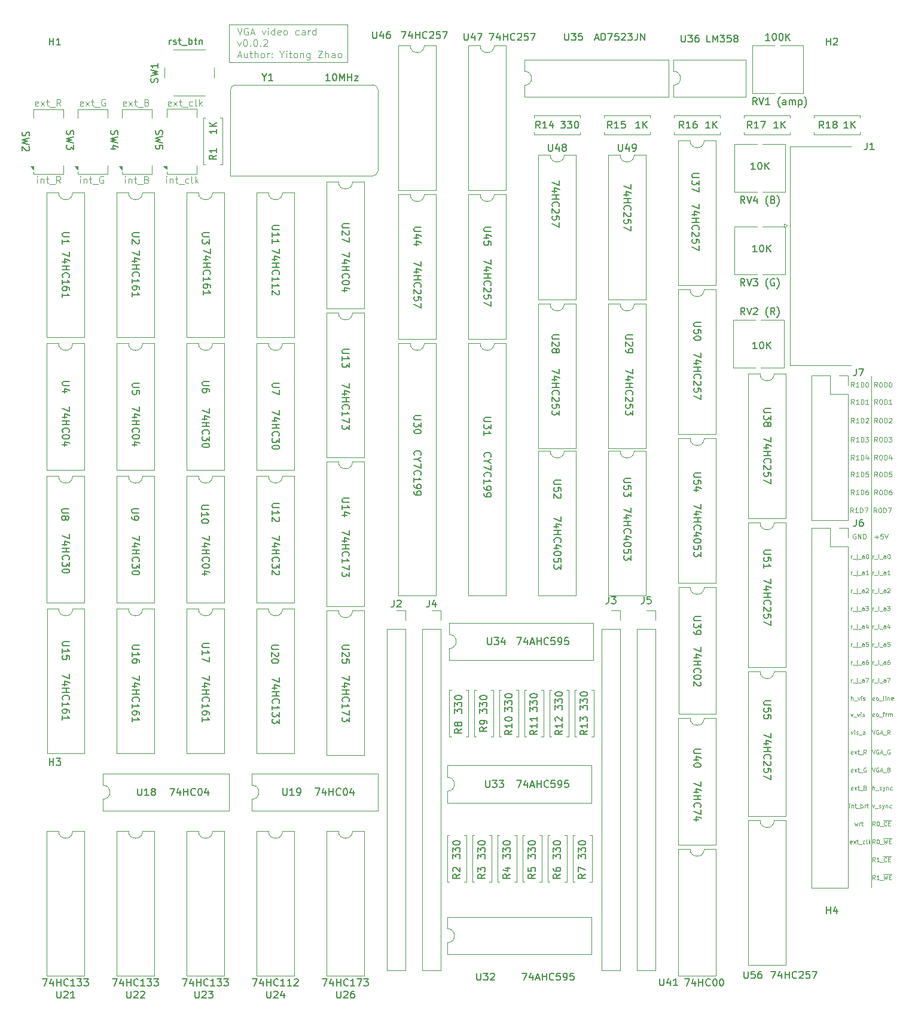
<source format=gbr>
%TF.GenerationSoftware,KiCad,Pcbnew,9.0.6*%
%TF.CreationDate,2025-12-26T02:04:48+08:00*%
%TF.ProjectId,vga_video_card,7667615f-7669-4646-956f-5f636172642e,rev?*%
%TF.SameCoordinates,Original*%
%TF.FileFunction,Legend,Top*%
%TF.FilePolarity,Positive*%
%FSLAX46Y46*%
G04 Gerber Fmt 4.6, Leading zero omitted, Abs format (unit mm)*
G04 Created by KiCad (PCBNEW 9.0.6) date 2025-12-26 02:04:48*
%MOMM*%
%LPD*%
G01*
G04 APERTURE LIST*
%ADD10C,0.100000*%
%ADD11C,0.150000*%
%ADD12C,0.120000*%
G04 APERTURE END LIST*
D10*
X140205455Y-85126133D02*
X139972122Y-84792800D01*
X139805455Y-85126133D02*
X139805455Y-84426133D01*
X139805455Y-84426133D02*
X140072122Y-84426133D01*
X140072122Y-84426133D02*
X140138789Y-84459466D01*
X140138789Y-84459466D02*
X140172122Y-84492800D01*
X140172122Y-84492800D02*
X140205455Y-84559466D01*
X140205455Y-84559466D02*
X140205455Y-84659466D01*
X140205455Y-84659466D02*
X140172122Y-84726133D01*
X140172122Y-84726133D02*
X140138789Y-84759466D01*
X140138789Y-84759466D02*
X140072122Y-84792800D01*
X140072122Y-84792800D02*
X139805455Y-84792800D01*
X140638789Y-84426133D02*
X140705455Y-84426133D01*
X140705455Y-84426133D02*
X140772122Y-84459466D01*
X140772122Y-84459466D02*
X140805455Y-84492800D01*
X140805455Y-84492800D02*
X140838789Y-84559466D01*
X140838789Y-84559466D02*
X140872122Y-84692800D01*
X140872122Y-84692800D02*
X140872122Y-84859466D01*
X140872122Y-84859466D02*
X140838789Y-84992800D01*
X140838789Y-84992800D02*
X140805455Y-85059466D01*
X140805455Y-85059466D02*
X140772122Y-85092800D01*
X140772122Y-85092800D02*
X140705455Y-85126133D01*
X140705455Y-85126133D02*
X140638789Y-85126133D01*
X140638789Y-85126133D02*
X140572122Y-85092800D01*
X140572122Y-85092800D02*
X140538789Y-85059466D01*
X140538789Y-85059466D02*
X140505455Y-84992800D01*
X140505455Y-84992800D02*
X140472122Y-84859466D01*
X140472122Y-84859466D02*
X140472122Y-84692800D01*
X140472122Y-84692800D02*
X140505455Y-84559466D01*
X140505455Y-84559466D02*
X140538789Y-84492800D01*
X140538789Y-84492800D02*
X140572122Y-84459466D01*
X140572122Y-84459466D02*
X140638789Y-84426133D01*
X141172122Y-85126133D02*
X141172122Y-84426133D01*
X141172122Y-84426133D02*
X141338789Y-84426133D01*
X141338789Y-84426133D02*
X141438789Y-84459466D01*
X141438789Y-84459466D02*
X141505456Y-84526133D01*
X141505456Y-84526133D02*
X141538789Y-84592800D01*
X141538789Y-84592800D02*
X141572122Y-84726133D01*
X141572122Y-84726133D02*
X141572122Y-84826133D01*
X141572122Y-84826133D02*
X141538789Y-84959466D01*
X141538789Y-84959466D02*
X141505456Y-85026133D01*
X141505456Y-85026133D02*
X141438789Y-85092800D01*
X141438789Y-85092800D02*
X141338789Y-85126133D01*
X141338789Y-85126133D02*
X141172122Y-85126133D01*
X141805456Y-84426133D02*
X142272122Y-84426133D01*
X142272122Y-84426133D02*
X141972122Y-85126133D01*
X136903455Y-85126133D02*
X136670122Y-84792800D01*
X136503455Y-85126133D02*
X136503455Y-84426133D01*
X136503455Y-84426133D02*
X136770122Y-84426133D01*
X136770122Y-84426133D02*
X136836789Y-84459466D01*
X136836789Y-84459466D02*
X136870122Y-84492800D01*
X136870122Y-84492800D02*
X136903455Y-84559466D01*
X136903455Y-84559466D02*
X136903455Y-84659466D01*
X136903455Y-84659466D02*
X136870122Y-84726133D01*
X136870122Y-84726133D02*
X136836789Y-84759466D01*
X136836789Y-84759466D02*
X136770122Y-84792800D01*
X136770122Y-84792800D02*
X136503455Y-84792800D01*
X137570122Y-85126133D02*
X137170122Y-85126133D01*
X137370122Y-85126133D02*
X137370122Y-84426133D01*
X137370122Y-84426133D02*
X137303455Y-84526133D01*
X137303455Y-84526133D02*
X137236789Y-84592800D01*
X137236789Y-84592800D02*
X137170122Y-84626133D01*
X137870122Y-85126133D02*
X137870122Y-84426133D01*
X137870122Y-84426133D02*
X138036789Y-84426133D01*
X138036789Y-84426133D02*
X138136789Y-84459466D01*
X138136789Y-84459466D02*
X138203456Y-84526133D01*
X138203456Y-84526133D02*
X138236789Y-84592800D01*
X138236789Y-84592800D02*
X138270122Y-84726133D01*
X138270122Y-84726133D02*
X138270122Y-84826133D01*
X138270122Y-84826133D02*
X138236789Y-84959466D01*
X138236789Y-84959466D02*
X138203456Y-85026133D01*
X138203456Y-85026133D02*
X138136789Y-85092800D01*
X138136789Y-85092800D02*
X138036789Y-85126133D01*
X138036789Y-85126133D02*
X137870122Y-85126133D01*
X138503456Y-84426133D02*
X138970122Y-84426133D01*
X138970122Y-84426133D02*
X138670122Y-85126133D01*
X140332455Y-82586133D02*
X140099122Y-82252800D01*
X139932455Y-82586133D02*
X139932455Y-81886133D01*
X139932455Y-81886133D02*
X140199122Y-81886133D01*
X140199122Y-81886133D02*
X140265789Y-81919466D01*
X140265789Y-81919466D02*
X140299122Y-81952800D01*
X140299122Y-81952800D02*
X140332455Y-82019466D01*
X140332455Y-82019466D02*
X140332455Y-82119466D01*
X140332455Y-82119466D02*
X140299122Y-82186133D01*
X140299122Y-82186133D02*
X140265789Y-82219466D01*
X140265789Y-82219466D02*
X140199122Y-82252800D01*
X140199122Y-82252800D02*
X139932455Y-82252800D01*
X140765789Y-81886133D02*
X140832455Y-81886133D01*
X140832455Y-81886133D02*
X140899122Y-81919466D01*
X140899122Y-81919466D02*
X140932455Y-81952800D01*
X140932455Y-81952800D02*
X140965789Y-82019466D01*
X140965789Y-82019466D02*
X140999122Y-82152800D01*
X140999122Y-82152800D02*
X140999122Y-82319466D01*
X140999122Y-82319466D02*
X140965789Y-82452800D01*
X140965789Y-82452800D02*
X140932455Y-82519466D01*
X140932455Y-82519466D02*
X140899122Y-82552800D01*
X140899122Y-82552800D02*
X140832455Y-82586133D01*
X140832455Y-82586133D02*
X140765789Y-82586133D01*
X140765789Y-82586133D02*
X140699122Y-82552800D01*
X140699122Y-82552800D02*
X140665789Y-82519466D01*
X140665789Y-82519466D02*
X140632455Y-82452800D01*
X140632455Y-82452800D02*
X140599122Y-82319466D01*
X140599122Y-82319466D02*
X140599122Y-82152800D01*
X140599122Y-82152800D02*
X140632455Y-82019466D01*
X140632455Y-82019466D02*
X140665789Y-81952800D01*
X140665789Y-81952800D02*
X140699122Y-81919466D01*
X140699122Y-81919466D02*
X140765789Y-81886133D01*
X141299122Y-82586133D02*
X141299122Y-81886133D01*
X141299122Y-81886133D02*
X141465789Y-81886133D01*
X141465789Y-81886133D02*
X141565789Y-81919466D01*
X141565789Y-81919466D02*
X141632456Y-81986133D01*
X141632456Y-81986133D02*
X141665789Y-82052800D01*
X141665789Y-82052800D02*
X141699122Y-82186133D01*
X141699122Y-82186133D02*
X141699122Y-82286133D01*
X141699122Y-82286133D02*
X141665789Y-82419466D01*
X141665789Y-82419466D02*
X141632456Y-82486133D01*
X141632456Y-82486133D02*
X141565789Y-82552800D01*
X141565789Y-82552800D02*
X141465789Y-82586133D01*
X141465789Y-82586133D02*
X141299122Y-82586133D01*
X142299122Y-81886133D02*
X142165789Y-81886133D01*
X142165789Y-81886133D02*
X142099122Y-81919466D01*
X142099122Y-81919466D02*
X142065789Y-81952800D01*
X142065789Y-81952800D02*
X141999122Y-82052800D01*
X141999122Y-82052800D02*
X141965789Y-82186133D01*
X141965789Y-82186133D02*
X141965789Y-82452800D01*
X141965789Y-82452800D02*
X141999122Y-82519466D01*
X141999122Y-82519466D02*
X142032456Y-82552800D01*
X142032456Y-82552800D02*
X142099122Y-82586133D01*
X142099122Y-82586133D02*
X142232456Y-82586133D01*
X142232456Y-82586133D02*
X142299122Y-82552800D01*
X142299122Y-82552800D02*
X142332456Y-82519466D01*
X142332456Y-82519466D02*
X142365789Y-82452800D01*
X142365789Y-82452800D02*
X142365789Y-82286133D01*
X142365789Y-82286133D02*
X142332456Y-82219466D01*
X142332456Y-82219466D02*
X142299122Y-82186133D01*
X142299122Y-82186133D02*
X142232456Y-82152800D01*
X142232456Y-82152800D02*
X142099122Y-82152800D01*
X142099122Y-82152800D02*
X142032456Y-82186133D01*
X142032456Y-82186133D02*
X141999122Y-82219466D01*
X141999122Y-82219466D02*
X141965789Y-82286133D01*
X137030455Y-82586133D02*
X136797122Y-82252800D01*
X136630455Y-82586133D02*
X136630455Y-81886133D01*
X136630455Y-81886133D02*
X136897122Y-81886133D01*
X136897122Y-81886133D02*
X136963789Y-81919466D01*
X136963789Y-81919466D02*
X136997122Y-81952800D01*
X136997122Y-81952800D02*
X137030455Y-82019466D01*
X137030455Y-82019466D02*
X137030455Y-82119466D01*
X137030455Y-82119466D02*
X136997122Y-82186133D01*
X136997122Y-82186133D02*
X136963789Y-82219466D01*
X136963789Y-82219466D02*
X136897122Y-82252800D01*
X136897122Y-82252800D02*
X136630455Y-82252800D01*
X137697122Y-82586133D02*
X137297122Y-82586133D01*
X137497122Y-82586133D02*
X137497122Y-81886133D01*
X137497122Y-81886133D02*
X137430455Y-81986133D01*
X137430455Y-81986133D02*
X137363789Y-82052800D01*
X137363789Y-82052800D02*
X137297122Y-82086133D01*
X137997122Y-82586133D02*
X137997122Y-81886133D01*
X137997122Y-81886133D02*
X138163789Y-81886133D01*
X138163789Y-81886133D02*
X138263789Y-81919466D01*
X138263789Y-81919466D02*
X138330456Y-81986133D01*
X138330456Y-81986133D02*
X138363789Y-82052800D01*
X138363789Y-82052800D02*
X138397122Y-82186133D01*
X138397122Y-82186133D02*
X138397122Y-82286133D01*
X138397122Y-82286133D02*
X138363789Y-82419466D01*
X138363789Y-82419466D02*
X138330456Y-82486133D01*
X138330456Y-82486133D02*
X138263789Y-82552800D01*
X138263789Y-82552800D02*
X138163789Y-82586133D01*
X138163789Y-82586133D02*
X137997122Y-82586133D01*
X138997122Y-81886133D02*
X138863789Y-81886133D01*
X138863789Y-81886133D02*
X138797122Y-81919466D01*
X138797122Y-81919466D02*
X138763789Y-81952800D01*
X138763789Y-81952800D02*
X138697122Y-82052800D01*
X138697122Y-82052800D02*
X138663789Y-82186133D01*
X138663789Y-82186133D02*
X138663789Y-82452800D01*
X138663789Y-82452800D02*
X138697122Y-82519466D01*
X138697122Y-82519466D02*
X138730456Y-82552800D01*
X138730456Y-82552800D02*
X138797122Y-82586133D01*
X138797122Y-82586133D02*
X138930456Y-82586133D01*
X138930456Y-82586133D02*
X138997122Y-82552800D01*
X138997122Y-82552800D02*
X139030456Y-82519466D01*
X139030456Y-82519466D02*
X139063789Y-82452800D01*
X139063789Y-82452800D02*
X139063789Y-82286133D01*
X139063789Y-82286133D02*
X139030456Y-82219466D01*
X139030456Y-82219466D02*
X138997122Y-82186133D01*
X138997122Y-82186133D02*
X138930456Y-82152800D01*
X138930456Y-82152800D02*
X138797122Y-82152800D01*
X138797122Y-82152800D02*
X138730456Y-82186133D01*
X138730456Y-82186133D02*
X138697122Y-82219466D01*
X138697122Y-82219466D02*
X138663789Y-82286133D01*
X140332455Y-80046133D02*
X140099122Y-79712800D01*
X139932455Y-80046133D02*
X139932455Y-79346133D01*
X139932455Y-79346133D02*
X140199122Y-79346133D01*
X140199122Y-79346133D02*
X140265789Y-79379466D01*
X140265789Y-79379466D02*
X140299122Y-79412800D01*
X140299122Y-79412800D02*
X140332455Y-79479466D01*
X140332455Y-79479466D02*
X140332455Y-79579466D01*
X140332455Y-79579466D02*
X140299122Y-79646133D01*
X140299122Y-79646133D02*
X140265789Y-79679466D01*
X140265789Y-79679466D02*
X140199122Y-79712800D01*
X140199122Y-79712800D02*
X139932455Y-79712800D01*
X140765789Y-79346133D02*
X140832455Y-79346133D01*
X140832455Y-79346133D02*
X140899122Y-79379466D01*
X140899122Y-79379466D02*
X140932455Y-79412800D01*
X140932455Y-79412800D02*
X140965789Y-79479466D01*
X140965789Y-79479466D02*
X140999122Y-79612800D01*
X140999122Y-79612800D02*
X140999122Y-79779466D01*
X140999122Y-79779466D02*
X140965789Y-79912800D01*
X140965789Y-79912800D02*
X140932455Y-79979466D01*
X140932455Y-79979466D02*
X140899122Y-80012800D01*
X140899122Y-80012800D02*
X140832455Y-80046133D01*
X140832455Y-80046133D02*
X140765789Y-80046133D01*
X140765789Y-80046133D02*
X140699122Y-80012800D01*
X140699122Y-80012800D02*
X140665789Y-79979466D01*
X140665789Y-79979466D02*
X140632455Y-79912800D01*
X140632455Y-79912800D02*
X140599122Y-79779466D01*
X140599122Y-79779466D02*
X140599122Y-79612800D01*
X140599122Y-79612800D02*
X140632455Y-79479466D01*
X140632455Y-79479466D02*
X140665789Y-79412800D01*
X140665789Y-79412800D02*
X140699122Y-79379466D01*
X140699122Y-79379466D02*
X140765789Y-79346133D01*
X141299122Y-80046133D02*
X141299122Y-79346133D01*
X141299122Y-79346133D02*
X141465789Y-79346133D01*
X141465789Y-79346133D02*
X141565789Y-79379466D01*
X141565789Y-79379466D02*
X141632456Y-79446133D01*
X141632456Y-79446133D02*
X141665789Y-79512800D01*
X141665789Y-79512800D02*
X141699122Y-79646133D01*
X141699122Y-79646133D02*
X141699122Y-79746133D01*
X141699122Y-79746133D02*
X141665789Y-79879466D01*
X141665789Y-79879466D02*
X141632456Y-79946133D01*
X141632456Y-79946133D02*
X141565789Y-80012800D01*
X141565789Y-80012800D02*
X141465789Y-80046133D01*
X141465789Y-80046133D02*
X141299122Y-80046133D01*
X142332456Y-79346133D02*
X141999122Y-79346133D01*
X141999122Y-79346133D02*
X141965789Y-79679466D01*
X141965789Y-79679466D02*
X141999122Y-79646133D01*
X141999122Y-79646133D02*
X142065789Y-79612800D01*
X142065789Y-79612800D02*
X142232456Y-79612800D01*
X142232456Y-79612800D02*
X142299122Y-79646133D01*
X142299122Y-79646133D02*
X142332456Y-79679466D01*
X142332456Y-79679466D02*
X142365789Y-79746133D01*
X142365789Y-79746133D02*
X142365789Y-79912800D01*
X142365789Y-79912800D02*
X142332456Y-79979466D01*
X142332456Y-79979466D02*
X142299122Y-80012800D01*
X142299122Y-80012800D02*
X142232456Y-80046133D01*
X142232456Y-80046133D02*
X142065789Y-80046133D01*
X142065789Y-80046133D02*
X141999122Y-80012800D01*
X141999122Y-80012800D02*
X141965789Y-79979466D01*
X137030455Y-80046133D02*
X136797122Y-79712800D01*
X136630455Y-80046133D02*
X136630455Y-79346133D01*
X136630455Y-79346133D02*
X136897122Y-79346133D01*
X136897122Y-79346133D02*
X136963789Y-79379466D01*
X136963789Y-79379466D02*
X136997122Y-79412800D01*
X136997122Y-79412800D02*
X137030455Y-79479466D01*
X137030455Y-79479466D02*
X137030455Y-79579466D01*
X137030455Y-79579466D02*
X136997122Y-79646133D01*
X136997122Y-79646133D02*
X136963789Y-79679466D01*
X136963789Y-79679466D02*
X136897122Y-79712800D01*
X136897122Y-79712800D02*
X136630455Y-79712800D01*
X137697122Y-80046133D02*
X137297122Y-80046133D01*
X137497122Y-80046133D02*
X137497122Y-79346133D01*
X137497122Y-79346133D02*
X137430455Y-79446133D01*
X137430455Y-79446133D02*
X137363789Y-79512800D01*
X137363789Y-79512800D02*
X137297122Y-79546133D01*
X137997122Y-80046133D02*
X137997122Y-79346133D01*
X137997122Y-79346133D02*
X138163789Y-79346133D01*
X138163789Y-79346133D02*
X138263789Y-79379466D01*
X138263789Y-79379466D02*
X138330456Y-79446133D01*
X138330456Y-79446133D02*
X138363789Y-79512800D01*
X138363789Y-79512800D02*
X138397122Y-79646133D01*
X138397122Y-79646133D02*
X138397122Y-79746133D01*
X138397122Y-79746133D02*
X138363789Y-79879466D01*
X138363789Y-79879466D02*
X138330456Y-79946133D01*
X138330456Y-79946133D02*
X138263789Y-80012800D01*
X138263789Y-80012800D02*
X138163789Y-80046133D01*
X138163789Y-80046133D02*
X137997122Y-80046133D01*
X139030456Y-79346133D02*
X138697122Y-79346133D01*
X138697122Y-79346133D02*
X138663789Y-79679466D01*
X138663789Y-79679466D02*
X138697122Y-79646133D01*
X138697122Y-79646133D02*
X138763789Y-79612800D01*
X138763789Y-79612800D02*
X138930456Y-79612800D01*
X138930456Y-79612800D02*
X138997122Y-79646133D01*
X138997122Y-79646133D02*
X139030456Y-79679466D01*
X139030456Y-79679466D02*
X139063789Y-79746133D01*
X139063789Y-79746133D02*
X139063789Y-79912800D01*
X139063789Y-79912800D02*
X139030456Y-79979466D01*
X139030456Y-79979466D02*
X138997122Y-80012800D01*
X138997122Y-80012800D02*
X138930456Y-80046133D01*
X138930456Y-80046133D02*
X138763789Y-80046133D01*
X138763789Y-80046133D02*
X138697122Y-80012800D01*
X138697122Y-80012800D02*
X138663789Y-79979466D01*
X140332455Y-77633133D02*
X140099122Y-77299800D01*
X139932455Y-77633133D02*
X139932455Y-76933133D01*
X139932455Y-76933133D02*
X140199122Y-76933133D01*
X140199122Y-76933133D02*
X140265789Y-76966466D01*
X140265789Y-76966466D02*
X140299122Y-76999800D01*
X140299122Y-76999800D02*
X140332455Y-77066466D01*
X140332455Y-77066466D02*
X140332455Y-77166466D01*
X140332455Y-77166466D02*
X140299122Y-77233133D01*
X140299122Y-77233133D02*
X140265789Y-77266466D01*
X140265789Y-77266466D02*
X140199122Y-77299800D01*
X140199122Y-77299800D02*
X139932455Y-77299800D01*
X140765789Y-76933133D02*
X140832455Y-76933133D01*
X140832455Y-76933133D02*
X140899122Y-76966466D01*
X140899122Y-76966466D02*
X140932455Y-76999800D01*
X140932455Y-76999800D02*
X140965789Y-77066466D01*
X140965789Y-77066466D02*
X140999122Y-77199800D01*
X140999122Y-77199800D02*
X140999122Y-77366466D01*
X140999122Y-77366466D02*
X140965789Y-77499800D01*
X140965789Y-77499800D02*
X140932455Y-77566466D01*
X140932455Y-77566466D02*
X140899122Y-77599800D01*
X140899122Y-77599800D02*
X140832455Y-77633133D01*
X140832455Y-77633133D02*
X140765789Y-77633133D01*
X140765789Y-77633133D02*
X140699122Y-77599800D01*
X140699122Y-77599800D02*
X140665789Y-77566466D01*
X140665789Y-77566466D02*
X140632455Y-77499800D01*
X140632455Y-77499800D02*
X140599122Y-77366466D01*
X140599122Y-77366466D02*
X140599122Y-77199800D01*
X140599122Y-77199800D02*
X140632455Y-77066466D01*
X140632455Y-77066466D02*
X140665789Y-76999800D01*
X140665789Y-76999800D02*
X140699122Y-76966466D01*
X140699122Y-76966466D02*
X140765789Y-76933133D01*
X141299122Y-77633133D02*
X141299122Y-76933133D01*
X141299122Y-76933133D02*
X141465789Y-76933133D01*
X141465789Y-76933133D02*
X141565789Y-76966466D01*
X141565789Y-76966466D02*
X141632456Y-77033133D01*
X141632456Y-77033133D02*
X141665789Y-77099800D01*
X141665789Y-77099800D02*
X141699122Y-77233133D01*
X141699122Y-77233133D02*
X141699122Y-77333133D01*
X141699122Y-77333133D02*
X141665789Y-77466466D01*
X141665789Y-77466466D02*
X141632456Y-77533133D01*
X141632456Y-77533133D02*
X141565789Y-77599800D01*
X141565789Y-77599800D02*
X141465789Y-77633133D01*
X141465789Y-77633133D02*
X141299122Y-77633133D01*
X142299122Y-77166466D02*
X142299122Y-77633133D01*
X142132456Y-76899800D02*
X141965789Y-77399800D01*
X141965789Y-77399800D02*
X142399122Y-77399800D01*
X137030455Y-77633133D02*
X136797122Y-77299800D01*
X136630455Y-77633133D02*
X136630455Y-76933133D01*
X136630455Y-76933133D02*
X136897122Y-76933133D01*
X136897122Y-76933133D02*
X136963789Y-76966466D01*
X136963789Y-76966466D02*
X136997122Y-76999800D01*
X136997122Y-76999800D02*
X137030455Y-77066466D01*
X137030455Y-77066466D02*
X137030455Y-77166466D01*
X137030455Y-77166466D02*
X136997122Y-77233133D01*
X136997122Y-77233133D02*
X136963789Y-77266466D01*
X136963789Y-77266466D02*
X136897122Y-77299800D01*
X136897122Y-77299800D02*
X136630455Y-77299800D01*
X137697122Y-77633133D02*
X137297122Y-77633133D01*
X137497122Y-77633133D02*
X137497122Y-76933133D01*
X137497122Y-76933133D02*
X137430455Y-77033133D01*
X137430455Y-77033133D02*
X137363789Y-77099800D01*
X137363789Y-77099800D02*
X137297122Y-77133133D01*
X137997122Y-77633133D02*
X137997122Y-76933133D01*
X137997122Y-76933133D02*
X138163789Y-76933133D01*
X138163789Y-76933133D02*
X138263789Y-76966466D01*
X138263789Y-76966466D02*
X138330456Y-77033133D01*
X138330456Y-77033133D02*
X138363789Y-77099800D01*
X138363789Y-77099800D02*
X138397122Y-77233133D01*
X138397122Y-77233133D02*
X138397122Y-77333133D01*
X138397122Y-77333133D02*
X138363789Y-77466466D01*
X138363789Y-77466466D02*
X138330456Y-77533133D01*
X138330456Y-77533133D02*
X138263789Y-77599800D01*
X138263789Y-77599800D02*
X138163789Y-77633133D01*
X138163789Y-77633133D02*
X137997122Y-77633133D01*
X138997122Y-77166466D02*
X138997122Y-77633133D01*
X138830456Y-76899800D02*
X138663789Y-77399800D01*
X138663789Y-77399800D02*
X139097122Y-77399800D01*
X140332455Y-75093133D02*
X140099122Y-74759800D01*
X139932455Y-75093133D02*
X139932455Y-74393133D01*
X139932455Y-74393133D02*
X140199122Y-74393133D01*
X140199122Y-74393133D02*
X140265789Y-74426466D01*
X140265789Y-74426466D02*
X140299122Y-74459800D01*
X140299122Y-74459800D02*
X140332455Y-74526466D01*
X140332455Y-74526466D02*
X140332455Y-74626466D01*
X140332455Y-74626466D02*
X140299122Y-74693133D01*
X140299122Y-74693133D02*
X140265789Y-74726466D01*
X140265789Y-74726466D02*
X140199122Y-74759800D01*
X140199122Y-74759800D02*
X139932455Y-74759800D01*
X140765789Y-74393133D02*
X140832455Y-74393133D01*
X140832455Y-74393133D02*
X140899122Y-74426466D01*
X140899122Y-74426466D02*
X140932455Y-74459800D01*
X140932455Y-74459800D02*
X140965789Y-74526466D01*
X140965789Y-74526466D02*
X140999122Y-74659800D01*
X140999122Y-74659800D02*
X140999122Y-74826466D01*
X140999122Y-74826466D02*
X140965789Y-74959800D01*
X140965789Y-74959800D02*
X140932455Y-75026466D01*
X140932455Y-75026466D02*
X140899122Y-75059800D01*
X140899122Y-75059800D02*
X140832455Y-75093133D01*
X140832455Y-75093133D02*
X140765789Y-75093133D01*
X140765789Y-75093133D02*
X140699122Y-75059800D01*
X140699122Y-75059800D02*
X140665789Y-75026466D01*
X140665789Y-75026466D02*
X140632455Y-74959800D01*
X140632455Y-74959800D02*
X140599122Y-74826466D01*
X140599122Y-74826466D02*
X140599122Y-74659800D01*
X140599122Y-74659800D02*
X140632455Y-74526466D01*
X140632455Y-74526466D02*
X140665789Y-74459800D01*
X140665789Y-74459800D02*
X140699122Y-74426466D01*
X140699122Y-74426466D02*
X140765789Y-74393133D01*
X141299122Y-75093133D02*
X141299122Y-74393133D01*
X141299122Y-74393133D02*
X141465789Y-74393133D01*
X141465789Y-74393133D02*
X141565789Y-74426466D01*
X141565789Y-74426466D02*
X141632456Y-74493133D01*
X141632456Y-74493133D02*
X141665789Y-74559800D01*
X141665789Y-74559800D02*
X141699122Y-74693133D01*
X141699122Y-74693133D02*
X141699122Y-74793133D01*
X141699122Y-74793133D02*
X141665789Y-74926466D01*
X141665789Y-74926466D02*
X141632456Y-74993133D01*
X141632456Y-74993133D02*
X141565789Y-75059800D01*
X141565789Y-75059800D02*
X141465789Y-75093133D01*
X141465789Y-75093133D02*
X141299122Y-75093133D01*
X141932456Y-74393133D02*
X142365789Y-74393133D01*
X142365789Y-74393133D02*
X142132456Y-74659800D01*
X142132456Y-74659800D02*
X142232456Y-74659800D01*
X142232456Y-74659800D02*
X142299122Y-74693133D01*
X142299122Y-74693133D02*
X142332456Y-74726466D01*
X142332456Y-74726466D02*
X142365789Y-74793133D01*
X142365789Y-74793133D02*
X142365789Y-74959800D01*
X142365789Y-74959800D02*
X142332456Y-75026466D01*
X142332456Y-75026466D02*
X142299122Y-75059800D01*
X142299122Y-75059800D02*
X142232456Y-75093133D01*
X142232456Y-75093133D02*
X142032456Y-75093133D01*
X142032456Y-75093133D02*
X141965789Y-75059800D01*
X141965789Y-75059800D02*
X141932456Y-75026466D01*
X137030455Y-75093133D02*
X136797122Y-74759800D01*
X136630455Y-75093133D02*
X136630455Y-74393133D01*
X136630455Y-74393133D02*
X136897122Y-74393133D01*
X136897122Y-74393133D02*
X136963789Y-74426466D01*
X136963789Y-74426466D02*
X136997122Y-74459800D01*
X136997122Y-74459800D02*
X137030455Y-74526466D01*
X137030455Y-74526466D02*
X137030455Y-74626466D01*
X137030455Y-74626466D02*
X136997122Y-74693133D01*
X136997122Y-74693133D02*
X136963789Y-74726466D01*
X136963789Y-74726466D02*
X136897122Y-74759800D01*
X136897122Y-74759800D02*
X136630455Y-74759800D01*
X137697122Y-75093133D02*
X137297122Y-75093133D01*
X137497122Y-75093133D02*
X137497122Y-74393133D01*
X137497122Y-74393133D02*
X137430455Y-74493133D01*
X137430455Y-74493133D02*
X137363789Y-74559800D01*
X137363789Y-74559800D02*
X137297122Y-74593133D01*
X137997122Y-75093133D02*
X137997122Y-74393133D01*
X137997122Y-74393133D02*
X138163789Y-74393133D01*
X138163789Y-74393133D02*
X138263789Y-74426466D01*
X138263789Y-74426466D02*
X138330456Y-74493133D01*
X138330456Y-74493133D02*
X138363789Y-74559800D01*
X138363789Y-74559800D02*
X138397122Y-74693133D01*
X138397122Y-74693133D02*
X138397122Y-74793133D01*
X138397122Y-74793133D02*
X138363789Y-74926466D01*
X138363789Y-74926466D02*
X138330456Y-74993133D01*
X138330456Y-74993133D02*
X138263789Y-75059800D01*
X138263789Y-75059800D02*
X138163789Y-75093133D01*
X138163789Y-75093133D02*
X137997122Y-75093133D01*
X138630456Y-74393133D02*
X139063789Y-74393133D01*
X139063789Y-74393133D02*
X138830456Y-74659800D01*
X138830456Y-74659800D02*
X138930456Y-74659800D01*
X138930456Y-74659800D02*
X138997122Y-74693133D01*
X138997122Y-74693133D02*
X139030456Y-74726466D01*
X139030456Y-74726466D02*
X139063789Y-74793133D01*
X139063789Y-74793133D02*
X139063789Y-74959800D01*
X139063789Y-74959800D02*
X139030456Y-75026466D01*
X139030456Y-75026466D02*
X138997122Y-75059800D01*
X138997122Y-75059800D02*
X138930456Y-75093133D01*
X138930456Y-75093133D02*
X138730456Y-75093133D01*
X138730456Y-75093133D02*
X138663789Y-75059800D01*
X138663789Y-75059800D02*
X138630456Y-75026466D01*
X140332455Y-72426133D02*
X140099122Y-72092800D01*
X139932455Y-72426133D02*
X139932455Y-71726133D01*
X139932455Y-71726133D02*
X140199122Y-71726133D01*
X140199122Y-71726133D02*
X140265789Y-71759466D01*
X140265789Y-71759466D02*
X140299122Y-71792800D01*
X140299122Y-71792800D02*
X140332455Y-71859466D01*
X140332455Y-71859466D02*
X140332455Y-71959466D01*
X140332455Y-71959466D02*
X140299122Y-72026133D01*
X140299122Y-72026133D02*
X140265789Y-72059466D01*
X140265789Y-72059466D02*
X140199122Y-72092800D01*
X140199122Y-72092800D02*
X139932455Y-72092800D01*
X140765789Y-71726133D02*
X140832455Y-71726133D01*
X140832455Y-71726133D02*
X140899122Y-71759466D01*
X140899122Y-71759466D02*
X140932455Y-71792800D01*
X140932455Y-71792800D02*
X140965789Y-71859466D01*
X140965789Y-71859466D02*
X140999122Y-71992800D01*
X140999122Y-71992800D02*
X140999122Y-72159466D01*
X140999122Y-72159466D02*
X140965789Y-72292800D01*
X140965789Y-72292800D02*
X140932455Y-72359466D01*
X140932455Y-72359466D02*
X140899122Y-72392800D01*
X140899122Y-72392800D02*
X140832455Y-72426133D01*
X140832455Y-72426133D02*
X140765789Y-72426133D01*
X140765789Y-72426133D02*
X140699122Y-72392800D01*
X140699122Y-72392800D02*
X140665789Y-72359466D01*
X140665789Y-72359466D02*
X140632455Y-72292800D01*
X140632455Y-72292800D02*
X140599122Y-72159466D01*
X140599122Y-72159466D02*
X140599122Y-71992800D01*
X140599122Y-71992800D02*
X140632455Y-71859466D01*
X140632455Y-71859466D02*
X140665789Y-71792800D01*
X140665789Y-71792800D02*
X140699122Y-71759466D01*
X140699122Y-71759466D02*
X140765789Y-71726133D01*
X141299122Y-72426133D02*
X141299122Y-71726133D01*
X141299122Y-71726133D02*
X141465789Y-71726133D01*
X141465789Y-71726133D02*
X141565789Y-71759466D01*
X141565789Y-71759466D02*
X141632456Y-71826133D01*
X141632456Y-71826133D02*
X141665789Y-71892800D01*
X141665789Y-71892800D02*
X141699122Y-72026133D01*
X141699122Y-72026133D02*
X141699122Y-72126133D01*
X141699122Y-72126133D02*
X141665789Y-72259466D01*
X141665789Y-72259466D02*
X141632456Y-72326133D01*
X141632456Y-72326133D02*
X141565789Y-72392800D01*
X141565789Y-72392800D02*
X141465789Y-72426133D01*
X141465789Y-72426133D02*
X141299122Y-72426133D01*
X141965789Y-71792800D02*
X141999122Y-71759466D01*
X141999122Y-71759466D02*
X142065789Y-71726133D01*
X142065789Y-71726133D02*
X142232456Y-71726133D01*
X142232456Y-71726133D02*
X142299122Y-71759466D01*
X142299122Y-71759466D02*
X142332456Y-71792800D01*
X142332456Y-71792800D02*
X142365789Y-71859466D01*
X142365789Y-71859466D02*
X142365789Y-71926133D01*
X142365789Y-71926133D02*
X142332456Y-72026133D01*
X142332456Y-72026133D02*
X141932456Y-72426133D01*
X141932456Y-72426133D02*
X142365789Y-72426133D01*
X137030455Y-72426133D02*
X136797122Y-72092800D01*
X136630455Y-72426133D02*
X136630455Y-71726133D01*
X136630455Y-71726133D02*
X136897122Y-71726133D01*
X136897122Y-71726133D02*
X136963789Y-71759466D01*
X136963789Y-71759466D02*
X136997122Y-71792800D01*
X136997122Y-71792800D02*
X137030455Y-71859466D01*
X137030455Y-71859466D02*
X137030455Y-71959466D01*
X137030455Y-71959466D02*
X136997122Y-72026133D01*
X136997122Y-72026133D02*
X136963789Y-72059466D01*
X136963789Y-72059466D02*
X136897122Y-72092800D01*
X136897122Y-72092800D02*
X136630455Y-72092800D01*
X137697122Y-72426133D02*
X137297122Y-72426133D01*
X137497122Y-72426133D02*
X137497122Y-71726133D01*
X137497122Y-71726133D02*
X137430455Y-71826133D01*
X137430455Y-71826133D02*
X137363789Y-71892800D01*
X137363789Y-71892800D02*
X137297122Y-71926133D01*
X137997122Y-72426133D02*
X137997122Y-71726133D01*
X137997122Y-71726133D02*
X138163789Y-71726133D01*
X138163789Y-71726133D02*
X138263789Y-71759466D01*
X138263789Y-71759466D02*
X138330456Y-71826133D01*
X138330456Y-71826133D02*
X138363789Y-71892800D01*
X138363789Y-71892800D02*
X138397122Y-72026133D01*
X138397122Y-72026133D02*
X138397122Y-72126133D01*
X138397122Y-72126133D02*
X138363789Y-72259466D01*
X138363789Y-72259466D02*
X138330456Y-72326133D01*
X138330456Y-72326133D02*
X138263789Y-72392800D01*
X138263789Y-72392800D02*
X138163789Y-72426133D01*
X138163789Y-72426133D02*
X137997122Y-72426133D01*
X138663789Y-71792800D02*
X138697122Y-71759466D01*
X138697122Y-71759466D02*
X138763789Y-71726133D01*
X138763789Y-71726133D02*
X138930456Y-71726133D01*
X138930456Y-71726133D02*
X138997122Y-71759466D01*
X138997122Y-71759466D02*
X139030456Y-71792800D01*
X139030456Y-71792800D02*
X139063789Y-71859466D01*
X139063789Y-71859466D02*
X139063789Y-71926133D01*
X139063789Y-71926133D02*
X139030456Y-72026133D01*
X139030456Y-72026133D02*
X138630456Y-72426133D01*
X138630456Y-72426133D02*
X139063789Y-72426133D01*
X140332455Y-69759133D02*
X140099122Y-69425800D01*
X139932455Y-69759133D02*
X139932455Y-69059133D01*
X139932455Y-69059133D02*
X140199122Y-69059133D01*
X140199122Y-69059133D02*
X140265789Y-69092466D01*
X140265789Y-69092466D02*
X140299122Y-69125800D01*
X140299122Y-69125800D02*
X140332455Y-69192466D01*
X140332455Y-69192466D02*
X140332455Y-69292466D01*
X140332455Y-69292466D02*
X140299122Y-69359133D01*
X140299122Y-69359133D02*
X140265789Y-69392466D01*
X140265789Y-69392466D02*
X140199122Y-69425800D01*
X140199122Y-69425800D02*
X139932455Y-69425800D01*
X140765789Y-69059133D02*
X140832455Y-69059133D01*
X140832455Y-69059133D02*
X140899122Y-69092466D01*
X140899122Y-69092466D02*
X140932455Y-69125800D01*
X140932455Y-69125800D02*
X140965789Y-69192466D01*
X140965789Y-69192466D02*
X140999122Y-69325800D01*
X140999122Y-69325800D02*
X140999122Y-69492466D01*
X140999122Y-69492466D02*
X140965789Y-69625800D01*
X140965789Y-69625800D02*
X140932455Y-69692466D01*
X140932455Y-69692466D02*
X140899122Y-69725800D01*
X140899122Y-69725800D02*
X140832455Y-69759133D01*
X140832455Y-69759133D02*
X140765789Y-69759133D01*
X140765789Y-69759133D02*
X140699122Y-69725800D01*
X140699122Y-69725800D02*
X140665789Y-69692466D01*
X140665789Y-69692466D02*
X140632455Y-69625800D01*
X140632455Y-69625800D02*
X140599122Y-69492466D01*
X140599122Y-69492466D02*
X140599122Y-69325800D01*
X140599122Y-69325800D02*
X140632455Y-69192466D01*
X140632455Y-69192466D02*
X140665789Y-69125800D01*
X140665789Y-69125800D02*
X140699122Y-69092466D01*
X140699122Y-69092466D02*
X140765789Y-69059133D01*
X141299122Y-69759133D02*
X141299122Y-69059133D01*
X141299122Y-69059133D02*
X141465789Y-69059133D01*
X141465789Y-69059133D02*
X141565789Y-69092466D01*
X141565789Y-69092466D02*
X141632456Y-69159133D01*
X141632456Y-69159133D02*
X141665789Y-69225800D01*
X141665789Y-69225800D02*
X141699122Y-69359133D01*
X141699122Y-69359133D02*
X141699122Y-69459133D01*
X141699122Y-69459133D02*
X141665789Y-69592466D01*
X141665789Y-69592466D02*
X141632456Y-69659133D01*
X141632456Y-69659133D02*
X141565789Y-69725800D01*
X141565789Y-69725800D02*
X141465789Y-69759133D01*
X141465789Y-69759133D02*
X141299122Y-69759133D01*
X142365789Y-69759133D02*
X141965789Y-69759133D01*
X142165789Y-69759133D02*
X142165789Y-69059133D01*
X142165789Y-69059133D02*
X142099122Y-69159133D01*
X142099122Y-69159133D02*
X142032456Y-69225800D01*
X142032456Y-69225800D02*
X141965789Y-69259133D01*
X137030455Y-69759133D02*
X136797122Y-69425800D01*
X136630455Y-69759133D02*
X136630455Y-69059133D01*
X136630455Y-69059133D02*
X136897122Y-69059133D01*
X136897122Y-69059133D02*
X136963789Y-69092466D01*
X136963789Y-69092466D02*
X136997122Y-69125800D01*
X136997122Y-69125800D02*
X137030455Y-69192466D01*
X137030455Y-69192466D02*
X137030455Y-69292466D01*
X137030455Y-69292466D02*
X136997122Y-69359133D01*
X136997122Y-69359133D02*
X136963789Y-69392466D01*
X136963789Y-69392466D02*
X136897122Y-69425800D01*
X136897122Y-69425800D02*
X136630455Y-69425800D01*
X137697122Y-69759133D02*
X137297122Y-69759133D01*
X137497122Y-69759133D02*
X137497122Y-69059133D01*
X137497122Y-69059133D02*
X137430455Y-69159133D01*
X137430455Y-69159133D02*
X137363789Y-69225800D01*
X137363789Y-69225800D02*
X137297122Y-69259133D01*
X137997122Y-69759133D02*
X137997122Y-69059133D01*
X137997122Y-69059133D02*
X138163789Y-69059133D01*
X138163789Y-69059133D02*
X138263789Y-69092466D01*
X138263789Y-69092466D02*
X138330456Y-69159133D01*
X138330456Y-69159133D02*
X138363789Y-69225800D01*
X138363789Y-69225800D02*
X138397122Y-69359133D01*
X138397122Y-69359133D02*
X138397122Y-69459133D01*
X138397122Y-69459133D02*
X138363789Y-69592466D01*
X138363789Y-69592466D02*
X138330456Y-69659133D01*
X138330456Y-69659133D02*
X138263789Y-69725800D01*
X138263789Y-69725800D02*
X138163789Y-69759133D01*
X138163789Y-69759133D02*
X137997122Y-69759133D01*
X139063789Y-69759133D02*
X138663789Y-69759133D01*
X138863789Y-69759133D02*
X138863789Y-69059133D01*
X138863789Y-69059133D02*
X138797122Y-69159133D01*
X138797122Y-69159133D02*
X138730456Y-69225800D01*
X138730456Y-69225800D02*
X138663789Y-69259133D01*
X140332455Y-67346133D02*
X140099122Y-67012800D01*
X139932455Y-67346133D02*
X139932455Y-66646133D01*
X139932455Y-66646133D02*
X140199122Y-66646133D01*
X140199122Y-66646133D02*
X140265789Y-66679466D01*
X140265789Y-66679466D02*
X140299122Y-66712800D01*
X140299122Y-66712800D02*
X140332455Y-66779466D01*
X140332455Y-66779466D02*
X140332455Y-66879466D01*
X140332455Y-66879466D02*
X140299122Y-66946133D01*
X140299122Y-66946133D02*
X140265789Y-66979466D01*
X140265789Y-66979466D02*
X140199122Y-67012800D01*
X140199122Y-67012800D02*
X139932455Y-67012800D01*
X140765789Y-66646133D02*
X140832455Y-66646133D01*
X140832455Y-66646133D02*
X140899122Y-66679466D01*
X140899122Y-66679466D02*
X140932455Y-66712800D01*
X140932455Y-66712800D02*
X140965789Y-66779466D01*
X140965789Y-66779466D02*
X140999122Y-66912800D01*
X140999122Y-66912800D02*
X140999122Y-67079466D01*
X140999122Y-67079466D02*
X140965789Y-67212800D01*
X140965789Y-67212800D02*
X140932455Y-67279466D01*
X140932455Y-67279466D02*
X140899122Y-67312800D01*
X140899122Y-67312800D02*
X140832455Y-67346133D01*
X140832455Y-67346133D02*
X140765789Y-67346133D01*
X140765789Y-67346133D02*
X140699122Y-67312800D01*
X140699122Y-67312800D02*
X140665789Y-67279466D01*
X140665789Y-67279466D02*
X140632455Y-67212800D01*
X140632455Y-67212800D02*
X140599122Y-67079466D01*
X140599122Y-67079466D02*
X140599122Y-66912800D01*
X140599122Y-66912800D02*
X140632455Y-66779466D01*
X140632455Y-66779466D02*
X140665789Y-66712800D01*
X140665789Y-66712800D02*
X140699122Y-66679466D01*
X140699122Y-66679466D02*
X140765789Y-66646133D01*
X141299122Y-67346133D02*
X141299122Y-66646133D01*
X141299122Y-66646133D02*
X141465789Y-66646133D01*
X141465789Y-66646133D02*
X141565789Y-66679466D01*
X141565789Y-66679466D02*
X141632456Y-66746133D01*
X141632456Y-66746133D02*
X141665789Y-66812800D01*
X141665789Y-66812800D02*
X141699122Y-66946133D01*
X141699122Y-66946133D02*
X141699122Y-67046133D01*
X141699122Y-67046133D02*
X141665789Y-67179466D01*
X141665789Y-67179466D02*
X141632456Y-67246133D01*
X141632456Y-67246133D02*
X141565789Y-67312800D01*
X141565789Y-67312800D02*
X141465789Y-67346133D01*
X141465789Y-67346133D02*
X141299122Y-67346133D01*
X142132456Y-66646133D02*
X142199122Y-66646133D01*
X142199122Y-66646133D02*
X142265789Y-66679466D01*
X142265789Y-66679466D02*
X142299122Y-66712800D01*
X142299122Y-66712800D02*
X142332456Y-66779466D01*
X142332456Y-66779466D02*
X142365789Y-66912800D01*
X142365789Y-66912800D02*
X142365789Y-67079466D01*
X142365789Y-67079466D02*
X142332456Y-67212800D01*
X142332456Y-67212800D02*
X142299122Y-67279466D01*
X142299122Y-67279466D02*
X142265789Y-67312800D01*
X142265789Y-67312800D02*
X142199122Y-67346133D01*
X142199122Y-67346133D02*
X142132456Y-67346133D01*
X142132456Y-67346133D02*
X142065789Y-67312800D01*
X142065789Y-67312800D02*
X142032456Y-67279466D01*
X142032456Y-67279466D02*
X141999122Y-67212800D01*
X141999122Y-67212800D02*
X141965789Y-67079466D01*
X141965789Y-67079466D02*
X141965789Y-66912800D01*
X141965789Y-66912800D02*
X141999122Y-66779466D01*
X141999122Y-66779466D02*
X142032456Y-66712800D01*
X142032456Y-66712800D02*
X142065789Y-66679466D01*
X142065789Y-66679466D02*
X142132456Y-66646133D01*
X137030455Y-67346133D02*
X136797122Y-67012800D01*
X136630455Y-67346133D02*
X136630455Y-66646133D01*
X136630455Y-66646133D02*
X136897122Y-66646133D01*
X136897122Y-66646133D02*
X136963789Y-66679466D01*
X136963789Y-66679466D02*
X136997122Y-66712800D01*
X136997122Y-66712800D02*
X137030455Y-66779466D01*
X137030455Y-66779466D02*
X137030455Y-66879466D01*
X137030455Y-66879466D02*
X136997122Y-66946133D01*
X136997122Y-66946133D02*
X136963789Y-66979466D01*
X136963789Y-66979466D02*
X136897122Y-67012800D01*
X136897122Y-67012800D02*
X136630455Y-67012800D01*
X137697122Y-67346133D02*
X137297122Y-67346133D01*
X137497122Y-67346133D02*
X137497122Y-66646133D01*
X137497122Y-66646133D02*
X137430455Y-66746133D01*
X137430455Y-66746133D02*
X137363789Y-66812800D01*
X137363789Y-66812800D02*
X137297122Y-66846133D01*
X137997122Y-67346133D02*
X137997122Y-66646133D01*
X137997122Y-66646133D02*
X138163789Y-66646133D01*
X138163789Y-66646133D02*
X138263789Y-66679466D01*
X138263789Y-66679466D02*
X138330456Y-66746133D01*
X138330456Y-66746133D02*
X138363789Y-66812800D01*
X138363789Y-66812800D02*
X138397122Y-66946133D01*
X138397122Y-66946133D02*
X138397122Y-67046133D01*
X138397122Y-67046133D02*
X138363789Y-67179466D01*
X138363789Y-67179466D02*
X138330456Y-67246133D01*
X138330456Y-67246133D02*
X138263789Y-67312800D01*
X138263789Y-67312800D02*
X138163789Y-67346133D01*
X138163789Y-67346133D02*
X137997122Y-67346133D01*
X138830456Y-66646133D02*
X138897122Y-66646133D01*
X138897122Y-66646133D02*
X138963789Y-66679466D01*
X138963789Y-66679466D02*
X138997122Y-66712800D01*
X138997122Y-66712800D02*
X139030456Y-66779466D01*
X139030456Y-66779466D02*
X139063789Y-66912800D01*
X139063789Y-66912800D02*
X139063789Y-67079466D01*
X139063789Y-67079466D02*
X139030456Y-67212800D01*
X139030456Y-67212800D02*
X138997122Y-67279466D01*
X138997122Y-67279466D02*
X138963789Y-67312800D01*
X138963789Y-67312800D02*
X138897122Y-67346133D01*
X138897122Y-67346133D02*
X138830456Y-67346133D01*
X138830456Y-67346133D02*
X138763789Y-67312800D01*
X138763789Y-67312800D02*
X138730456Y-67279466D01*
X138730456Y-67279466D02*
X138697122Y-67212800D01*
X138697122Y-67212800D02*
X138663789Y-67079466D01*
X138663789Y-67079466D02*
X138663789Y-66912800D01*
X138663789Y-66912800D02*
X138697122Y-66779466D01*
X138697122Y-66779466D02*
X138730456Y-66712800D01*
X138730456Y-66712800D02*
X138763789Y-66679466D01*
X138763789Y-66679466D02*
X138830456Y-66646133D01*
X139997503Y-134541371D02*
X139797503Y-134255657D01*
X139654646Y-134541371D02*
X139654646Y-133941371D01*
X139654646Y-133941371D02*
X139883217Y-133941371D01*
X139883217Y-133941371D02*
X139940360Y-133969942D01*
X139940360Y-133969942D02*
X139968931Y-133998514D01*
X139968931Y-133998514D02*
X139997503Y-134055657D01*
X139997503Y-134055657D02*
X139997503Y-134141371D01*
X139997503Y-134141371D02*
X139968931Y-134198514D01*
X139968931Y-134198514D02*
X139940360Y-134227085D01*
X139940360Y-134227085D02*
X139883217Y-134255657D01*
X139883217Y-134255657D02*
X139654646Y-134255657D01*
X140568931Y-134541371D02*
X140226074Y-134541371D01*
X140397503Y-134541371D02*
X140397503Y-133941371D01*
X140397503Y-133941371D02*
X140340360Y-134027085D01*
X140340360Y-134027085D02*
X140283217Y-134084228D01*
X140283217Y-134084228D02*
X140226074Y-134112800D01*
X140683218Y-134598514D02*
X141140360Y-134598514D01*
X141626075Y-134484228D02*
X141597503Y-134512800D01*
X141597503Y-134512800D02*
X141511789Y-134541371D01*
X141511789Y-134541371D02*
X141454646Y-134541371D01*
X141454646Y-134541371D02*
X141368932Y-134512800D01*
X141368932Y-134512800D02*
X141311789Y-134455657D01*
X141311789Y-134455657D02*
X141283218Y-134398514D01*
X141283218Y-134398514D02*
X141254646Y-134284228D01*
X141254646Y-134284228D02*
X141254646Y-134198514D01*
X141254646Y-134198514D02*
X141283218Y-134084228D01*
X141283218Y-134084228D02*
X141311789Y-134027085D01*
X141311789Y-134027085D02*
X141368932Y-133969942D01*
X141368932Y-133969942D02*
X141454646Y-133941371D01*
X141454646Y-133941371D02*
X141511789Y-133941371D01*
X141511789Y-133941371D02*
X141597503Y-133969942D01*
X141597503Y-133969942D02*
X141626075Y-133998514D01*
X141883218Y-134227085D02*
X142083218Y-134227085D01*
X142168932Y-134541371D02*
X141883218Y-134541371D01*
X141883218Y-134541371D02*
X141883218Y-133941371D01*
X141883218Y-133941371D02*
X142168932Y-133941371D01*
X141200361Y-133774800D02*
X142223218Y-133774800D01*
X139997503Y-137081371D02*
X139797503Y-136795657D01*
X139654646Y-137081371D02*
X139654646Y-136481371D01*
X139654646Y-136481371D02*
X139883217Y-136481371D01*
X139883217Y-136481371D02*
X139940360Y-136509942D01*
X139940360Y-136509942D02*
X139968931Y-136538514D01*
X139968931Y-136538514D02*
X139997503Y-136595657D01*
X139997503Y-136595657D02*
X139997503Y-136681371D01*
X139997503Y-136681371D02*
X139968931Y-136738514D01*
X139968931Y-136738514D02*
X139940360Y-136767085D01*
X139940360Y-136767085D02*
X139883217Y-136795657D01*
X139883217Y-136795657D02*
X139654646Y-136795657D01*
X140568931Y-137081371D02*
X140226074Y-137081371D01*
X140397503Y-137081371D02*
X140397503Y-136481371D01*
X140397503Y-136481371D02*
X140340360Y-136567085D01*
X140340360Y-136567085D02*
X140283217Y-136624228D01*
X140283217Y-136624228D02*
X140226074Y-136652800D01*
X140683218Y-137138514D02*
X141140360Y-137138514D01*
X141226075Y-136481371D02*
X141368932Y-137081371D01*
X141368932Y-137081371D02*
X141483218Y-136652800D01*
X141483218Y-136652800D02*
X141597503Y-137081371D01*
X141597503Y-137081371D02*
X141740361Y-136481371D01*
X141968932Y-136767085D02*
X142168932Y-136767085D01*
X142254646Y-137081371D02*
X141968932Y-137081371D01*
X141968932Y-137081371D02*
X141968932Y-136481371D01*
X141968932Y-136481371D02*
X142254646Y-136481371D01*
X141200361Y-136314800D02*
X142308932Y-136314800D01*
X139997503Y-132001371D02*
X139797503Y-131715657D01*
X139654646Y-132001371D02*
X139654646Y-131401371D01*
X139654646Y-131401371D02*
X139883217Y-131401371D01*
X139883217Y-131401371D02*
X139940360Y-131429942D01*
X139940360Y-131429942D02*
X139968931Y-131458514D01*
X139968931Y-131458514D02*
X139997503Y-131515657D01*
X139997503Y-131515657D02*
X139997503Y-131601371D01*
X139997503Y-131601371D02*
X139968931Y-131658514D01*
X139968931Y-131658514D02*
X139940360Y-131687085D01*
X139940360Y-131687085D02*
X139883217Y-131715657D01*
X139883217Y-131715657D02*
X139654646Y-131715657D01*
X140368931Y-131401371D02*
X140426074Y-131401371D01*
X140426074Y-131401371D02*
X140483217Y-131429942D01*
X140483217Y-131429942D02*
X140511789Y-131458514D01*
X140511789Y-131458514D02*
X140540360Y-131515657D01*
X140540360Y-131515657D02*
X140568931Y-131629942D01*
X140568931Y-131629942D02*
X140568931Y-131772800D01*
X140568931Y-131772800D02*
X140540360Y-131887085D01*
X140540360Y-131887085D02*
X140511789Y-131944228D01*
X140511789Y-131944228D02*
X140483217Y-131972800D01*
X140483217Y-131972800D02*
X140426074Y-132001371D01*
X140426074Y-132001371D02*
X140368931Y-132001371D01*
X140368931Y-132001371D02*
X140311789Y-131972800D01*
X140311789Y-131972800D02*
X140283217Y-131944228D01*
X140283217Y-131944228D02*
X140254646Y-131887085D01*
X140254646Y-131887085D02*
X140226074Y-131772800D01*
X140226074Y-131772800D02*
X140226074Y-131629942D01*
X140226074Y-131629942D02*
X140254646Y-131515657D01*
X140254646Y-131515657D02*
X140283217Y-131458514D01*
X140283217Y-131458514D02*
X140311789Y-131429942D01*
X140311789Y-131429942D02*
X140368931Y-131401371D01*
X140683218Y-132058514D02*
X141140360Y-132058514D01*
X141226075Y-131401371D02*
X141368932Y-132001371D01*
X141368932Y-132001371D02*
X141483218Y-131572800D01*
X141483218Y-131572800D02*
X141597503Y-132001371D01*
X141597503Y-132001371D02*
X141740361Y-131401371D01*
X141968932Y-131687085D02*
X142168932Y-131687085D01*
X142254646Y-132001371D02*
X141968932Y-132001371D01*
X141968932Y-132001371D02*
X141968932Y-131401371D01*
X141968932Y-131401371D02*
X142254646Y-131401371D01*
X141200361Y-131234800D02*
X142308932Y-131234800D01*
X136708217Y-131972800D02*
X136651074Y-132001371D01*
X136651074Y-132001371D02*
X136536789Y-132001371D01*
X136536789Y-132001371D02*
X136479646Y-131972800D01*
X136479646Y-131972800D02*
X136451074Y-131915657D01*
X136451074Y-131915657D02*
X136451074Y-131687085D01*
X136451074Y-131687085D02*
X136479646Y-131629942D01*
X136479646Y-131629942D02*
X136536789Y-131601371D01*
X136536789Y-131601371D02*
X136651074Y-131601371D01*
X136651074Y-131601371D02*
X136708217Y-131629942D01*
X136708217Y-131629942D02*
X136736789Y-131687085D01*
X136736789Y-131687085D02*
X136736789Y-131744228D01*
X136736789Y-131744228D02*
X136451074Y-131801371D01*
X136936789Y-132001371D02*
X137251075Y-131601371D01*
X136936789Y-131601371D02*
X137251075Y-132001371D01*
X137393931Y-131601371D02*
X137622503Y-131601371D01*
X137479646Y-131401371D02*
X137479646Y-131915657D01*
X137479646Y-131915657D02*
X137508217Y-131972800D01*
X137508217Y-131972800D02*
X137565360Y-132001371D01*
X137565360Y-132001371D02*
X137622503Y-132001371D01*
X137679646Y-132058514D02*
X138136788Y-132058514D01*
X138536789Y-131972800D02*
X138479646Y-132001371D01*
X138479646Y-132001371D02*
X138365360Y-132001371D01*
X138365360Y-132001371D02*
X138308217Y-131972800D01*
X138308217Y-131972800D02*
X138279646Y-131944228D01*
X138279646Y-131944228D02*
X138251074Y-131887085D01*
X138251074Y-131887085D02*
X138251074Y-131715657D01*
X138251074Y-131715657D02*
X138279646Y-131658514D01*
X138279646Y-131658514D02*
X138308217Y-131629942D01*
X138308217Y-131629942D02*
X138365360Y-131601371D01*
X138365360Y-131601371D02*
X138479646Y-131601371D01*
X138479646Y-131601371D02*
X138536789Y-131629942D01*
X138879646Y-132001371D02*
X138822503Y-131972800D01*
X138822503Y-131972800D02*
X138793932Y-131915657D01*
X138793932Y-131915657D02*
X138793932Y-131401371D01*
X139108218Y-132001371D02*
X139108218Y-131401371D01*
X139165361Y-131772800D02*
X139336789Y-132001371D01*
X139336789Y-131601371D02*
X139108218Y-131829942D01*
X139997503Y-129461371D02*
X139797503Y-129175657D01*
X139654646Y-129461371D02*
X139654646Y-128861371D01*
X139654646Y-128861371D02*
X139883217Y-128861371D01*
X139883217Y-128861371D02*
X139940360Y-128889942D01*
X139940360Y-128889942D02*
X139968931Y-128918514D01*
X139968931Y-128918514D02*
X139997503Y-128975657D01*
X139997503Y-128975657D02*
X139997503Y-129061371D01*
X139997503Y-129061371D02*
X139968931Y-129118514D01*
X139968931Y-129118514D02*
X139940360Y-129147085D01*
X139940360Y-129147085D02*
X139883217Y-129175657D01*
X139883217Y-129175657D02*
X139654646Y-129175657D01*
X140368931Y-128861371D02*
X140426074Y-128861371D01*
X140426074Y-128861371D02*
X140483217Y-128889942D01*
X140483217Y-128889942D02*
X140511789Y-128918514D01*
X140511789Y-128918514D02*
X140540360Y-128975657D01*
X140540360Y-128975657D02*
X140568931Y-129089942D01*
X140568931Y-129089942D02*
X140568931Y-129232800D01*
X140568931Y-129232800D02*
X140540360Y-129347085D01*
X140540360Y-129347085D02*
X140511789Y-129404228D01*
X140511789Y-129404228D02*
X140483217Y-129432800D01*
X140483217Y-129432800D02*
X140426074Y-129461371D01*
X140426074Y-129461371D02*
X140368931Y-129461371D01*
X140368931Y-129461371D02*
X140311789Y-129432800D01*
X140311789Y-129432800D02*
X140283217Y-129404228D01*
X140283217Y-129404228D02*
X140254646Y-129347085D01*
X140254646Y-129347085D02*
X140226074Y-129232800D01*
X140226074Y-129232800D02*
X140226074Y-129089942D01*
X140226074Y-129089942D02*
X140254646Y-128975657D01*
X140254646Y-128975657D02*
X140283217Y-128918514D01*
X140283217Y-128918514D02*
X140311789Y-128889942D01*
X140311789Y-128889942D02*
X140368931Y-128861371D01*
X140683218Y-129518514D02*
X141140360Y-129518514D01*
X141626075Y-129404228D02*
X141597503Y-129432800D01*
X141597503Y-129432800D02*
X141511789Y-129461371D01*
X141511789Y-129461371D02*
X141454646Y-129461371D01*
X141454646Y-129461371D02*
X141368932Y-129432800D01*
X141368932Y-129432800D02*
X141311789Y-129375657D01*
X141311789Y-129375657D02*
X141283218Y-129318514D01*
X141283218Y-129318514D02*
X141254646Y-129204228D01*
X141254646Y-129204228D02*
X141254646Y-129118514D01*
X141254646Y-129118514D02*
X141283218Y-129004228D01*
X141283218Y-129004228D02*
X141311789Y-128947085D01*
X141311789Y-128947085D02*
X141368932Y-128889942D01*
X141368932Y-128889942D02*
X141454646Y-128861371D01*
X141454646Y-128861371D02*
X141511789Y-128861371D01*
X141511789Y-128861371D02*
X141597503Y-128889942D01*
X141597503Y-128889942D02*
X141626075Y-128918514D01*
X141883218Y-129147085D02*
X142083218Y-129147085D01*
X142168932Y-129461371D02*
X141883218Y-129461371D01*
X141883218Y-129461371D02*
X141883218Y-128861371D01*
X141883218Y-128861371D02*
X142168932Y-128861371D01*
X141200361Y-128694800D02*
X142223218Y-128694800D01*
X137057503Y-129061371D02*
X137171789Y-129461371D01*
X137171789Y-129461371D02*
X137286074Y-129175657D01*
X137286074Y-129175657D02*
X137400360Y-129461371D01*
X137400360Y-129461371D02*
X137514646Y-129061371D01*
X137743217Y-129461371D02*
X137743217Y-129061371D01*
X137743217Y-129175657D02*
X137771788Y-129118514D01*
X137771788Y-129118514D02*
X137800360Y-129089942D01*
X137800360Y-129089942D02*
X137857502Y-129061371D01*
X137857502Y-129061371D02*
X137914645Y-129061371D01*
X138028931Y-129061371D02*
X138257503Y-129061371D01*
X138114646Y-128861371D02*
X138114646Y-129375657D01*
X138114646Y-129375657D02*
X138143217Y-129432800D01*
X138143217Y-129432800D02*
X138200360Y-129461371D01*
X138200360Y-129461371D02*
X138257503Y-129461371D01*
X139597503Y-126521371D02*
X139740360Y-126921371D01*
X139740360Y-126921371D02*
X139883217Y-126521371D01*
X139968932Y-126978514D02*
X140426074Y-126978514D01*
X140540360Y-126892800D02*
X140597503Y-126921371D01*
X140597503Y-126921371D02*
X140711789Y-126921371D01*
X140711789Y-126921371D02*
X140768932Y-126892800D01*
X140768932Y-126892800D02*
X140797503Y-126835657D01*
X140797503Y-126835657D02*
X140797503Y-126807085D01*
X140797503Y-126807085D02*
X140768932Y-126749942D01*
X140768932Y-126749942D02*
X140711789Y-126721371D01*
X140711789Y-126721371D02*
X140626075Y-126721371D01*
X140626075Y-126721371D02*
X140568932Y-126692800D01*
X140568932Y-126692800D02*
X140540360Y-126635657D01*
X140540360Y-126635657D02*
X140540360Y-126607085D01*
X140540360Y-126607085D02*
X140568932Y-126549942D01*
X140568932Y-126549942D02*
X140626075Y-126521371D01*
X140626075Y-126521371D02*
X140711789Y-126521371D01*
X140711789Y-126521371D02*
X140768932Y-126549942D01*
X140997503Y-126521371D02*
X141140360Y-126921371D01*
X141283217Y-126521371D02*
X141140360Y-126921371D01*
X141140360Y-126921371D02*
X141083217Y-127064228D01*
X141083217Y-127064228D02*
X141054646Y-127092800D01*
X141054646Y-127092800D02*
X140997503Y-127121371D01*
X141511789Y-126521371D02*
X141511789Y-126921371D01*
X141511789Y-126578514D02*
X141540360Y-126549942D01*
X141540360Y-126549942D02*
X141597503Y-126521371D01*
X141597503Y-126521371D02*
X141683217Y-126521371D01*
X141683217Y-126521371D02*
X141740360Y-126549942D01*
X141740360Y-126549942D02*
X141768932Y-126607085D01*
X141768932Y-126607085D02*
X141768932Y-126921371D01*
X142311789Y-126892800D02*
X142254646Y-126921371D01*
X142254646Y-126921371D02*
X142140360Y-126921371D01*
X142140360Y-126921371D02*
X142083217Y-126892800D01*
X142083217Y-126892800D02*
X142054646Y-126864228D01*
X142054646Y-126864228D02*
X142026074Y-126807085D01*
X142026074Y-126807085D02*
X142026074Y-126635657D01*
X142026074Y-126635657D02*
X142054646Y-126578514D01*
X142054646Y-126578514D02*
X142083217Y-126549942D01*
X142083217Y-126549942D02*
X142140360Y-126521371D01*
X142140360Y-126521371D02*
X142254646Y-126521371D01*
X142254646Y-126521371D02*
X142311789Y-126549942D01*
X136352646Y-126921371D02*
X136352646Y-126521371D01*
X136352646Y-126321371D02*
X136324074Y-126349942D01*
X136324074Y-126349942D02*
X136352646Y-126378514D01*
X136352646Y-126378514D02*
X136381217Y-126349942D01*
X136381217Y-126349942D02*
X136352646Y-126321371D01*
X136352646Y-126321371D02*
X136352646Y-126378514D01*
X136638360Y-126521371D02*
X136638360Y-126921371D01*
X136638360Y-126578514D02*
X136666931Y-126549942D01*
X136666931Y-126549942D02*
X136724074Y-126521371D01*
X136724074Y-126521371D02*
X136809788Y-126521371D01*
X136809788Y-126521371D02*
X136866931Y-126549942D01*
X136866931Y-126549942D02*
X136895503Y-126607085D01*
X136895503Y-126607085D02*
X136895503Y-126921371D01*
X137095502Y-126521371D02*
X137324074Y-126521371D01*
X137181217Y-126321371D02*
X137181217Y-126835657D01*
X137181217Y-126835657D02*
X137209788Y-126892800D01*
X137209788Y-126892800D02*
X137266931Y-126921371D01*
X137266931Y-126921371D02*
X137324074Y-126921371D01*
X137381217Y-126978514D02*
X137838359Y-126978514D01*
X137981217Y-126921371D02*
X137981217Y-126321371D01*
X137981217Y-126549942D02*
X138038360Y-126521371D01*
X138038360Y-126521371D02*
X138152645Y-126521371D01*
X138152645Y-126521371D02*
X138209788Y-126549942D01*
X138209788Y-126549942D02*
X138238360Y-126578514D01*
X138238360Y-126578514D02*
X138266931Y-126635657D01*
X138266931Y-126635657D02*
X138266931Y-126807085D01*
X138266931Y-126807085D02*
X138238360Y-126864228D01*
X138238360Y-126864228D02*
X138209788Y-126892800D01*
X138209788Y-126892800D02*
X138152645Y-126921371D01*
X138152645Y-126921371D02*
X138038360Y-126921371D01*
X138038360Y-126921371D02*
X137981217Y-126892800D01*
X138524074Y-126921371D02*
X138524074Y-126521371D01*
X138524074Y-126635657D02*
X138552645Y-126578514D01*
X138552645Y-126578514D02*
X138581217Y-126549942D01*
X138581217Y-126549942D02*
X138638359Y-126521371D01*
X138638359Y-126521371D02*
X138695502Y-126521371D01*
X138809788Y-126521371D02*
X139038360Y-126521371D01*
X138895503Y-126321371D02*
X138895503Y-126835657D01*
X138895503Y-126835657D02*
X138924074Y-126892800D01*
X138924074Y-126892800D02*
X138981217Y-126921371D01*
X138981217Y-126921371D02*
X139038360Y-126921371D01*
X139654646Y-124381371D02*
X139654646Y-123781371D01*
X139911789Y-124381371D02*
X139911789Y-124067085D01*
X139911789Y-124067085D02*
X139883217Y-124009942D01*
X139883217Y-124009942D02*
X139826074Y-123981371D01*
X139826074Y-123981371D02*
X139740360Y-123981371D01*
X139740360Y-123981371D02*
X139683217Y-124009942D01*
X139683217Y-124009942D02*
X139654646Y-124038514D01*
X140054646Y-124438514D02*
X140511788Y-124438514D01*
X140626074Y-124352800D02*
X140683217Y-124381371D01*
X140683217Y-124381371D02*
X140797503Y-124381371D01*
X140797503Y-124381371D02*
X140854646Y-124352800D01*
X140854646Y-124352800D02*
X140883217Y-124295657D01*
X140883217Y-124295657D02*
X140883217Y-124267085D01*
X140883217Y-124267085D02*
X140854646Y-124209942D01*
X140854646Y-124209942D02*
X140797503Y-124181371D01*
X140797503Y-124181371D02*
X140711789Y-124181371D01*
X140711789Y-124181371D02*
X140654646Y-124152800D01*
X140654646Y-124152800D02*
X140626074Y-124095657D01*
X140626074Y-124095657D02*
X140626074Y-124067085D01*
X140626074Y-124067085D02*
X140654646Y-124009942D01*
X140654646Y-124009942D02*
X140711789Y-123981371D01*
X140711789Y-123981371D02*
X140797503Y-123981371D01*
X140797503Y-123981371D02*
X140854646Y-124009942D01*
X141083217Y-123981371D02*
X141226074Y-124381371D01*
X141368931Y-123981371D02*
X141226074Y-124381371D01*
X141226074Y-124381371D02*
X141168931Y-124524228D01*
X141168931Y-124524228D02*
X141140360Y-124552800D01*
X141140360Y-124552800D02*
X141083217Y-124581371D01*
X141597503Y-123981371D02*
X141597503Y-124381371D01*
X141597503Y-124038514D02*
X141626074Y-124009942D01*
X141626074Y-124009942D02*
X141683217Y-123981371D01*
X141683217Y-123981371D02*
X141768931Y-123981371D01*
X141768931Y-123981371D02*
X141826074Y-124009942D01*
X141826074Y-124009942D02*
X141854646Y-124067085D01*
X141854646Y-124067085D02*
X141854646Y-124381371D01*
X142397503Y-124352800D02*
X142340360Y-124381371D01*
X142340360Y-124381371D02*
X142226074Y-124381371D01*
X142226074Y-124381371D02*
X142168931Y-124352800D01*
X142168931Y-124352800D02*
X142140360Y-124324228D01*
X142140360Y-124324228D02*
X142111788Y-124267085D01*
X142111788Y-124267085D02*
X142111788Y-124095657D01*
X142111788Y-124095657D02*
X142140360Y-124038514D01*
X142140360Y-124038514D02*
X142168931Y-124009942D01*
X142168931Y-124009942D02*
X142226074Y-123981371D01*
X142226074Y-123981371D02*
X142340360Y-123981371D01*
X142340360Y-123981371D02*
X142397503Y-124009942D01*
X136835217Y-124352800D02*
X136778074Y-124381371D01*
X136778074Y-124381371D02*
X136663789Y-124381371D01*
X136663789Y-124381371D02*
X136606646Y-124352800D01*
X136606646Y-124352800D02*
X136578074Y-124295657D01*
X136578074Y-124295657D02*
X136578074Y-124067085D01*
X136578074Y-124067085D02*
X136606646Y-124009942D01*
X136606646Y-124009942D02*
X136663789Y-123981371D01*
X136663789Y-123981371D02*
X136778074Y-123981371D01*
X136778074Y-123981371D02*
X136835217Y-124009942D01*
X136835217Y-124009942D02*
X136863789Y-124067085D01*
X136863789Y-124067085D02*
X136863789Y-124124228D01*
X136863789Y-124124228D02*
X136578074Y-124181371D01*
X137063789Y-124381371D02*
X137378075Y-123981371D01*
X137063789Y-123981371D02*
X137378075Y-124381371D01*
X137520931Y-123981371D02*
X137749503Y-123981371D01*
X137606646Y-123781371D02*
X137606646Y-124295657D01*
X137606646Y-124295657D02*
X137635217Y-124352800D01*
X137635217Y-124352800D02*
X137692360Y-124381371D01*
X137692360Y-124381371D02*
X137749503Y-124381371D01*
X137806646Y-124438514D02*
X138263788Y-124438514D01*
X138606646Y-124067085D02*
X138692360Y-124095657D01*
X138692360Y-124095657D02*
X138720931Y-124124228D01*
X138720931Y-124124228D02*
X138749503Y-124181371D01*
X138749503Y-124181371D02*
X138749503Y-124267085D01*
X138749503Y-124267085D02*
X138720931Y-124324228D01*
X138720931Y-124324228D02*
X138692360Y-124352800D01*
X138692360Y-124352800D02*
X138635217Y-124381371D01*
X138635217Y-124381371D02*
X138406646Y-124381371D01*
X138406646Y-124381371D02*
X138406646Y-123781371D01*
X138406646Y-123781371D02*
X138606646Y-123781371D01*
X138606646Y-123781371D02*
X138663789Y-123809942D01*
X138663789Y-123809942D02*
X138692360Y-123838514D01*
X138692360Y-123838514D02*
X138720931Y-123895657D01*
X138720931Y-123895657D02*
X138720931Y-123952800D01*
X138720931Y-123952800D02*
X138692360Y-124009942D01*
X138692360Y-124009942D02*
X138663789Y-124038514D01*
X138663789Y-124038514D02*
X138606646Y-124067085D01*
X138606646Y-124067085D02*
X138406646Y-124067085D01*
X136835217Y-121812800D02*
X136778074Y-121841371D01*
X136778074Y-121841371D02*
X136663789Y-121841371D01*
X136663789Y-121841371D02*
X136606646Y-121812800D01*
X136606646Y-121812800D02*
X136578074Y-121755657D01*
X136578074Y-121755657D02*
X136578074Y-121527085D01*
X136578074Y-121527085D02*
X136606646Y-121469942D01*
X136606646Y-121469942D02*
X136663789Y-121441371D01*
X136663789Y-121441371D02*
X136778074Y-121441371D01*
X136778074Y-121441371D02*
X136835217Y-121469942D01*
X136835217Y-121469942D02*
X136863789Y-121527085D01*
X136863789Y-121527085D02*
X136863789Y-121584228D01*
X136863789Y-121584228D02*
X136578074Y-121641371D01*
X137063789Y-121841371D02*
X137378075Y-121441371D01*
X137063789Y-121441371D02*
X137378075Y-121841371D01*
X137520931Y-121441371D02*
X137749503Y-121441371D01*
X137606646Y-121241371D02*
X137606646Y-121755657D01*
X137606646Y-121755657D02*
X137635217Y-121812800D01*
X137635217Y-121812800D02*
X137692360Y-121841371D01*
X137692360Y-121841371D02*
X137749503Y-121841371D01*
X137806646Y-121898514D02*
X138263788Y-121898514D01*
X138720931Y-121269942D02*
X138663789Y-121241371D01*
X138663789Y-121241371D02*
X138578074Y-121241371D01*
X138578074Y-121241371D02*
X138492360Y-121269942D01*
X138492360Y-121269942D02*
X138435217Y-121327085D01*
X138435217Y-121327085D02*
X138406646Y-121384228D01*
X138406646Y-121384228D02*
X138378074Y-121498514D01*
X138378074Y-121498514D02*
X138378074Y-121584228D01*
X138378074Y-121584228D02*
X138406646Y-121698514D01*
X138406646Y-121698514D02*
X138435217Y-121755657D01*
X138435217Y-121755657D02*
X138492360Y-121812800D01*
X138492360Y-121812800D02*
X138578074Y-121841371D01*
X138578074Y-121841371D02*
X138635217Y-121841371D01*
X138635217Y-121841371D02*
X138720931Y-121812800D01*
X138720931Y-121812800D02*
X138749503Y-121784228D01*
X138749503Y-121784228D02*
X138749503Y-121584228D01*
X138749503Y-121584228D02*
X138635217Y-121584228D01*
X136835217Y-119272800D02*
X136778074Y-119301371D01*
X136778074Y-119301371D02*
X136663789Y-119301371D01*
X136663789Y-119301371D02*
X136606646Y-119272800D01*
X136606646Y-119272800D02*
X136578074Y-119215657D01*
X136578074Y-119215657D02*
X136578074Y-118987085D01*
X136578074Y-118987085D02*
X136606646Y-118929942D01*
X136606646Y-118929942D02*
X136663789Y-118901371D01*
X136663789Y-118901371D02*
X136778074Y-118901371D01*
X136778074Y-118901371D02*
X136835217Y-118929942D01*
X136835217Y-118929942D02*
X136863789Y-118987085D01*
X136863789Y-118987085D02*
X136863789Y-119044228D01*
X136863789Y-119044228D02*
X136578074Y-119101371D01*
X137063789Y-119301371D02*
X137378075Y-118901371D01*
X137063789Y-118901371D02*
X137378075Y-119301371D01*
X137520931Y-118901371D02*
X137749503Y-118901371D01*
X137606646Y-118701371D02*
X137606646Y-119215657D01*
X137606646Y-119215657D02*
X137635217Y-119272800D01*
X137635217Y-119272800D02*
X137692360Y-119301371D01*
X137692360Y-119301371D02*
X137749503Y-119301371D01*
X137806646Y-119358514D02*
X138263788Y-119358514D01*
X138749503Y-119301371D02*
X138549503Y-119015657D01*
X138406646Y-119301371D02*
X138406646Y-118701371D01*
X138406646Y-118701371D02*
X138635217Y-118701371D01*
X138635217Y-118701371D02*
X138692360Y-118729942D01*
X138692360Y-118729942D02*
X138720931Y-118758514D01*
X138720931Y-118758514D02*
X138749503Y-118815657D01*
X138749503Y-118815657D02*
X138749503Y-118901371D01*
X138749503Y-118901371D02*
X138720931Y-118958514D01*
X138720931Y-118958514D02*
X138692360Y-118987085D01*
X138692360Y-118987085D02*
X138635217Y-119015657D01*
X138635217Y-119015657D02*
X138406646Y-119015657D01*
X139568931Y-121241371D02*
X139768931Y-121841371D01*
X139768931Y-121841371D02*
X139968931Y-121241371D01*
X140483217Y-121269942D02*
X140426075Y-121241371D01*
X140426075Y-121241371D02*
X140340360Y-121241371D01*
X140340360Y-121241371D02*
X140254646Y-121269942D01*
X140254646Y-121269942D02*
X140197503Y-121327085D01*
X140197503Y-121327085D02*
X140168932Y-121384228D01*
X140168932Y-121384228D02*
X140140360Y-121498514D01*
X140140360Y-121498514D02*
X140140360Y-121584228D01*
X140140360Y-121584228D02*
X140168932Y-121698514D01*
X140168932Y-121698514D02*
X140197503Y-121755657D01*
X140197503Y-121755657D02*
X140254646Y-121812800D01*
X140254646Y-121812800D02*
X140340360Y-121841371D01*
X140340360Y-121841371D02*
X140397503Y-121841371D01*
X140397503Y-121841371D02*
X140483217Y-121812800D01*
X140483217Y-121812800D02*
X140511789Y-121784228D01*
X140511789Y-121784228D02*
X140511789Y-121584228D01*
X140511789Y-121584228D02*
X140397503Y-121584228D01*
X140740360Y-121669942D02*
X141026075Y-121669942D01*
X140683217Y-121841371D02*
X140883217Y-121241371D01*
X140883217Y-121241371D02*
X141083217Y-121841371D01*
X141140361Y-121898514D02*
X141597503Y-121898514D01*
X141940361Y-121527085D02*
X142026075Y-121555657D01*
X142026075Y-121555657D02*
X142054646Y-121584228D01*
X142054646Y-121584228D02*
X142083218Y-121641371D01*
X142083218Y-121641371D02*
X142083218Y-121727085D01*
X142083218Y-121727085D02*
X142054646Y-121784228D01*
X142054646Y-121784228D02*
X142026075Y-121812800D01*
X142026075Y-121812800D02*
X141968932Y-121841371D01*
X141968932Y-121841371D02*
X141740361Y-121841371D01*
X141740361Y-121841371D02*
X141740361Y-121241371D01*
X141740361Y-121241371D02*
X141940361Y-121241371D01*
X141940361Y-121241371D02*
X141997504Y-121269942D01*
X141997504Y-121269942D02*
X142026075Y-121298514D01*
X142026075Y-121298514D02*
X142054646Y-121355657D01*
X142054646Y-121355657D02*
X142054646Y-121412800D01*
X142054646Y-121412800D02*
X142026075Y-121469942D01*
X142026075Y-121469942D02*
X141997504Y-121498514D01*
X141997504Y-121498514D02*
X141940361Y-121527085D01*
X141940361Y-121527085D02*
X141740361Y-121527085D01*
X139568931Y-118701371D02*
X139768931Y-119301371D01*
X139768931Y-119301371D02*
X139968931Y-118701371D01*
X140483217Y-118729942D02*
X140426075Y-118701371D01*
X140426075Y-118701371D02*
X140340360Y-118701371D01*
X140340360Y-118701371D02*
X140254646Y-118729942D01*
X140254646Y-118729942D02*
X140197503Y-118787085D01*
X140197503Y-118787085D02*
X140168932Y-118844228D01*
X140168932Y-118844228D02*
X140140360Y-118958514D01*
X140140360Y-118958514D02*
X140140360Y-119044228D01*
X140140360Y-119044228D02*
X140168932Y-119158514D01*
X140168932Y-119158514D02*
X140197503Y-119215657D01*
X140197503Y-119215657D02*
X140254646Y-119272800D01*
X140254646Y-119272800D02*
X140340360Y-119301371D01*
X140340360Y-119301371D02*
X140397503Y-119301371D01*
X140397503Y-119301371D02*
X140483217Y-119272800D01*
X140483217Y-119272800D02*
X140511789Y-119244228D01*
X140511789Y-119244228D02*
X140511789Y-119044228D01*
X140511789Y-119044228D02*
X140397503Y-119044228D01*
X140740360Y-119129942D02*
X141026075Y-119129942D01*
X140683217Y-119301371D02*
X140883217Y-118701371D01*
X140883217Y-118701371D02*
X141083217Y-119301371D01*
X141140361Y-119358514D02*
X141597503Y-119358514D01*
X142054646Y-118729942D02*
X141997504Y-118701371D01*
X141997504Y-118701371D02*
X141911789Y-118701371D01*
X141911789Y-118701371D02*
X141826075Y-118729942D01*
X141826075Y-118729942D02*
X141768932Y-118787085D01*
X141768932Y-118787085D02*
X141740361Y-118844228D01*
X141740361Y-118844228D02*
X141711789Y-118958514D01*
X141711789Y-118958514D02*
X141711789Y-119044228D01*
X141711789Y-119044228D02*
X141740361Y-119158514D01*
X141740361Y-119158514D02*
X141768932Y-119215657D01*
X141768932Y-119215657D02*
X141826075Y-119272800D01*
X141826075Y-119272800D02*
X141911789Y-119301371D01*
X141911789Y-119301371D02*
X141968932Y-119301371D01*
X141968932Y-119301371D02*
X142054646Y-119272800D01*
X142054646Y-119272800D02*
X142083218Y-119244228D01*
X142083218Y-119244228D02*
X142083218Y-119044228D01*
X142083218Y-119044228D02*
X141968932Y-119044228D01*
X139568931Y-115907371D02*
X139768931Y-116507371D01*
X139768931Y-116507371D02*
X139968931Y-115907371D01*
X140483217Y-115935942D02*
X140426075Y-115907371D01*
X140426075Y-115907371D02*
X140340360Y-115907371D01*
X140340360Y-115907371D02*
X140254646Y-115935942D01*
X140254646Y-115935942D02*
X140197503Y-115993085D01*
X140197503Y-115993085D02*
X140168932Y-116050228D01*
X140168932Y-116050228D02*
X140140360Y-116164514D01*
X140140360Y-116164514D02*
X140140360Y-116250228D01*
X140140360Y-116250228D02*
X140168932Y-116364514D01*
X140168932Y-116364514D02*
X140197503Y-116421657D01*
X140197503Y-116421657D02*
X140254646Y-116478800D01*
X140254646Y-116478800D02*
X140340360Y-116507371D01*
X140340360Y-116507371D02*
X140397503Y-116507371D01*
X140397503Y-116507371D02*
X140483217Y-116478800D01*
X140483217Y-116478800D02*
X140511789Y-116450228D01*
X140511789Y-116450228D02*
X140511789Y-116250228D01*
X140511789Y-116250228D02*
X140397503Y-116250228D01*
X140740360Y-116335942D02*
X141026075Y-116335942D01*
X140683217Y-116507371D02*
X140883217Y-115907371D01*
X140883217Y-115907371D02*
X141083217Y-116507371D01*
X141140361Y-116564514D02*
X141597503Y-116564514D01*
X142083218Y-116507371D02*
X141883218Y-116221657D01*
X141740361Y-116507371D02*
X141740361Y-115907371D01*
X141740361Y-115907371D02*
X141968932Y-115907371D01*
X141968932Y-115907371D02*
X142026075Y-115935942D01*
X142026075Y-115935942D02*
X142054646Y-115964514D01*
X142054646Y-115964514D02*
X142083218Y-116021657D01*
X142083218Y-116021657D02*
X142083218Y-116107371D01*
X142083218Y-116107371D02*
X142054646Y-116164514D01*
X142054646Y-116164514D02*
X142026075Y-116193085D01*
X142026075Y-116193085D02*
X141968932Y-116221657D01*
X141968932Y-116221657D02*
X141740361Y-116221657D01*
X136549503Y-116107371D02*
X136692360Y-116507371D01*
X136692360Y-116507371D02*
X136835217Y-116107371D01*
X137063789Y-116507371D02*
X137063789Y-116107371D01*
X137063789Y-115907371D02*
X137035217Y-115935942D01*
X137035217Y-115935942D02*
X137063789Y-115964514D01*
X137063789Y-115964514D02*
X137092360Y-115935942D01*
X137092360Y-115935942D02*
X137063789Y-115907371D01*
X137063789Y-115907371D02*
X137063789Y-115964514D01*
X137320931Y-116478800D02*
X137378074Y-116507371D01*
X137378074Y-116507371D02*
X137492360Y-116507371D01*
X137492360Y-116507371D02*
X137549503Y-116478800D01*
X137549503Y-116478800D02*
X137578074Y-116421657D01*
X137578074Y-116421657D02*
X137578074Y-116393085D01*
X137578074Y-116393085D02*
X137549503Y-116335942D01*
X137549503Y-116335942D02*
X137492360Y-116307371D01*
X137492360Y-116307371D02*
X137406646Y-116307371D01*
X137406646Y-116307371D02*
X137349503Y-116278800D01*
X137349503Y-116278800D02*
X137320931Y-116221657D01*
X137320931Y-116221657D02*
X137320931Y-116193085D01*
X137320931Y-116193085D02*
X137349503Y-116135942D01*
X137349503Y-116135942D02*
X137406646Y-116107371D01*
X137406646Y-116107371D02*
X137492360Y-116107371D01*
X137492360Y-116107371D02*
X137549503Y-116135942D01*
X137692360Y-116564514D02*
X138149502Y-116564514D01*
X138549503Y-116507371D02*
X138549503Y-116193085D01*
X138549503Y-116193085D02*
X138520931Y-116135942D01*
X138520931Y-116135942D02*
X138463788Y-116107371D01*
X138463788Y-116107371D02*
X138349503Y-116107371D01*
X138349503Y-116107371D02*
X138292360Y-116135942D01*
X138549503Y-116478800D02*
X138492360Y-116507371D01*
X138492360Y-116507371D02*
X138349503Y-116507371D01*
X138349503Y-116507371D02*
X138292360Y-116478800D01*
X138292360Y-116478800D02*
X138263788Y-116421657D01*
X138263788Y-116421657D02*
X138263788Y-116364514D01*
X138263788Y-116364514D02*
X138292360Y-116307371D01*
X138292360Y-116307371D02*
X138349503Y-116278800D01*
X138349503Y-116278800D02*
X138492360Y-116278800D01*
X138492360Y-116278800D02*
X138549503Y-116250228D01*
X139883217Y-113938800D02*
X139826074Y-113967371D01*
X139826074Y-113967371D02*
X139711789Y-113967371D01*
X139711789Y-113967371D02*
X139654646Y-113938800D01*
X139654646Y-113938800D02*
X139626074Y-113881657D01*
X139626074Y-113881657D02*
X139626074Y-113653085D01*
X139626074Y-113653085D02*
X139654646Y-113595942D01*
X139654646Y-113595942D02*
X139711789Y-113567371D01*
X139711789Y-113567371D02*
X139826074Y-113567371D01*
X139826074Y-113567371D02*
X139883217Y-113595942D01*
X139883217Y-113595942D02*
X139911789Y-113653085D01*
X139911789Y-113653085D02*
X139911789Y-113710228D01*
X139911789Y-113710228D02*
X139626074Y-113767371D01*
X140254646Y-113967371D02*
X140197503Y-113938800D01*
X140197503Y-113938800D02*
X140168932Y-113910228D01*
X140168932Y-113910228D02*
X140140360Y-113853085D01*
X140140360Y-113853085D02*
X140140360Y-113681657D01*
X140140360Y-113681657D02*
X140168932Y-113624514D01*
X140168932Y-113624514D02*
X140197503Y-113595942D01*
X140197503Y-113595942D02*
X140254646Y-113567371D01*
X140254646Y-113567371D02*
X140340360Y-113567371D01*
X140340360Y-113567371D02*
X140397503Y-113595942D01*
X140397503Y-113595942D02*
X140426075Y-113624514D01*
X140426075Y-113624514D02*
X140454646Y-113681657D01*
X140454646Y-113681657D02*
X140454646Y-113853085D01*
X140454646Y-113853085D02*
X140426075Y-113910228D01*
X140426075Y-113910228D02*
X140397503Y-113938800D01*
X140397503Y-113938800D02*
X140340360Y-113967371D01*
X140340360Y-113967371D02*
X140254646Y-113967371D01*
X140568932Y-114024514D02*
X141026074Y-114024514D01*
X141083217Y-113567371D02*
X141311789Y-113567371D01*
X141168932Y-113967371D02*
X141168932Y-113453085D01*
X141168932Y-113453085D02*
X141197503Y-113395942D01*
X141197503Y-113395942D02*
X141254646Y-113367371D01*
X141254646Y-113367371D02*
X141311789Y-113367371D01*
X141511789Y-113967371D02*
X141511789Y-113567371D01*
X141511789Y-113681657D02*
X141540360Y-113624514D01*
X141540360Y-113624514D02*
X141568932Y-113595942D01*
X141568932Y-113595942D02*
X141626074Y-113567371D01*
X141626074Y-113567371D02*
X141683217Y-113567371D01*
X141883218Y-113967371D02*
X141883218Y-113567371D01*
X141883218Y-113624514D02*
X141911789Y-113595942D01*
X141911789Y-113595942D02*
X141968932Y-113567371D01*
X141968932Y-113567371D02*
X142054646Y-113567371D01*
X142054646Y-113567371D02*
X142111789Y-113595942D01*
X142111789Y-113595942D02*
X142140361Y-113653085D01*
X142140361Y-113653085D02*
X142140361Y-113967371D01*
X142140361Y-113653085D02*
X142168932Y-113595942D01*
X142168932Y-113595942D02*
X142226075Y-113567371D01*
X142226075Y-113567371D02*
X142311789Y-113567371D01*
X142311789Y-113567371D02*
X142368932Y-113595942D01*
X142368932Y-113595942D02*
X142397503Y-113653085D01*
X142397503Y-113653085D02*
X142397503Y-113967371D01*
X136549503Y-113597371D02*
X136692360Y-113997371D01*
X136692360Y-113997371D02*
X136835217Y-113597371D01*
X136920932Y-114054514D02*
X137378074Y-114054514D01*
X137463789Y-113597371D02*
X137606646Y-113997371D01*
X137606646Y-113997371D02*
X137749503Y-113597371D01*
X137978075Y-113997371D02*
X137978075Y-113597371D01*
X137978075Y-113397371D02*
X137949503Y-113425942D01*
X137949503Y-113425942D02*
X137978075Y-113454514D01*
X137978075Y-113454514D02*
X138006646Y-113425942D01*
X138006646Y-113425942D02*
X137978075Y-113397371D01*
X137978075Y-113397371D02*
X137978075Y-113454514D01*
X138235217Y-113968800D02*
X138292360Y-113997371D01*
X138292360Y-113997371D02*
X138406646Y-113997371D01*
X138406646Y-113997371D02*
X138463789Y-113968800D01*
X138463789Y-113968800D02*
X138492360Y-113911657D01*
X138492360Y-113911657D02*
X138492360Y-113883085D01*
X138492360Y-113883085D02*
X138463789Y-113825942D01*
X138463789Y-113825942D02*
X138406646Y-113797371D01*
X138406646Y-113797371D02*
X138320932Y-113797371D01*
X138320932Y-113797371D02*
X138263789Y-113768800D01*
X138263789Y-113768800D02*
X138235217Y-113711657D01*
X138235217Y-113711657D02*
X138235217Y-113683085D01*
X138235217Y-113683085D02*
X138263789Y-113625942D01*
X138263789Y-113625942D02*
X138320932Y-113597371D01*
X138320932Y-113597371D02*
X138406646Y-113597371D01*
X138406646Y-113597371D02*
X138463789Y-113625942D01*
X139883217Y-111652800D02*
X139826074Y-111681371D01*
X139826074Y-111681371D02*
X139711789Y-111681371D01*
X139711789Y-111681371D02*
X139654646Y-111652800D01*
X139654646Y-111652800D02*
X139626074Y-111595657D01*
X139626074Y-111595657D02*
X139626074Y-111367085D01*
X139626074Y-111367085D02*
X139654646Y-111309942D01*
X139654646Y-111309942D02*
X139711789Y-111281371D01*
X139711789Y-111281371D02*
X139826074Y-111281371D01*
X139826074Y-111281371D02*
X139883217Y-111309942D01*
X139883217Y-111309942D02*
X139911789Y-111367085D01*
X139911789Y-111367085D02*
X139911789Y-111424228D01*
X139911789Y-111424228D02*
X139626074Y-111481371D01*
X140254646Y-111681371D02*
X140197503Y-111652800D01*
X140197503Y-111652800D02*
X140168932Y-111624228D01*
X140168932Y-111624228D02*
X140140360Y-111567085D01*
X140140360Y-111567085D02*
X140140360Y-111395657D01*
X140140360Y-111395657D02*
X140168932Y-111338514D01*
X140168932Y-111338514D02*
X140197503Y-111309942D01*
X140197503Y-111309942D02*
X140254646Y-111281371D01*
X140254646Y-111281371D02*
X140340360Y-111281371D01*
X140340360Y-111281371D02*
X140397503Y-111309942D01*
X140397503Y-111309942D02*
X140426075Y-111338514D01*
X140426075Y-111338514D02*
X140454646Y-111395657D01*
X140454646Y-111395657D02*
X140454646Y-111567085D01*
X140454646Y-111567085D02*
X140426075Y-111624228D01*
X140426075Y-111624228D02*
X140397503Y-111652800D01*
X140397503Y-111652800D02*
X140340360Y-111681371D01*
X140340360Y-111681371D02*
X140254646Y-111681371D01*
X140568932Y-111738514D02*
X141026074Y-111738514D01*
X141254646Y-111681371D02*
X141197503Y-111652800D01*
X141197503Y-111652800D02*
X141168932Y-111595657D01*
X141168932Y-111595657D02*
X141168932Y-111081371D01*
X141483218Y-111681371D02*
X141483218Y-111281371D01*
X141483218Y-111081371D02*
X141454646Y-111109942D01*
X141454646Y-111109942D02*
X141483218Y-111138514D01*
X141483218Y-111138514D02*
X141511789Y-111109942D01*
X141511789Y-111109942D02*
X141483218Y-111081371D01*
X141483218Y-111081371D02*
X141483218Y-111138514D01*
X141768932Y-111281371D02*
X141768932Y-111681371D01*
X141768932Y-111338514D02*
X141797503Y-111309942D01*
X141797503Y-111309942D02*
X141854646Y-111281371D01*
X141854646Y-111281371D02*
X141940360Y-111281371D01*
X141940360Y-111281371D02*
X141997503Y-111309942D01*
X141997503Y-111309942D02*
X142026075Y-111367085D01*
X142026075Y-111367085D02*
X142026075Y-111681371D01*
X142540360Y-111652800D02*
X142483217Y-111681371D01*
X142483217Y-111681371D02*
X142368932Y-111681371D01*
X142368932Y-111681371D02*
X142311789Y-111652800D01*
X142311789Y-111652800D02*
X142283217Y-111595657D01*
X142283217Y-111595657D02*
X142283217Y-111367085D01*
X142283217Y-111367085D02*
X142311789Y-111309942D01*
X142311789Y-111309942D02*
X142368932Y-111281371D01*
X142368932Y-111281371D02*
X142483217Y-111281371D01*
X142483217Y-111281371D02*
X142540360Y-111309942D01*
X142540360Y-111309942D02*
X142568932Y-111367085D01*
X142568932Y-111367085D02*
X142568932Y-111424228D01*
X142568932Y-111424228D02*
X142283217Y-111481371D01*
X136606646Y-111681371D02*
X136606646Y-111081371D01*
X136863789Y-111681371D02*
X136863789Y-111367085D01*
X136863789Y-111367085D02*
X136835217Y-111309942D01*
X136835217Y-111309942D02*
X136778074Y-111281371D01*
X136778074Y-111281371D02*
X136692360Y-111281371D01*
X136692360Y-111281371D02*
X136635217Y-111309942D01*
X136635217Y-111309942D02*
X136606646Y-111338514D01*
X137006646Y-111738514D02*
X137463788Y-111738514D01*
X137549503Y-111281371D02*
X137692360Y-111681371D01*
X137692360Y-111681371D02*
X137835217Y-111281371D01*
X138063789Y-111681371D02*
X138063789Y-111281371D01*
X138063789Y-111081371D02*
X138035217Y-111109942D01*
X138035217Y-111109942D02*
X138063789Y-111138514D01*
X138063789Y-111138514D02*
X138092360Y-111109942D01*
X138092360Y-111109942D02*
X138063789Y-111081371D01*
X138063789Y-111081371D02*
X138063789Y-111138514D01*
X138320931Y-111652800D02*
X138378074Y-111681371D01*
X138378074Y-111681371D02*
X138492360Y-111681371D01*
X138492360Y-111681371D02*
X138549503Y-111652800D01*
X138549503Y-111652800D02*
X138578074Y-111595657D01*
X138578074Y-111595657D02*
X138578074Y-111567085D01*
X138578074Y-111567085D02*
X138549503Y-111509942D01*
X138549503Y-111509942D02*
X138492360Y-111481371D01*
X138492360Y-111481371D02*
X138406646Y-111481371D01*
X138406646Y-111481371D02*
X138349503Y-111452800D01*
X138349503Y-111452800D02*
X138320931Y-111395657D01*
X138320931Y-111395657D02*
X138320931Y-111367085D01*
X138320931Y-111367085D02*
X138349503Y-111309942D01*
X138349503Y-111309942D02*
X138406646Y-111281371D01*
X138406646Y-111281371D02*
X138492360Y-111281371D01*
X138492360Y-111281371D02*
X138549503Y-111309942D01*
X139654646Y-109141371D02*
X139654646Y-108741371D01*
X139654646Y-108855657D02*
X139683217Y-108798514D01*
X139683217Y-108798514D02*
X139711789Y-108769942D01*
X139711789Y-108769942D02*
X139768931Y-108741371D01*
X139768931Y-108741371D02*
X139826074Y-108741371D01*
X139883218Y-109198514D02*
X140340360Y-109198514D01*
X140483218Y-109141371D02*
X140483218Y-108741371D01*
X140483218Y-108541371D02*
X140454646Y-108569942D01*
X140454646Y-108569942D02*
X140483218Y-108598514D01*
X140483218Y-108598514D02*
X140511789Y-108569942D01*
X140511789Y-108569942D02*
X140483218Y-108541371D01*
X140483218Y-108541371D02*
X140483218Y-108598514D01*
X140626075Y-109198514D02*
X141083217Y-109198514D01*
X141483218Y-109141371D02*
X141483218Y-108827085D01*
X141483218Y-108827085D02*
X141454646Y-108769942D01*
X141454646Y-108769942D02*
X141397503Y-108741371D01*
X141397503Y-108741371D02*
X141283218Y-108741371D01*
X141283218Y-108741371D02*
X141226075Y-108769942D01*
X141483218Y-109112800D02*
X141426075Y-109141371D01*
X141426075Y-109141371D02*
X141283218Y-109141371D01*
X141283218Y-109141371D02*
X141226075Y-109112800D01*
X141226075Y-109112800D02*
X141197503Y-109055657D01*
X141197503Y-109055657D02*
X141197503Y-108998514D01*
X141197503Y-108998514D02*
X141226075Y-108941371D01*
X141226075Y-108941371D02*
X141283218Y-108912800D01*
X141283218Y-108912800D02*
X141426075Y-108912800D01*
X141426075Y-108912800D02*
X141483218Y-108884228D01*
X141711789Y-108541371D02*
X142111789Y-108541371D01*
X142111789Y-108541371D02*
X141854646Y-109141371D01*
X136606646Y-109141371D02*
X136606646Y-108741371D01*
X136606646Y-108855657D02*
X136635217Y-108798514D01*
X136635217Y-108798514D02*
X136663789Y-108769942D01*
X136663789Y-108769942D02*
X136720931Y-108741371D01*
X136720931Y-108741371D02*
X136778074Y-108741371D01*
X136835218Y-109198514D02*
X137292360Y-109198514D01*
X137435218Y-108741371D02*
X137435218Y-109255657D01*
X137435218Y-109255657D02*
X137406646Y-109312800D01*
X137406646Y-109312800D02*
X137349503Y-109341371D01*
X137349503Y-109341371D02*
X137320932Y-109341371D01*
X137435218Y-108541371D02*
X137406646Y-108569942D01*
X137406646Y-108569942D02*
X137435218Y-108598514D01*
X137435218Y-108598514D02*
X137463789Y-108569942D01*
X137463789Y-108569942D02*
X137435218Y-108541371D01*
X137435218Y-108541371D02*
X137435218Y-108598514D01*
X137578075Y-109198514D02*
X138035217Y-109198514D01*
X138435218Y-109141371D02*
X138435218Y-108827085D01*
X138435218Y-108827085D02*
X138406646Y-108769942D01*
X138406646Y-108769942D02*
X138349503Y-108741371D01*
X138349503Y-108741371D02*
X138235218Y-108741371D01*
X138235218Y-108741371D02*
X138178075Y-108769942D01*
X138435218Y-109112800D02*
X138378075Y-109141371D01*
X138378075Y-109141371D02*
X138235218Y-109141371D01*
X138235218Y-109141371D02*
X138178075Y-109112800D01*
X138178075Y-109112800D02*
X138149503Y-109055657D01*
X138149503Y-109055657D02*
X138149503Y-108998514D01*
X138149503Y-108998514D02*
X138178075Y-108941371D01*
X138178075Y-108941371D02*
X138235218Y-108912800D01*
X138235218Y-108912800D02*
X138378075Y-108912800D01*
X138378075Y-108912800D02*
X138435218Y-108884228D01*
X138663789Y-108541371D02*
X139063789Y-108541371D01*
X139063789Y-108541371D02*
X138806646Y-109141371D01*
X139654646Y-106601371D02*
X139654646Y-106201371D01*
X139654646Y-106315657D02*
X139683217Y-106258514D01*
X139683217Y-106258514D02*
X139711789Y-106229942D01*
X139711789Y-106229942D02*
X139768931Y-106201371D01*
X139768931Y-106201371D02*
X139826074Y-106201371D01*
X139883218Y-106658514D02*
X140340360Y-106658514D01*
X140483218Y-106601371D02*
X140483218Y-106201371D01*
X140483218Y-106001371D02*
X140454646Y-106029942D01*
X140454646Y-106029942D02*
X140483218Y-106058514D01*
X140483218Y-106058514D02*
X140511789Y-106029942D01*
X140511789Y-106029942D02*
X140483218Y-106001371D01*
X140483218Y-106001371D02*
X140483218Y-106058514D01*
X140626075Y-106658514D02*
X141083217Y-106658514D01*
X141483218Y-106601371D02*
X141483218Y-106287085D01*
X141483218Y-106287085D02*
X141454646Y-106229942D01*
X141454646Y-106229942D02*
X141397503Y-106201371D01*
X141397503Y-106201371D02*
X141283218Y-106201371D01*
X141283218Y-106201371D02*
X141226075Y-106229942D01*
X141483218Y-106572800D02*
X141426075Y-106601371D01*
X141426075Y-106601371D02*
X141283218Y-106601371D01*
X141283218Y-106601371D02*
X141226075Y-106572800D01*
X141226075Y-106572800D02*
X141197503Y-106515657D01*
X141197503Y-106515657D02*
X141197503Y-106458514D01*
X141197503Y-106458514D02*
X141226075Y-106401371D01*
X141226075Y-106401371D02*
X141283218Y-106372800D01*
X141283218Y-106372800D02*
X141426075Y-106372800D01*
X141426075Y-106372800D02*
X141483218Y-106344228D01*
X142026075Y-106001371D02*
X141911789Y-106001371D01*
X141911789Y-106001371D02*
X141854646Y-106029942D01*
X141854646Y-106029942D02*
X141826075Y-106058514D01*
X141826075Y-106058514D02*
X141768932Y-106144228D01*
X141768932Y-106144228D02*
X141740360Y-106258514D01*
X141740360Y-106258514D02*
X141740360Y-106487085D01*
X141740360Y-106487085D02*
X141768932Y-106544228D01*
X141768932Y-106544228D02*
X141797503Y-106572800D01*
X141797503Y-106572800D02*
X141854646Y-106601371D01*
X141854646Y-106601371D02*
X141968932Y-106601371D01*
X141968932Y-106601371D02*
X142026075Y-106572800D01*
X142026075Y-106572800D02*
X142054646Y-106544228D01*
X142054646Y-106544228D02*
X142083217Y-106487085D01*
X142083217Y-106487085D02*
X142083217Y-106344228D01*
X142083217Y-106344228D02*
X142054646Y-106287085D01*
X142054646Y-106287085D02*
X142026075Y-106258514D01*
X142026075Y-106258514D02*
X141968932Y-106229942D01*
X141968932Y-106229942D02*
X141854646Y-106229942D01*
X141854646Y-106229942D02*
X141797503Y-106258514D01*
X141797503Y-106258514D02*
X141768932Y-106287085D01*
X141768932Y-106287085D02*
X141740360Y-106344228D01*
X136606646Y-106601371D02*
X136606646Y-106201371D01*
X136606646Y-106315657D02*
X136635217Y-106258514D01*
X136635217Y-106258514D02*
X136663789Y-106229942D01*
X136663789Y-106229942D02*
X136720931Y-106201371D01*
X136720931Y-106201371D02*
X136778074Y-106201371D01*
X136835218Y-106658514D02*
X137292360Y-106658514D01*
X137435218Y-106201371D02*
X137435218Y-106715657D01*
X137435218Y-106715657D02*
X137406646Y-106772800D01*
X137406646Y-106772800D02*
X137349503Y-106801371D01*
X137349503Y-106801371D02*
X137320932Y-106801371D01*
X137435218Y-106001371D02*
X137406646Y-106029942D01*
X137406646Y-106029942D02*
X137435218Y-106058514D01*
X137435218Y-106058514D02*
X137463789Y-106029942D01*
X137463789Y-106029942D02*
X137435218Y-106001371D01*
X137435218Y-106001371D02*
X137435218Y-106058514D01*
X137578075Y-106658514D02*
X138035217Y-106658514D01*
X138435218Y-106601371D02*
X138435218Y-106287085D01*
X138435218Y-106287085D02*
X138406646Y-106229942D01*
X138406646Y-106229942D02*
X138349503Y-106201371D01*
X138349503Y-106201371D02*
X138235218Y-106201371D01*
X138235218Y-106201371D02*
X138178075Y-106229942D01*
X138435218Y-106572800D02*
X138378075Y-106601371D01*
X138378075Y-106601371D02*
X138235218Y-106601371D01*
X138235218Y-106601371D02*
X138178075Y-106572800D01*
X138178075Y-106572800D02*
X138149503Y-106515657D01*
X138149503Y-106515657D02*
X138149503Y-106458514D01*
X138149503Y-106458514D02*
X138178075Y-106401371D01*
X138178075Y-106401371D02*
X138235218Y-106372800D01*
X138235218Y-106372800D02*
X138378075Y-106372800D01*
X138378075Y-106372800D02*
X138435218Y-106344228D01*
X138978075Y-106001371D02*
X138863789Y-106001371D01*
X138863789Y-106001371D02*
X138806646Y-106029942D01*
X138806646Y-106029942D02*
X138778075Y-106058514D01*
X138778075Y-106058514D02*
X138720932Y-106144228D01*
X138720932Y-106144228D02*
X138692360Y-106258514D01*
X138692360Y-106258514D02*
X138692360Y-106487085D01*
X138692360Y-106487085D02*
X138720932Y-106544228D01*
X138720932Y-106544228D02*
X138749503Y-106572800D01*
X138749503Y-106572800D02*
X138806646Y-106601371D01*
X138806646Y-106601371D02*
X138920932Y-106601371D01*
X138920932Y-106601371D02*
X138978075Y-106572800D01*
X138978075Y-106572800D02*
X139006646Y-106544228D01*
X139006646Y-106544228D02*
X139035217Y-106487085D01*
X139035217Y-106487085D02*
X139035217Y-106344228D01*
X139035217Y-106344228D02*
X139006646Y-106287085D01*
X139006646Y-106287085D02*
X138978075Y-106258514D01*
X138978075Y-106258514D02*
X138920932Y-106229942D01*
X138920932Y-106229942D02*
X138806646Y-106229942D01*
X138806646Y-106229942D02*
X138749503Y-106258514D01*
X138749503Y-106258514D02*
X138720932Y-106287085D01*
X138720932Y-106287085D02*
X138692360Y-106344228D01*
X139654646Y-104061371D02*
X139654646Y-103661371D01*
X139654646Y-103775657D02*
X139683217Y-103718514D01*
X139683217Y-103718514D02*
X139711789Y-103689942D01*
X139711789Y-103689942D02*
X139768931Y-103661371D01*
X139768931Y-103661371D02*
X139826074Y-103661371D01*
X139883218Y-104118514D02*
X140340360Y-104118514D01*
X140483218Y-104061371D02*
X140483218Y-103661371D01*
X140483218Y-103461371D02*
X140454646Y-103489942D01*
X140454646Y-103489942D02*
X140483218Y-103518514D01*
X140483218Y-103518514D02*
X140511789Y-103489942D01*
X140511789Y-103489942D02*
X140483218Y-103461371D01*
X140483218Y-103461371D02*
X140483218Y-103518514D01*
X140626075Y-104118514D02*
X141083217Y-104118514D01*
X141483218Y-104061371D02*
X141483218Y-103747085D01*
X141483218Y-103747085D02*
X141454646Y-103689942D01*
X141454646Y-103689942D02*
X141397503Y-103661371D01*
X141397503Y-103661371D02*
X141283218Y-103661371D01*
X141283218Y-103661371D02*
X141226075Y-103689942D01*
X141483218Y-104032800D02*
X141426075Y-104061371D01*
X141426075Y-104061371D02*
X141283218Y-104061371D01*
X141283218Y-104061371D02*
X141226075Y-104032800D01*
X141226075Y-104032800D02*
X141197503Y-103975657D01*
X141197503Y-103975657D02*
X141197503Y-103918514D01*
X141197503Y-103918514D02*
X141226075Y-103861371D01*
X141226075Y-103861371D02*
X141283218Y-103832800D01*
X141283218Y-103832800D02*
X141426075Y-103832800D01*
X141426075Y-103832800D02*
X141483218Y-103804228D01*
X142054646Y-103461371D02*
X141768932Y-103461371D01*
X141768932Y-103461371D02*
X141740360Y-103747085D01*
X141740360Y-103747085D02*
X141768932Y-103718514D01*
X141768932Y-103718514D02*
X141826075Y-103689942D01*
X141826075Y-103689942D02*
X141968932Y-103689942D01*
X141968932Y-103689942D02*
X142026075Y-103718514D01*
X142026075Y-103718514D02*
X142054646Y-103747085D01*
X142054646Y-103747085D02*
X142083217Y-103804228D01*
X142083217Y-103804228D02*
X142083217Y-103947085D01*
X142083217Y-103947085D02*
X142054646Y-104004228D01*
X142054646Y-104004228D02*
X142026075Y-104032800D01*
X142026075Y-104032800D02*
X141968932Y-104061371D01*
X141968932Y-104061371D02*
X141826075Y-104061371D01*
X141826075Y-104061371D02*
X141768932Y-104032800D01*
X141768932Y-104032800D02*
X141740360Y-104004228D01*
X136606646Y-104061371D02*
X136606646Y-103661371D01*
X136606646Y-103775657D02*
X136635217Y-103718514D01*
X136635217Y-103718514D02*
X136663789Y-103689942D01*
X136663789Y-103689942D02*
X136720931Y-103661371D01*
X136720931Y-103661371D02*
X136778074Y-103661371D01*
X136835218Y-104118514D02*
X137292360Y-104118514D01*
X137435218Y-103661371D02*
X137435218Y-104175657D01*
X137435218Y-104175657D02*
X137406646Y-104232800D01*
X137406646Y-104232800D02*
X137349503Y-104261371D01*
X137349503Y-104261371D02*
X137320932Y-104261371D01*
X137435218Y-103461371D02*
X137406646Y-103489942D01*
X137406646Y-103489942D02*
X137435218Y-103518514D01*
X137435218Y-103518514D02*
X137463789Y-103489942D01*
X137463789Y-103489942D02*
X137435218Y-103461371D01*
X137435218Y-103461371D02*
X137435218Y-103518514D01*
X137578075Y-104118514D02*
X138035217Y-104118514D01*
X138435218Y-104061371D02*
X138435218Y-103747085D01*
X138435218Y-103747085D02*
X138406646Y-103689942D01*
X138406646Y-103689942D02*
X138349503Y-103661371D01*
X138349503Y-103661371D02*
X138235218Y-103661371D01*
X138235218Y-103661371D02*
X138178075Y-103689942D01*
X138435218Y-104032800D02*
X138378075Y-104061371D01*
X138378075Y-104061371D02*
X138235218Y-104061371D01*
X138235218Y-104061371D02*
X138178075Y-104032800D01*
X138178075Y-104032800D02*
X138149503Y-103975657D01*
X138149503Y-103975657D02*
X138149503Y-103918514D01*
X138149503Y-103918514D02*
X138178075Y-103861371D01*
X138178075Y-103861371D02*
X138235218Y-103832800D01*
X138235218Y-103832800D02*
X138378075Y-103832800D01*
X138378075Y-103832800D02*
X138435218Y-103804228D01*
X139006646Y-103461371D02*
X138720932Y-103461371D01*
X138720932Y-103461371D02*
X138692360Y-103747085D01*
X138692360Y-103747085D02*
X138720932Y-103718514D01*
X138720932Y-103718514D02*
X138778075Y-103689942D01*
X138778075Y-103689942D02*
X138920932Y-103689942D01*
X138920932Y-103689942D02*
X138978075Y-103718514D01*
X138978075Y-103718514D02*
X139006646Y-103747085D01*
X139006646Y-103747085D02*
X139035217Y-103804228D01*
X139035217Y-103804228D02*
X139035217Y-103947085D01*
X139035217Y-103947085D02*
X139006646Y-104004228D01*
X139006646Y-104004228D02*
X138978075Y-104032800D01*
X138978075Y-104032800D02*
X138920932Y-104061371D01*
X138920932Y-104061371D02*
X138778075Y-104061371D01*
X138778075Y-104061371D02*
X138720932Y-104032800D01*
X138720932Y-104032800D02*
X138692360Y-104004228D01*
X139654646Y-101521371D02*
X139654646Y-101121371D01*
X139654646Y-101235657D02*
X139683217Y-101178514D01*
X139683217Y-101178514D02*
X139711789Y-101149942D01*
X139711789Y-101149942D02*
X139768931Y-101121371D01*
X139768931Y-101121371D02*
X139826074Y-101121371D01*
X139883218Y-101578514D02*
X140340360Y-101578514D01*
X140483218Y-101521371D02*
X140483218Y-101121371D01*
X140483218Y-100921371D02*
X140454646Y-100949942D01*
X140454646Y-100949942D02*
X140483218Y-100978514D01*
X140483218Y-100978514D02*
X140511789Y-100949942D01*
X140511789Y-100949942D02*
X140483218Y-100921371D01*
X140483218Y-100921371D02*
X140483218Y-100978514D01*
X140626075Y-101578514D02*
X141083217Y-101578514D01*
X141483218Y-101521371D02*
X141483218Y-101207085D01*
X141483218Y-101207085D02*
X141454646Y-101149942D01*
X141454646Y-101149942D02*
X141397503Y-101121371D01*
X141397503Y-101121371D02*
X141283218Y-101121371D01*
X141283218Y-101121371D02*
X141226075Y-101149942D01*
X141483218Y-101492800D02*
X141426075Y-101521371D01*
X141426075Y-101521371D02*
X141283218Y-101521371D01*
X141283218Y-101521371D02*
X141226075Y-101492800D01*
X141226075Y-101492800D02*
X141197503Y-101435657D01*
X141197503Y-101435657D02*
X141197503Y-101378514D01*
X141197503Y-101378514D02*
X141226075Y-101321371D01*
X141226075Y-101321371D02*
X141283218Y-101292800D01*
X141283218Y-101292800D02*
X141426075Y-101292800D01*
X141426075Y-101292800D02*
X141483218Y-101264228D01*
X142026075Y-101121371D02*
X142026075Y-101521371D01*
X141883217Y-100892800D02*
X141740360Y-101321371D01*
X141740360Y-101321371D02*
X142111789Y-101321371D01*
X136606646Y-101521371D02*
X136606646Y-101121371D01*
X136606646Y-101235657D02*
X136635217Y-101178514D01*
X136635217Y-101178514D02*
X136663789Y-101149942D01*
X136663789Y-101149942D02*
X136720931Y-101121371D01*
X136720931Y-101121371D02*
X136778074Y-101121371D01*
X136835218Y-101578514D02*
X137292360Y-101578514D01*
X137435218Y-101121371D02*
X137435218Y-101635657D01*
X137435218Y-101635657D02*
X137406646Y-101692800D01*
X137406646Y-101692800D02*
X137349503Y-101721371D01*
X137349503Y-101721371D02*
X137320932Y-101721371D01*
X137435218Y-100921371D02*
X137406646Y-100949942D01*
X137406646Y-100949942D02*
X137435218Y-100978514D01*
X137435218Y-100978514D02*
X137463789Y-100949942D01*
X137463789Y-100949942D02*
X137435218Y-100921371D01*
X137435218Y-100921371D02*
X137435218Y-100978514D01*
X137578075Y-101578514D02*
X138035217Y-101578514D01*
X138435218Y-101521371D02*
X138435218Y-101207085D01*
X138435218Y-101207085D02*
X138406646Y-101149942D01*
X138406646Y-101149942D02*
X138349503Y-101121371D01*
X138349503Y-101121371D02*
X138235218Y-101121371D01*
X138235218Y-101121371D02*
X138178075Y-101149942D01*
X138435218Y-101492800D02*
X138378075Y-101521371D01*
X138378075Y-101521371D02*
X138235218Y-101521371D01*
X138235218Y-101521371D02*
X138178075Y-101492800D01*
X138178075Y-101492800D02*
X138149503Y-101435657D01*
X138149503Y-101435657D02*
X138149503Y-101378514D01*
X138149503Y-101378514D02*
X138178075Y-101321371D01*
X138178075Y-101321371D02*
X138235218Y-101292800D01*
X138235218Y-101292800D02*
X138378075Y-101292800D01*
X138378075Y-101292800D02*
X138435218Y-101264228D01*
X138978075Y-101121371D02*
X138978075Y-101521371D01*
X138835217Y-100892800D02*
X138692360Y-101321371D01*
X138692360Y-101321371D02*
X139063789Y-101321371D01*
X139654646Y-98981371D02*
X139654646Y-98581371D01*
X139654646Y-98695657D02*
X139683217Y-98638514D01*
X139683217Y-98638514D02*
X139711789Y-98609942D01*
X139711789Y-98609942D02*
X139768931Y-98581371D01*
X139768931Y-98581371D02*
X139826074Y-98581371D01*
X139883218Y-99038514D02*
X140340360Y-99038514D01*
X140483218Y-98981371D02*
X140483218Y-98581371D01*
X140483218Y-98381371D02*
X140454646Y-98409942D01*
X140454646Y-98409942D02*
X140483218Y-98438514D01*
X140483218Y-98438514D02*
X140511789Y-98409942D01*
X140511789Y-98409942D02*
X140483218Y-98381371D01*
X140483218Y-98381371D02*
X140483218Y-98438514D01*
X140626075Y-99038514D02*
X141083217Y-99038514D01*
X141483218Y-98981371D02*
X141483218Y-98667085D01*
X141483218Y-98667085D02*
X141454646Y-98609942D01*
X141454646Y-98609942D02*
X141397503Y-98581371D01*
X141397503Y-98581371D02*
X141283218Y-98581371D01*
X141283218Y-98581371D02*
X141226075Y-98609942D01*
X141483218Y-98952800D02*
X141426075Y-98981371D01*
X141426075Y-98981371D02*
X141283218Y-98981371D01*
X141283218Y-98981371D02*
X141226075Y-98952800D01*
X141226075Y-98952800D02*
X141197503Y-98895657D01*
X141197503Y-98895657D02*
X141197503Y-98838514D01*
X141197503Y-98838514D02*
X141226075Y-98781371D01*
X141226075Y-98781371D02*
X141283218Y-98752800D01*
X141283218Y-98752800D02*
X141426075Y-98752800D01*
X141426075Y-98752800D02*
X141483218Y-98724228D01*
X141711789Y-98381371D02*
X142083217Y-98381371D01*
X142083217Y-98381371D02*
X141883217Y-98609942D01*
X141883217Y-98609942D02*
X141968932Y-98609942D01*
X141968932Y-98609942D02*
X142026075Y-98638514D01*
X142026075Y-98638514D02*
X142054646Y-98667085D01*
X142054646Y-98667085D02*
X142083217Y-98724228D01*
X142083217Y-98724228D02*
X142083217Y-98867085D01*
X142083217Y-98867085D02*
X142054646Y-98924228D01*
X142054646Y-98924228D02*
X142026075Y-98952800D01*
X142026075Y-98952800D02*
X141968932Y-98981371D01*
X141968932Y-98981371D02*
X141797503Y-98981371D01*
X141797503Y-98981371D02*
X141740360Y-98952800D01*
X141740360Y-98952800D02*
X141711789Y-98924228D01*
X136606646Y-98981371D02*
X136606646Y-98581371D01*
X136606646Y-98695657D02*
X136635217Y-98638514D01*
X136635217Y-98638514D02*
X136663789Y-98609942D01*
X136663789Y-98609942D02*
X136720931Y-98581371D01*
X136720931Y-98581371D02*
X136778074Y-98581371D01*
X136835218Y-99038514D02*
X137292360Y-99038514D01*
X137435218Y-98581371D02*
X137435218Y-99095657D01*
X137435218Y-99095657D02*
X137406646Y-99152800D01*
X137406646Y-99152800D02*
X137349503Y-99181371D01*
X137349503Y-99181371D02*
X137320932Y-99181371D01*
X137435218Y-98381371D02*
X137406646Y-98409942D01*
X137406646Y-98409942D02*
X137435218Y-98438514D01*
X137435218Y-98438514D02*
X137463789Y-98409942D01*
X137463789Y-98409942D02*
X137435218Y-98381371D01*
X137435218Y-98381371D02*
X137435218Y-98438514D01*
X137578075Y-99038514D02*
X138035217Y-99038514D01*
X138435218Y-98981371D02*
X138435218Y-98667085D01*
X138435218Y-98667085D02*
X138406646Y-98609942D01*
X138406646Y-98609942D02*
X138349503Y-98581371D01*
X138349503Y-98581371D02*
X138235218Y-98581371D01*
X138235218Y-98581371D02*
X138178075Y-98609942D01*
X138435218Y-98952800D02*
X138378075Y-98981371D01*
X138378075Y-98981371D02*
X138235218Y-98981371D01*
X138235218Y-98981371D02*
X138178075Y-98952800D01*
X138178075Y-98952800D02*
X138149503Y-98895657D01*
X138149503Y-98895657D02*
X138149503Y-98838514D01*
X138149503Y-98838514D02*
X138178075Y-98781371D01*
X138178075Y-98781371D02*
X138235218Y-98752800D01*
X138235218Y-98752800D02*
X138378075Y-98752800D01*
X138378075Y-98752800D02*
X138435218Y-98724228D01*
X138663789Y-98381371D02*
X139035217Y-98381371D01*
X139035217Y-98381371D02*
X138835217Y-98609942D01*
X138835217Y-98609942D02*
X138920932Y-98609942D01*
X138920932Y-98609942D02*
X138978075Y-98638514D01*
X138978075Y-98638514D02*
X139006646Y-98667085D01*
X139006646Y-98667085D02*
X139035217Y-98724228D01*
X139035217Y-98724228D02*
X139035217Y-98867085D01*
X139035217Y-98867085D02*
X139006646Y-98924228D01*
X139006646Y-98924228D02*
X138978075Y-98952800D01*
X138978075Y-98952800D02*
X138920932Y-98981371D01*
X138920932Y-98981371D02*
X138749503Y-98981371D01*
X138749503Y-98981371D02*
X138692360Y-98952800D01*
X138692360Y-98952800D02*
X138663789Y-98924228D01*
X139654646Y-96441371D02*
X139654646Y-96041371D01*
X139654646Y-96155657D02*
X139683217Y-96098514D01*
X139683217Y-96098514D02*
X139711789Y-96069942D01*
X139711789Y-96069942D02*
X139768931Y-96041371D01*
X139768931Y-96041371D02*
X139826074Y-96041371D01*
X139883218Y-96498514D02*
X140340360Y-96498514D01*
X140483218Y-96441371D02*
X140483218Y-96041371D01*
X140483218Y-95841371D02*
X140454646Y-95869942D01*
X140454646Y-95869942D02*
X140483218Y-95898514D01*
X140483218Y-95898514D02*
X140511789Y-95869942D01*
X140511789Y-95869942D02*
X140483218Y-95841371D01*
X140483218Y-95841371D02*
X140483218Y-95898514D01*
X140626075Y-96498514D02*
X141083217Y-96498514D01*
X141483218Y-96441371D02*
X141483218Y-96127085D01*
X141483218Y-96127085D02*
X141454646Y-96069942D01*
X141454646Y-96069942D02*
X141397503Y-96041371D01*
X141397503Y-96041371D02*
X141283218Y-96041371D01*
X141283218Y-96041371D02*
X141226075Y-96069942D01*
X141483218Y-96412800D02*
X141426075Y-96441371D01*
X141426075Y-96441371D02*
X141283218Y-96441371D01*
X141283218Y-96441371D02*
X141226075Y-96412800D01*
X141226075Y-96412800D02*
X141197503Y-96355657D01*
X141197503Y-96355657D02*
X141197503Y-96298514D01*
X141197503Y-96298514D02*
X141226075Y-96241371D01*
X141226075Y-96241371D02*
X141283218Y-96212800D01*
X141283218Y-96212800D02*
X141426075Y-96212800D01*
X141426075Y-96212800D02*
X141483218Y-96184228D01*
X141740360Y-95898514D02*
X141768932Y-95869942D01*
X141768932Y-95869942D02*
X141826075Y-95841371D01*
X141826075Y-95841371D02*
X141968932Y-95841371D01*
X141968932Y-95841371D02*
X142026075Y-95869942D01*
X142026075Y-95869942D02*
X142054646Y-95898514D01*
X142054646Y-95898514D02*
X142083217Y-95955657D01*
X142083217Y-95955657D02*
X142083217Y-96012800D01*
X142083217Y-96012800D02*
X142054646Y-96098514D01*
X142054646Y-96098514D02*
X141711789Y-96441371D01*
X141711789Y-96441371D02*
X142083217Y-96441371D01*
X136606646Y-96441371D02*
X136606646Y-96041371D01*
X136606646Y-96155657D02*
X136635217Y-96098514D01*
X136635217Y-96098514D02*
X136663789Y-96069942D01*
X136663789Y-96069942D02*
X136720931Y-96041371D01*
X136720931Y-96041371D02*
X136778074Y-96041371D01*
X136835218Y-96498514D02*
X137292360Y-96498514D01*
X137435218Y-96041371D02*
X137435218Y-96555657D01*
X137435218Y-96555657D02*
X137406646Y-96612800D01*
X137406646Y-96612800D02*
X137349503Y-96641371D01*
X137349503Y-96641371D02*
X137320932Y-96641371D01*
X137435218Y-95841371D02*
X137406646Y-95869942D01*
X137406646Y-95869942D02*
X137435218Y-95898514D01*
X137435218Y-95898514D02*
X137463789Y-95869942D01*
X137463789Y-95869942D02*
X137435218Y-95841371D01*
X137435218Y-95841371D02*
X137435218Y-95898514D01*
X137578075Y-96498514D02*
X138035217Y-96498514D01*
X138435218Y-96441371D02*
X138435218Y-96127085D01*
X138435218Y-96127085D02*
X138406646Y-96069942D01*
X138406646Y-96069942D02*
X138349503Y-96041371D01*
X138349503Y-96041371D02*
X138235218Y-96041371D01*
X138235218Y-96041371D02*
X138178075Y-96069942D01*
X138435218Y-96412800D02*
X138378075Y-96441371D01*
X138378075Y-96441371D02*
X138235218Y-96441371D01*
X138235218Y-96441371D02*
X138178075Y-96412800D01*
X138178075Y-96412800D02*
X138149503Y-96355657D01*
X138149503Y-96355657D02*
X138149503Y-96298514D01*
X138149503Y-96298514D02*
X138178075Y-96241371D01*
X138178075Y-96241371D02*
X138235218Y-96212800D01*
X138235218Y-96212800D02*
X138378075Y-96212800D01*
X138378075Y-96212800D02*
X138435218Y-96184228D01*
X138692360Y-95898514D02*
X138720932Y-95869942D01*
X138720932Y-95869942D02*
X138778075Y-95841371D01*
X138778075Y-95841371D02*
X138920932Y-95841371D01*
X138920932Y-95841371D02*
X138978075Y-95869942D01*
X138978075Y-95869942D02*
X139006646Y-95898514D01*
X139006646Y-95898514D02*
X139035217Y-95955657D01*
X139035217Y-95955657D02*
X139035217Y-96012800D01*
X139035217Y-96012800D02*
X139006646Y-96098514D01*
X139006646Y-96098514D02*
X138663789Y-96441371D01*
X138663789Y-96441371D02*
X139035217Y-96441371D01*
X139654646Y-93901371D02*
X139654646Y-93501371D01*
X139654646Y-93615657D02*
X139683217Y-93558514D01*
X139683217Y-93558514D02*
X139711789Y-93529942D01*
X139711789Y-93529942D02*
X139768931Y-93501371D01*
X139768931Y-93501371D02*
X139826074Y-93501371D01*
X139883218Y-93958514D02*
X140340360Y-93958514D01*
X140483218Y-93901371D02*
X140483218Y-93501371D01*
X140483218Y-93301371D02*
X140454646Y-93329942D01*
X140454646Y-93329942D02*
X140483218Y-93358514D01*
X140483218Y-93358514D02*
X140511789Y-93329942D01*
X140511789Y-93329942D02*
X140483218Y-93301371D01*
X140483218Y-93301371D02*
X140483218Y-93358514D01*
X140626075Y-93958514D02*
X141083217Y-93958514D01*
X141483218Y-93901371D02*
X141483218Y-93587085D01*
X141483218Y-93587085D02*
X141454646Y-93529942D01*
X141454646Y-93529942D02*
X141397503Y-93501371D01*
X141397503Y-93501371D02*
X141283218Y-93501371D01*
X141283218Y-93501371D02*
X141226075Y-93529942D01*
X141483218Y-93872800D02*
X141426075Y-93901371D01*
X141426075Y-93901371D02*
X141283218Y-93901371D01*
X141283218Y-93901371D02*
X141226075Y-93872800D01*
X141226075Y-93872800D02*
X141197503Y-93815657D01*
X141197503Y-93815657D02*
X141197503Y-93758514D01*
X141197503Y-93758514D02*
X141226075Y-93701371D01*
X141226075Y-93701371D02*
X141283218Y-93672800D01*
X141283218Y-93672800D02*
X141426075Y-93672800D01*
X141426075Y-93672800D02*
X141483218Y-93644228D01*
X142083217Y-93901371D02*
X141740360Y-93901371D01*
X141911789Y-93901371D02*
X141911789Y-93301371D01*
X141911789Y-93301371D02*
X141854646Y-93387085D01*
X141854646Y-93387085D02*
X141797503Y-93444228D01*
X141797503Y-93444228D02*
X141740360Y-93472800D01*
X136606646Y-93901371D02*
X136606646Y-93501371D01*
X136606646Y-93615657D02*
X136635217Y-93558514D01*
X136635217Y-93558514D02*
X136663789Y-93529942D01*
X136663789Y-93529942D02*
X136720931Y-93501371D01*
X136720931Y-93501371D02*
X136778074Y-93501371D01*
X136835218Y-93958514D02*
X137292360Y-93958514D01*
X137435218Y-93501371D02*
X137435218Y-94015657D01*
X137435218Y-94015657D02*
X137406646Y-94072800D01*
X137406646Y-94072800D02*
X137349503Y-94101371D01*
X137349503Y-94101371D02*
X137320932Y-94101371D01*
X137435218Y-93301371D02*
X137406646Y-93329942D01*
X137406646Y-93329942D02*
X137435218Y-93358514D01*
X137435218Y-93358514D02*
X137463789Y-93329942D01*
X137463789Y-93329942D02*
X137435218Y-93301371D01*
X137435218Y-93301371D02*
X137435218Y-93358514D01*
X137578075Y-93958514D02*
X138035217Y-93958514D01*
X138435218Y-93901371D02*
X138435218Y-93587085D01*
X138435218Y-93587085D02*
X138406646Y-93529942D01*
X138406646Y-93529942D02*
X138349503Y-93501371D01*
X138349503Y-93501371D02*
X138235218Y-93501371D01*
X138235218Y-93501371D02*
X138178075Y-93529942D01*
X138435218Y-93872800D02*
X138378075Y-93901371D01*
X138378075Y-93901371D02*
X138235218Y-93901371D01*
X138235218Y-93901371D02*
X138178075Y-93872800D01*
X138178075Y-93872800D02*
X138149503Y-93815657D01*
X138149503Y-93815657D02*
X138149503Y-93758514D01*
X138149503Y-93758514D02*
X138178075Y-93701371D01*
X138178075Y-93701371D02*
X138235218Y-93672800D01*
X138235218Y-93672800D02*
X138378075Y-93672800D01*
X138378075Y-93672800D02*
X138435218Y-93644228D01*
X139035217Y-93901371D02*
X138692360Y-93901371D01*
X138863789Y-93901371D02*
X138863789Y-93301371D01*
X138863789Y-93301371D02*
X138806646Y-93387085D01*
X138806646Y-93387085D02*
X138749503Y-93444228D01*
X138749503Y-93444228D02*
X138692360Y-93472800D01*
X139654646Y-91615371D02*
X139654646Y-91215371D01*
X139654646Y-91329657D02*
X139683217Y-91272514D01*
X139683217Y-91272514D02*
X139711789Y-91243942D01*
X139711789Y-91243942D02*
X139768931Y-91215371D01*
X139768931Y-91215371D02*
X139826074Y-91215371D01*
X139883218Y-91672514D02*
X140340360Y-91672514D01*
X140483218Y-91615371D02*
X140483218Y-91215371D01*
X140483218Y-91015371D02*
X140454646Y-91043942D01*
X140454646Y-91043942D02*
X140483218Y-91072514D01*
X140483218Y-91072514D02*
X140511789Y-91043942D01*
X140511789Y-91043942D02*
X140483218Y-91015371D01*
X140483218Y-91015371D02*
X140483218Y-91072514D01*
X140626075Y-91672514D02*
X141083217Y-91672514D01*
X141483218Y-91615371D02*
X141483218Y-91301085D01*
X141483218Y-91301085D02*
X141454646Y-91243942D01*
X141454646Y-91243942D02*
X141397503Y-91215371D01*
X141397503Y-91215371D02*
X141283218Y-91215371D01*
X141283218Y-91215371D02*
X141226075Y-91243942D01*
X141483218Y-91586800D02*
X141426075Y-91615371D01*
X141426075Y-91615371D02*
X141283218Y-91615371D01*
X141283218Y-91615371D02*
X141226075Y-91586800D01*
X141226075Y-91586800D02*
X141197503Y-91529657D01*
X141197503Y-91529657D02*
X141197503Y-91472514D01*
X141197503Y-91472514D02*
X141226075Y-91415371D01*
X141226075Y-91415371D02*
X141283218Y-91386800D01*
X141283218Y-91386800D02*
X141426075Y-91386800D01*
X141426075Y-91386800D02*
X141483218Y-91358228D01*
X141883217Y-91015371D02*
X141940360Y-91015371D01*
X141940360Y-91015371D02*
X141997503Y-91043942D01*
X141997503Y-91043942D02*
X142026075Y-91072514D01*
X142026075Y-91072514D02*
X142054646Y-91129657D01*
X142054646Y-91129657D02*
X142083217Y-91243942D01*
X142083217Y-91243942D02*
X142083217Y-91386800D01*
X142083217Y-91386800D02*
X142054646Y-91501085D01*
X142054646Y-91501085D02*
X142026075Y-91558228D01*
X142026075Y-91558228D02*
X141997503Y-91586800D01*
X141997503Y-91586800D02*
X141940360Y-91615371D01*
X141940360Y-91615371D02*
X141883217Y-91615371D01*
X141883217Y-91615371D02*
X141826075Y-91586800D01*
X141826075Y-91586800D02*
X141797503Y-91558228D01*
X141797503Y-91558228D02*
X141768932Y-91501085D01*
X141768932Y-91501085D02*
X141740360Y-91386800D01*
X141740360Y-91386800D02*
X141740360Y-91243942D01*
X141740360Y-91243942D02*
X141768932Y-91129657D01*
X141768932Y-91129657D02*
X141797503Y-91072514D01*
X141797503Y-91072514D02*
X141826075Y-91043942D01*
X141826075Y-91043942D02*
X141883217Y-91015371D01*
X136606646Y-91615371D02*
X136606646Y-91215371D01*
X136606646Y-91329657D02*
X136635217Y-91272514D01*
X136635217Y-91272514D02*
X136663789Y-91243942D01*
X136663789Y-91243942D02*
X136720931Y-91215371D01*
X136720931Y-91215371D02*
X136778074Y-91215371D01*
X136835218Y-91672514D02*
X137292360Y-91672514D01*
X137435218Y-91215371D02*
X137435218Y-91729657D01*
X137435218Y-91729657D02*
X137406646Y-91786800D01*
X137406646Y-91786800D02*
X137349503Y-91815371D01*
X137349503Y-91815371D02*
X137320932Y-91815371D01*
X137435218Y-91015371D02*
X137406646Y-91043942D01*
X137406646Y-91043942D02*
X137435218Y-91072514D01*
X137435218Y-91072514D02*
X137463789Y-91043942D01*
X137463789Y-91043942D02*
X137435218Y-91015371D01*
X137435218Y-91015371D02*
X137435218Y-91072514D01*
X137578075Y-91672514D02*
X138035217Y-91672514D01*
X138435218Y-91615371D02*
X138435218Y-91301085D01*
X138435218Y-91301085D02*
X138406646Y-91243942D01*
X138406646Y-91243942D02*
X138349503Y-91215371D01*
X138349503Y-91215371D02*
X138235218Y-91215371D01*
X138235218Y-91215371D02*
X138178075Y-91243942D01*
X138435218Y-91586800D02*
X138378075Y-91615371D01*
X138378075Y-91615371D02*
X138235218Y-91615371D01*
X138235218Y-91615371D02*
X138178075Y-91586800D01*
X138178075Y-91586800D02*
X138149503Y-91529657D01*
X138149503Y-91529657D02*
X138149503Y-91472514D01*
X138149503Y-91472514D02*
X138178075Y-91415371D01*
X138178075Y-91415371D02*
X138235218Y-91386800D01*
X138235218Y-91386800D02*
X138378075Y-91386800D01*
X138378075Y-91386800D02*
X138435218Y-91358228D01*
X138835217Y-91015371D02*
X138892360Y-91015371D01*
X138892360Y-91015371D02*
X138949503Y-91043942D01*
X138949503Y-91043942D02*
X138978075Y-91072514D01*
X138978075Y-91072514D02*
X139006646Y-91129657D01*
X139006646Y-91129657D02*
X139035217Y-91243942D01*
X139035217Y-91243942D02*
X139035217Y-91386800D01*
X139035217Y-91386800D02*
X139006646Y-91501085D01*
X139006646Y-91501085D02*
X138978075Y-91558228D01*
X138978075Y-91558228D02*
X138949503Y-91586800D01*
X138949503Y-91586800D02*
X138892360Y-91615371D01*
X138892360Y-91615371D02*
X138835217Y-91615371D01*
X138835217Y-91615371D02*
X138778075Y-91586800D01*
X138778075Y-91586800D02*
X138749503Y-91558228D01*
X138749503Y-91558228D02*
X138720932Y-91501085D01*
X138720932Y-91501085D02*
X138692360Y-91386800D01*
X138692360Y-91386800D02*
X138692360Y-91243942D01*
X138692360Y-91243942D02*
X138720932Y-91129657D01*
X138720932Y-91129657D02*
X138749503Y-91072514D01*
X138749503Y-91072514D02*
X138778075Y-91043942D01*
X138778075Y-91043942D02*
X138835217Y-91015371D01*
X139446000Y-65786000D02*
X139446000Y-138176000D01*
X139932455Y-88542466D02*
X140465789Y-88542466D01*
X140199122Y-88809133D02*
X140199122Y-88275800D01*
X141132456Y-88109133D02*
X140799122Y-88109133D01*
X140799122Y-88109133D02*
X140765789Y-88442466D01*
X140765789Y-88442466D02*
X140799122Y-88409133D01*
X140799122Y-88409133D02*
X140865789Y-88375800D01*
X140865789Y-88375800D02*
X141032456Y-88375800D01*
X141032456Y-88375800D02*
X141099122Y-88409133D01*
X141099122Y-88409133D02*
X141132456Y-88442466D01*
X141132456Y-88442466D02*
X141165789Y-88509133D01*
X141165789Y-88509133D02*
X141165789Y-88675800D01*
X141165789Y-88675800D02*
X141132456Y-88742466D01*
X141132456Y-88742466D02*
X141099122Y-88775800D01*
X141099122Y-88775800D02*
X141032456Y-88809133D01*
X141032456Y-88809133D02*
X140865789Y-88809133D01*
X140865789Y-88809133D02*
X140799122Y-88775800D01*
X140799122Y-88775800D02*
X140765789Y-88742466D01*
X141365789Y-88109133D02*
X141599123Y-88809133D01*
X141599123Y-88809133D02*
X141832456Y-88109133D01*
X137251122Y-88142466D02*
X137184455Y-88109133D01*
X137184455Y-88109133D02*
X137084455Y-88109133D01*
X137084455Y-88109133D02*
X136984455Y-88142466D01*
X136984455Y-88142466D02*
X136917789Y-88209133D01*
X136917789Y-88209133D02*
X136884455Y-88275800D01*
X136884455Y-88275800D02*
X136851122Y-88409133D01*
X136851122Y-88409133D02*
X136851122Y-88509133D01*
X136851122Y-88509133D02*
X136884455Y-88642466D01*
X136884455Y-88642466D02*
X136917789Y-88709133D01*
X136917789Y-88709133D02*
X136984455Y-88775800D01*
X136984455Y-88775800D02*
X137084455Y-88809133D01*
X137084455Y-88809133D02*
X137151122Y-88809133D01*
X137151122Y-88809133D02*
X137251122Y-88775800D01*
X137251122Y-88775800D02*
X137284455Y-88742466D01*
X137284455Y-88742466D02*
X137284455Y-88509133D01*
X137284455Y-88509133D02*
X137151122Y-88509133D01*
X137584455Y-88809133D02*
X137584455Y-88109133D01*
X137584455Y-88109133D02*
X137984455Y-88809133D01*
X137984455Y-88809133D02*
X137984455Y-88109133D01*
X138317788Y-88809133D02*
X138317788Y-88109133D01*
X138317788Y-88109133D02*
X138484455Y-88109133D01*
X138484455Y-88109133D02*
X138584455Y-88142466D01*
X138584455Y-88142466D02*
X138651122Y-88209133D01*
X138651122Y-88209133D02*
X138684455Y-88275800D01*
X138684455Y-88275800D02*
X138717788Y-88409133D01*
X138717788Y-88409133D02*
X138717788Y-88509133D01*
X138717788Y-88509133D02*
X138684455Y-88642466D01*
X138684455Y-88642466D02*
X138651122Y-88709133D01*
X138651122Y-88709133D02*
X138584455Y-88775800D01*
X138584455Y-88775800D02*
X138484455Y-88809133D01*
X138484455Y-88809133D02*
X138317788Y-88809133D01*
X39673884Y-38480419D02*
X39673884Y-37813752D01*
X39673884Y-37480419D02*
X39626265Y-37528038D01*
X39626265Y-37528038D02*
X39673884Y-37575657D01*
X39673884Y-37575657D02*
X39721503Y-37528038D01*
X39721503Y-37528038D02*
X39673884Y-37480419D01*
X39673884Y-37480419D02*
X39673884Y-37575657D01*
X40150074Y-37813752D02*
X40150074Y-38480419D01*
X40150074Y-37908990D02*
X40197693Y-37861371D01*
X40197693Y-37861371D02*
X40292931Y-37813752D01*
X40292931Y-37813752D02*
X40435788Y-37813752D01*
X40435788Y-37813752D02*
X40531026Y-37861371D01*
X40531026Y-37861371D02*
X40578645Y-37956609D01*
X40578645Y-37956609D02*
X40578645Y-38480419D01*
X40911979Y-37813752D02*
X41292931Y-37813752D01*
X41054836Y-37480419D02*
X41054836Y-38337561D01*
X41054836Y-38337561D02*
X41102455Y-38432800D01*
X41102455Y-38432800D02*
X41197693Y-38480419D01*
X41197693Y-38480419D02*
X41292931Y-38480419D01*
X41388170Y-38575657D02*
X42150074Y-38575657D01*
X42816741Y-38432800D02*
X42721503Y-38480419D01*
X42721503Y-38480419D02*
X42531027Y-38480419D01*
X42531027Y-38480419D02*
X42435789Y-38432800D01*
X42435789Y-38432800D02*
X42388170Y-38385180D01*
X42388170Y-38385180D02*
X42340551Y-38289942D01*
X42340551Y-38289942D02*
X42340551Y-38004228D01*
X42340551Y-38004228D02*
X42388170Y-37908990D01*
X42388170Y-37908990D02*
X42435789Y-37861371D01*
X42435789Y-37861371D02*
X42531027Y-37813752D01*
X42531027Y-37813752D02*
X42721503Y-37813752D01*
X42721503Y-37813752D02*
X42816741Y-37861371D01*
X43388170Y-38480419D02*
X43292932Y-38432800D01*
X43292932Y-38432800D02*
X43245313Y-38337561D01*
X43245313Y-38337561D02*
X43245313Y-37480419D01*
X43769123Y-38480419D02*
X43769123Y-37480419D01*
X43864361Y-38099466D02*
X44150075Y-38480419D01*
X44150075Y-37813752D02*
X43769123Y-38194704D01*
X33831884Y-38480419D02*
X33831884Y-37813752D01*
X33831884Y-37480419D02*
X33784265Y-37528038D01*
X33784265Y-37528038D02*
X33831884Y-37575657D01*
X33831884Y-37575657D02*
X33879503Y-37528038D01*
X33879503Y-37528038D02*
X33831884Y-37480419D01*
X33831884Y-37480419D02*
X33831884Y-37575657D01*
X34308074Y-37813752D02*
X34308074Y-38480419D01*
X34308074Y-37908990D02*
X34355693Y-37861371D01*
X34355693Y-37861371D02*
X34450931Y-37813752D01*
X34450931Y-37813752D02*
X34593788Y-37813752D01*
X34593788Y-37813752D02*
X34689026Y-37861371D01*
X34689026Y-37861371D02*
X34736645Y-37956609D01*
X34736645Y-37956609D02*
X34736645Y-38480419D01*
X35069979Y-37813752D02*
X35450931Y-37813752D01*
X35212836Y-37480419D02*
X35212836Y-38337561D01*
X35212836Y-38337561D02*
X35260455Y-38432800D01*
X35260455Y-38432800D02*
X35355693Y-38480419D01*
X35355693Y-38480419D02*
X35450931Y-38480419D01*
X35546170Y-38575657D02*
X36308074Y-38575657D01*
X36879503Y-37956609D02*
X37022360Y-38004228D01*
X37022360Y-38004228D02*
X37069979Y-38051847D01*
X37069979Y-38051847D02*
X37117598Y-38147085D01*
X37117598Y-38147085D02*
X37117598Y-38289942D01*
X37117598Y-38289942D02*
X37069979Y-38385180D01*
X37069979Y-38385180D02*
X37022360Y-38432800D01*
X37022360Y-38432800D02*
X36927122Y-38480419D01*
X36927122Y-38480419D02*
X36546170Y-38480419D01*
X36546170Y-38480419D02*
X36546170Y-37480419D01*
X36546170Y-37480419D02*
X36879503Y-37480419D01*
X36879503Y-37480419D02*
X36974741Y-37528038D01*
X36974741Y-37528038D02*
X37022360Y-37575657D01*
X37022360Y-37575657D02*
X37069979Y-37670895D01*
X37069979Y-37670895D02*
X37069979Y-37766133D01*
X37069979Y-37766133D02*
X37022360Y-37861371D01*
X37022360Y-37861371D02*
X36974741Y-37908990D01*
X36974741Y-37908990D02*
X36879503Y-37956609D01*
X36879503Y-37956609D02*
X36546170Y-37956609D01*
X27481884Y-38480419D02*
X27481884Y-37813752D01*
X27481884Y-37480419D02*
X27434265Y-37528038D01*
X27434265Y-37528038D02*
X27481884Y-37575657D01*
X27481884Y-37575657D02*
X27529503Y-37528038D01*
X27529503Y-37528038D02*
X27481884Y-37480419D01*
X27481884Y-37480419D02*
X27481884Y-37575657D01*
X27958074Y-37813752D02*
X27958074Y-38480419D01*
X27958074Y-37908990D02*
X28005693Y-37861371D01*
X28005693Y-37861371D02*
X28100931Y-37813752D01*
X28100931Y-37813752D02*
X28243788Y-37813752D01*
X28243788Y-37813752D02*
X28339026Y-37861371D01*
X28339026Y-37861371D02*
X28386645Y-37956609D01*
X28386645Y-37956609D02*
X28386645Y-38480419D01*
X28719979Y-37813752D02*
X29100931Y-37813752D01*
X28862836Y-37480419D02*
X28862836Y-38337561D01*
X28862836Y-38337561D02*
X28910455Y-38432800D01*
X28910455Y-38432800D02*
X29005693Y-38480419D01*
X29005693Y-38480419D02*
X29100931Y-38480419D01*
X29196170Y-38575657D02*
X29958074Y-38575657D01*
X30719979Y-37528038D02*
X30624741Y-37480419D01*
X30624741Y-37480419D02*
X30481884Y-37480419D01*
X30481884Y-37480419D02*
X30339027Y-37528038D01*
X30339027Y-37528038D02*
X30243789Y-37623276D01*
X30243789Y-37623276D02*
X30196170Y-37718514D01*
X30196170Y-37718514D02*
X30148551Y-37908990D01*
X30148551Y-37908990D02*
X30148551Y-38051847D01*
X30148551Y-38051847D02*
X30196170Y-38242323D01*
X30196170Y-38242323D02*
X30243789Y-38337561D01*
X30243789Y-38337561D02*
X30339027Y-38432800D01*
X30339027Y-38432800D02*
X30481884Y-38480419D01*
X30481884Y-38480419D02*
X30577122Y-38480419D01*
X30577122Y-38480419D02*
X30719979Y-38432800D01*
X30719979Y-38432800D02*
X30767598Y-38385180D01*
X30767598Y-38385180D02*
X30767598Y-38051847D01*
X30767598Y-38051847D02*
X30577122Y-38051847D01*
X21385884Y-38480419D02*
X21385884Y-37813752D01*
X21385884Y-37480419D02*
X21338265Y-37528038D01*
X21338265Y-37528038D02*
X21385884Y-37575657D01*
X21385884Y-37575657D02*
X21433503Y-37528038D01*
X21433503Y-37528038D02*
X21385884Y-37480419D01*
X21385884Y-37480419D02*
X21385884Y-37575657D01*
X21862074Y-37813752D02*
X21862074Y-38480419D01*
X21862074Y-37908990D02*
X21909693Y-37861371D01*
X21909693Y-37861371D02*
X22004931Y-37813752D01*
X22004931Y-37813752D02*
X22147788Y-37813752D01*
X22147788Y-37813752D02*
X22243026Y-37861371D01*
X22243026Y-37861371D02*
X22290645Y-37956609D01*
X22290645Y-37956609D02*
X22290645Y-38480419D01*
X22623979Y-37813752D02*
X23004931Y-37813752D01*
X22766836Y-37480419D02*
X22766836Y-38337561D01*
X22766836Y-38337561D02*
X22814455Y-38432800D01*
X22814455Y-38432800D02*
X22909693Y-38480419D01*
X22909693Y-38480419D02*
X23004931Y-38480419D01*
X23100170Y-38575657D02*
X23862074Y-38575657D01*
X24671598Y-38480419D02*
X24338265Y-38004228D01*
X24100170Y-38480419D02*
X24100170Y-37480419D01*
X24100170Y-37480419D02*
X24481122Y-37480419D01*
X24481122Y-37480419D02*
X24576360Y-37528038D01*
X24576360Y-37528038D02*
X24623979Y-37575657D01*
X24623979Y-37575657D02*
X24671598Y-37670895D01*
X24671598Y-37670895D02*
X24671598Y-37813752D01*
X24671598Y-37813752D02*
X24623979Y-37908990D01*
X24623979Y-37908990D02*
X24576360Y-37956609D01*
X24576360Y-37956609D02*
X24481122Y-38004228D01*
X24481122Y-38004228D02*
X24100170Y-38004228D01*
X40308836Y-27510800D02*
X40213598Y-27558419D01*
X40213598Y-27558419D02*
X40023122Y-27558419D01*
X40023122Y-27558419D02*
X39927884Y-27510800D01*
X39927884Y-27510800D02*
X39880265Y-27415561D01*
X39880265Y-27415561D02*
X39880265Y-27034609D01*
X39880265Y-27034609D02*
X39927884Y-26939371D01*
X39927884Y-26939371D02*
X40023122Y-26891752D01*
X40023122Y-26891752D02*
X40213598Y-26891752D01*
X40213598Y-26891752D02*
X40308836Y-26939371D01*
X40308836Y-26939371D02*
X40356455Y-27034609D01*
X40356455Y-27034609D02*
X40356455Y-27129847D01*
X40356455Y-27129847D02*
X39880265Y-27225085D01*
X40689789Y-27558419D02*
X41213598Y-26891752D01*
X40689789Y-26891752D02*
X41213598Y-27558419D01*
X41451694Y-26891752D02*
X41832646Y-26891752D01*
X41594551Y-26558419D02*
X41594551Y-27415561D01*
X41594551Y-27415561D02*
X41642170Y-27510800D01*
X41642170Y-27510800D02*
X41737408Y-27558419D01*
X41737408Y-27558419D02*
X41832646Y-27558419D01*
X41927885Y-27653657D02*
X42689789Y-27653657D01*
X43356456Y-27510800D02*
X43261218Y-27558419D01*
X43261218Y-27558419D02*
X43070742Y-27558419D01*
X43070742Y-27558419D02*
X42975504Y-27510800D01*
X42975504Y-27510800D02*
X42927885Y-27463180D01*
X42927885Y-27463180D02*
X42880266Y-27367942D01*
X42880266Y-27367942D02*
X42880266Y-27082228D01*
X42880266Y-27082228D02*
X42927885Y-26986990D01*
X42927885Y-26986990D02*
X42975504Y-26939371D01*
X42975504Y-26939371D02*
X43070742Y-26891752D01*
X43070742Y-26891752D02*
X43261218Y-26891752D01*
X43261218Y-26891752D02*
X43356456Y-26939371D01*
X43927885Y-27558419D02*
X43832647Y-27510800D01*
X43832647Y-27510800D02*
X43785028Y-27415561D01*
X43785028Y-27415561D02*
X43785028Y-26558419D01*
X44308838Y-27558419D02*
X44308838Y-26558419D01*
X44404076Y-27177466D02*
X44689790Y-27558419D01*
X44689790Y-26891752D02*
X44308838Y-27272704D01*
X33958836Y-27510800D02*
X33863598Y-27558419D01*
X33863598Y-27558419D02*
X33673122Y-27558419D01*
X33673122Y-27558419D02*
X33577884Y-27510800D01*
X33577884Y-27510800D02*
X33530265Y-27415561D01*
X33530265Y-27415561D02*
X33530265Y-27034609D01*
X33530265Y-27034609D02*
X33577884Y-26939371D01*
X33577884Y-26939371D02*
X33673122Y-26891752D01*
X33673122Y-26891752D02*
X33863598Y-26891752D01*
X33863598Y-26891752D02*
X33958836Y-26939371D01*
X33958836Y-26939371D02*
X34006455Y-27034609D01*
X34006455Y-27034609D02*
X34006455Y-27129847D01*
X34006455Y-27129847D02*
X33530265Y-27225085D01*
X34339789Y-27558419D02*
X34863598Y-26891752D01*
X34339789Y-26891752D02*
X34863598Y-27558419D01*
X35101694Y-26891752D02*
X35482646Y-26891752D01*
X35244551Y-26558419D02*
X35244551Y-27415561D01*
X35244551Y-27415561D02*
X35292170Y-27510800D01*
X35292170Y-27510800D02*
X35387408Y-27558419D01*
X35387408Y-27558419D02*
X35482646Y-27558419D01*
X35577885Y-27653657D02*
X36339789Y-27653657D01*
X36911218Y-27034609D02*
X37054075Y-27082228D01*
X37054075Y-27082228D02*
X37101694Y-27129847D01*
X37101694Y-27129847D02*
X37149313Y-27225085D01*
X37149313Y-27225085D02*
X37149313Y-27367942D01*
X37149313Y-27367942D02*
X37101694Y-27463180D01*
X37101694Y-27463180D02*
X37054075Y-27510800D01*
X37054075Y-27510800D02*
X36958837Y-27558419D01*
X36958837Y-27558419D02*
X36577885Y-27558419D01*
X36577885Y-27558419D02*
X36577885Y-26558419D01*
X36577885Y-26558419D02*
X36911218Y-26558419D01*
X36911218Y-26558419D02*
X37006456Y-26606038D01*
X37006456Y-26606038D02*
X37054075Y-26653657D01*
X37054075Y-26653657D02*
X37101694Y-26748895D01*
X37101694Y-26748895D02*
X37101694Y-26844133D01*
X37101694Y-26844133D02*
X37054075Y-26939371D01*
X37054075Y-26939371D02*
X37006456Y-26986990D01*
X37006456Y-26986990D02*
X36911218Y-27034609D01*
X36911218Y-27034609D02*
X36577885Y-27034609D01*
X27862836Y-27510800D02*
X27767598Y-27558419D01*
X27767598Y-27558419D02*
X27577122Y-27558419D01*
X27577122Y-27558419D02*
X27481884Y-27510800D01*
X27481884Y-27510800D02*
X27434265Y-27415561D01*
X27434265Y-27415561D02*
X27434265Y-27034609D01*
X27434265Y-27034609D02*
X27481884Y-26939371D01*
X27481884Y-26939371D02*
X27577122Y-26891752D01*
X27577122Y-26891752D02*
X27767598Y-26891752D01*
X27767598Y-26891752D02*
X27862836Y-26939371D01*
X27862836Y-26939371D02*
X27910455Y-27034609D01*
X27910455Y-27034609D02*
X27910455Y-27129847D01*
X27910455Y-27129847D02*
X27434265Y-27225085D01*
X28243789Y-27558419D02*
X28767598Y-26891752D01*
X28243789Y-26891752D02*
X28767598Y-27558419D01*
X29005694Y-26891752D02*
X29386646Y-26891752D01*
X29148551Y-26558419D02*
X29148551Y-27415561D01*
X29148551Y-27415561D02*
X29196170Y-27510800D01*
X29196170Y-27510800D02*
X29291408Y-27558419D01*
X29291408Y-27558419D02*
X29386646Y-27558419D01*
X29481885Y-27653657D02*
X30243789Y-27653657D01*
X31005694Y-26606038D02*
X30910456Y-26558419D01*
X30910456Y-26558419D02*
X30767599Y-26558419D01*
X30767599Y-26558419D02*
X30624742Y-26606038D01*
X30624742Y-26606038D02*
X30529504Y-26701276D01*
X30529504Y-26701276D02*
X30481885Y-26796514D01*
X30481885Y-26796514D02*
X30434266Y-26986990D01*
X30434266Y-26986990D02*
X30434266Y-27129847D01*
X30434266Y-27129847D02*
X30481885Y-27320323D01*
X30481885Y-27320323D02*
X30529504Y-27415561D01*
X30529504Y-27415561D02*
X30624742Y-27510800D01*
X30624742Y-27510800D02*
X30767599Y-27558419D01*
X30767599Y-27558419D02*
X30862837Y-27558419D01*
X30862837Y-27558419D02*
X31005694Y-27510800D01*
X31005694Y-27510800D02*
X31053313Y-27463180D01*
X31053313Y-27463180D02*
X31053313Y-27129847D01*
X31053313Y-27129847D02*
X30862837Y-27129847D01*
X21512836Y-27510800D02*
X21417598Y-27558419D01*
X21417598Y-27558419D02*
X21227122Y-27558419D01*
X21227122Y-27558419D02*
X21131884Y-27510800D01*
X21131884Y-27510800D02*
X21084265Y-27415561D01*
X21084265Y-27415561D02*
X21084265Y-27034609D01*
X21084265Y-27034609D02*
X21131884Y-26939371D01*
X21131884Y-26939371D02*
X21227122Y-26891752D01*
X21227122Y-26891752D02*
X21417598Y-26891752D01*
X21417598Y-26891752D02*
X21512836Y-26939371D01*
X21512836Y-26939371D02*
X21560455Y-27034609D01*
X21560455Y-27034609D02*
X21560455Y-27129847D01*
X21560455Y-27129847D02*
X21084265Y-27225085D01*
X21893789Y-27558419D02*
X22417598Y-26891752D01*
X21893789Y-26891752D02*
X22417598Y-27558419D01*
X22655694Y-26891752D02*
X23036646Y-26891752D01*
X22798551Y-26558419D02*
X22798551Y-27415561D01*
X22798551Y-27415561D02*
X22846170Y-27510800D01*
X22846170Y-27510800D02*
X22941408Y-27558419D01*
X22941408Y-27558419D02*
X23036646Y-27558419D01*
X23131885Y-27653657D02*
X23893789Y-27653657D01*
X24703313Y-27558419D02*
X24369980Y-27082228D01*
X24131885Y-27558419D02*
X24131885Y-26558419D01*
X24131885Y-26558419D02*
X24512837Y-26558419D01*
X24512837Y-26558419D02*
X24608075Y-26606038D01*
X24608075Y-26606038D02*
X24655694Y-26653657D01*
X24655694Y-26653657D02*
X24703313Y-26748895D01*
X24703313Y-26748895D02*
X24703313Y-26891752D01*
X24703313Y-26891752D02*
X24655694Y-26986990D01*
X24655694Y-26986990D02*
X24608075Y-27034609D01*
X24608075Y-27034609D02*
X24512837Y-27082228D01*
X24512837Y-27082228D02*
X24131885Y-27082228D01*
X48514000Y-16002000D02*
X65278000Y-16002000D01*
X65278000Y-21336000D01*
X48514000Y-21336000D01*
X48514000Y-16002000D01*
X49691027Y-16480531D02*
X50024360Y-17480531D01*
X50024360Y-17480531D02*
X50357693Y-16480531D01*
X51214836Y-16528150D02*
X51119598Y-16480531D01*
X51119598Y-16480531D02*
X50976741Y-16480531D01*
X50976741Y-16480531D02*
X50833884Y-16528150D01*
X50833884Y-16528150D02*
X50738646Y-16623388D01*
X50738646Y-16623388D02*
X50691027Y-16718626D01*
X50691027Y-16718626D02*
X50643408Y-16909102D01*
X50643408Y-16909102D02*
X50643408Y-17051959D01*
X50643408Y-17051959D02*
X50691027Y-17242435D01*
X50691027Y-17242435D02*
X50738646Y-17337673D01*
X50738646Y-17337673D02*
X50833884Y-17432912D01*
X50833884Y-17432912D02*
X50976741Y-17480531D01*
X50976741Y-17480531D02*
X51071979Y-17480531D01*
X51071979Y-17480531D02*
X51214836Y-17432912D01*
X51214836Y-17432912D02*
X51262455Y-17385292D01*
X51262455Y-17385292D02*
X51262455Y-17051959D01*
X51262455Y-17051959D02*
X51071979Y-17051959D01*
X51643408Y-17194816D02*
X52119598Y-17194816D01*
X51548170Y-17480531D02*
X51881503Y-16480531D01*
X51881503Y-16480531D02*
X52214836Y-17480531D01*
X53214837Y-16813864D02*
X53452932Y-17480531D01*
X53452932Y-17480531D02*
X53691027Y-16813864D01*
X54071980Y-17480531D02*
X54071980Y-16813864D01*
X54071980Y-16480531D02*
X54024361Y-16528150D01*
X54024361Y-16528150D02*
X54071980Y-16575769D01*
X54071980Y-16575769D02*
X54119599Y-16528150D01*
X54119599Y-16528150D02*
X54071980Y-16480531D01*
X54071980Y-16480531D02*
X54071980Y-16575769D01*
X54976741Y-17480531D02*
X54976741Y-16480531D01*
X54976741Y-17432912D02*
X54881503Y-17480531D01*
X54881503Y-17480531D02*
X54691027Y-17480531D01*
X54691027Y-17480531D02*
X54595789Y-17432912D01*
X54595789Y-17432912D02*
X54548170Y-17385292D01*
X54548170Y-17385292D02*
X54500551Y-17290054D01*
X54500551Y-17290054D02*
X54500551Y-17004340D01*
X54500551Y-17004340D02*
X54548170Y-16909102D01*
X54548170Y-16909102D02*
X54595789Y-16861483D01*
X54595789Y-16861483D02*
X54691027Y-16813864D01*
X54691027Y-16813864D02*
X54881503Y-16813864D01*
X54881503Y-16813864D02*
X54976741Y-16861483D01*
X55833884Y-17432912D02*
X55738646Y-17480531D01*
X55738646Y-17480531D02*
X55548170Y-17480531D01*
X55548170Y-17480531D02*
X55452932Y-17432912D01*
X55452932Y-17432912D02*
X55405313Y-17337673D01*
X55405313Y-17337673D02*
X55405313Y-16956721D01*
X55405313Y-16956721D02*
X55452932Y-16861483D01*
X55452932Y-16861483D02*
X55548170Y-16813864D01*
X55548170Y-16813864D02*
X55738646Y-16813864D01*
X55738646Y-16813864D02*
X55833884Y-16861483D01*
X55833884Y-16861483D02*
X55881503Y-16956721D01*
X55881503Y-16956721D02*
X55881503Y-17051959D01*
X55881503Y-17051959D02*
X55405313Y-17147197D01*
X56452932Y-17480531D02*
X56357694Y-17432912D01*
X56357694Y-17432912D02*
X56310075Y-17385292D01*
X56310075Y-17385292D02*
X56262456Y-17290054D01*
X56262456Y-17290054D02*
X56262456Y-17004340D01*
X56262456Y-17004340D02*
X56310075Y-16909102D01*
X56310075Y-16909102D02*
X56357694Y-16861483D01*
X56357694Y-16861483D02*
X56452932Y-16813864D01*
X56452932Y-16813864D02*
X56595789Y-16813864D01*
X56595789Y-16813864D02*
X56691027Y-16861483D01*
X56691027Y-16861483D02*
X56738646Y-16909102D01*
X56738646Y-16909102D02*
X56786265Y-17004340D01*
X56786265Y-17004340D02*
X56786265Y-17290054D01*
X56786265Y-17290054D02*
X56738646Y-17385292D01*
X56738646Y-17385292D02*
X56691027Y-17432912D01*
X56691027Y-17432912D02*
X56595789Y-17480531D01*
X56595789Y-17480531D02*
X56452932Y-17480531D01*
X58405313Y-17432912D02*
X58310075Y-17480531D01*
X58310075Y-17480531D02*
X58119599Y-17480531D01*
X58119599Y-17480531D02*
X58024361Y-17432912D01*
X58024361Y-17432912D02*
X57976742Y-17385292D01*
X57976742Y-17385292D02*
X57929123Y-17290054D01*
X57929123Y-17290054D02*
X57929123Y-17004340D01*
X57929123Y-17004340D02*
X57976742Y-16909102D01*
X57976742Y-16909102D02*
X58024361Y-16861483D01*
X58024361Y-16861483D02*
X58119599Y-16813864D01*
X58119599Y-16813864D02*
X58310075Y-16813864D01*
X58310075Y-16813864D02*
X58405313Y-16861483D01*
X59262456Y-17480531D02*
X59262456Y-16956721D01*
X59262456Y-16956721D02*
X59214837Y-16861483D01*
X59214837Y-16861483D02*
X59119599Y-16813864D01*
X59119599Y-16813864D02*
X58929123Y-16813864D01*
X58929123Y-16813864D02*
X58833885Y-16861483D01*
X59262456Y-17432912D02*
X59167218Y-17480531D01*
X59167218Y-17480531D02*
X58929123Y-17480531D01*
X58929123Y-17480531D02*
X58833885Y-17432912D01*
X58833885Y-17432912D02*
X58786266Y-17337673D01*
X58786266Y-17337673D02*
X58786266Y-17242435D01*
X58786266Y-17242435D02*
X58833885Y-17147197D01*
X58833885Y-17147197D02*
X58929123Y-17099578D01*
X58929123Y-17099578D02*
X59167218Y-17099578D01*
X59167218Y-17099578D02*
X59262456Y-17051959D01*
X59738647Y-17480531D02*
X59738647Y-16813864D01*
X59738647Y-17004340D02*
X59786266Y-16909102D01*
X59786266Y-16909102D02*
X59833885Y-16861483D01*
X59833885Y-16861483D02*
X59929123Y-16813864D01*
X59929123Y-16813864D02*
X60024361Y-16813864D01*
X60786266Y-17480531D02*
X60786266Y-16480531D01*
X60786266Y-17432912D02*
X60691028Y-17480531D01*
X60691028Y-17480531D02*
X60500552Y-17480531D01*
X60500552Y-17480531D02*
X60405314Y-17432912D01*
X60405314Y-17432912D02*
X60357695Y-17385292D01*
X60357695Y-17385292D02*
X60310076Y-17290054D01*
X60310076Y-17290054D02*
X60310076Y-17004340D01*
X60310076Y-17004340D02*
X60357695Y-16909102D01*
X60357695Y-16909102D02*
X60405314Y-16861483D01*
X60405314Y-16861483D02*
X60500552Y-16813864D01*
X60500552Y-16813864D02*
X60691028Y-16813864D01*
X60691028Y-16813864D02*
X60786266Y-16861483D01*
X49738646Y-18423808D02*
X49976741Y-19090475D01*
X49976741Y-19090475D02*
X50214836Y-18423808D01*
X50786265Y-18090475D02*
X50881503Y-18090475D01*
X50881503Y-18090475D02*
X50976741Y-18138094D01*
X50976741Y-18138094D02*
X51024360Y-18185713D01*
X51024360Y-18185713D02*
X51071979Y-18280951D01*
X51071979Y-18280951D02*
X51119598Y-18471427D01*
X51119598Y-18471427D02*
X51119598Y-18709522D01*
X51119598Y-18709522D02*
X51071979Y-18899998D01*
X51071979Y-18899998D02*
X51024360Y-18995236D01*
X51024360Y-18995236D02*
X50976741Y-19042856D01*
X50976741Y-19042856D02*
X50881503Y-19090475D01*
X50881503Y-19090475D02*
X50786265Y-19090475D01*
X50786265Y-19090475D02*
X50691027Y-19042856D01*
X50691027Y-19042856D02*
X50643408Y-18995236D01*
X50643408Y-18995236D02*
X50595789Y-18899998D01*
X50595789Y-18899998D02*
X50548170Y-18709522D01*
X50548170Y-18709522D02*
X50548170Y-18471427D01*
X50548170Y-18471427D02*
X50595789Y-18280951D01*
X50595789Y-18280951D02*
X50643408Y-18185713D01*
X50643408Y-18185713D02*
X50691027Y-18138094D01*
X50691027Y-18138094D02*
X50786265Y-18090475D01*
X51548170Y-18995236D02*
X51595789Y-19042856D01*
X51595789Y-19042856D02*
X51548170Y-19090475D01*
X51548170Y-19090475D02*
X51500551Y-19042856D01*
X51500551Y-19042856D02*
X51548170Y-18995236D01*
X51548170Y-18995236D02*
X51548170Y-19090475D01*
X52214836Y-18090475D02*
X52310074Y-18090475D01*
X52310074Y-18090475D02*
X52405312Y-18138094D01*
X52405312Y-18138094D02*
X52452931Y-18185713D01*
X52452931Y-18185713D02*
X52500550Y-18280951D01*
X52500550Y-18280951D02*
X52548169Y-18471427D01*
X52548169Y-18471427D02*
X52548169Y-18709522D01*
X52548169Y-18709522D02*
X52500550Y-18899998D01*
X52500550Y-18899998D02*
X52452931Y-18995236D01*
X52452931Y-18995236D02*
X52405312Y-19042856D01*
X52405312Y-19042856D02*
X52310074Y-19090475D01*
X52310074Y-19090475D02*
X52214836Y-19090475D01*
X52214836Y-19090475D02*
X52119598Y-19042856D01*
X52119598Y-19042856D02*
X52071979Y-18995236D01*
X52071979Y-18995236D02*
X52024360Y-18899998D01*
X52024360Y-18899998D02*
X51976741Y-18709522D01*
X51976741Y-18709522D02*
X51976741Y-18471427D01*
X51976741Y-18471427D02*
X52024360Y-18280951D01*
X52024360Y-18280951D02*
X52071979Y-18185713D01*
X52071979Y-18185713D02*
X52119598Y-18138094D01*
X52119598Y-18138094D02*
X52214836Y-18090475D01*
X52976741Y-18995236D02*
X53024360Y-19042856D01*
X53024360Y-19042856D02*
X52976741Y-19090475D01*
X52976741Y-19090475D02*
X52929122Y-19042856D01*
X52929122Y-19042856D02*
X52976741Y-18995236D01*
X52976741Y-18995236D02*
X52976741Y-19090475D01*
X53405312Y-18185713D02*
X53452931Y-18138094D01*
X53452931Y-18138094D02*
X53548169Y-18090475D01*
X53548169Y-18090475D02*
X53786264Y-18090475D01*
X53786264Y-18090475D02*
X53881502Y-18138094D01*
X53881502Y-18138094D02*
X53929121Y-18185713D01*
X53929121Y-18185713D02*
X53976740Y-18280951D01*
X53976740Y-18280951D02*
X53976740Y-18376189D01*
X53976740Y-18376189D02*
X53929121Y-18519046D01*
X53929121Y-18519046D02*
X53357693Y-19090475D01*
X53357693Y-19090475D02*
X53976740Y-19090475D01*
X49786265Y-20414704D02*
X50262455Y-20414704D01*
X49691027Y-20700419D02*
X50024360Y-19700419D01*
X50024360Y-19700419D02*
X50357693Y-20700419D01*
X51119598Y-20033752D02*
X51119598Y-20700419D01*
X50691027Y-20033752D02*
X50691027Y-20557561D01*
X50691027Y-20557561D02*
X50738646Y-20652800D01*
X50738646Y-20652800D02*
X50833884Y-20700419D01*
X50833884Y-20700419D02*
X50976741Y-20700419D01*
X50976741Y-20700419D02*
X51071979Y-20652800D01*
X51071979Y-20652800D02*
X51119598Y-20605180D01*
X51452932Y-20033752D02*
X51833884Y-20033752D01*
X51595789Y-19700419D02*
X51595789Y-20557561D01*
X51595789Y-20557561D02*
X51643408Y-20652800D01*
X51643408Y-20652800D02*
X51738646Y-20700419D01*
X51738646Y-20700419D02*
X51833884Y-20700419D01*
X52167218Y-20700419D02*
X52167218Y-19700419D01*
X52595789Y-20700419D02*
X52595789Y-20176609D01*
X52595789Y-20176609D02*
X52548170Y-20081371D01*
X52548170Y-20081371D02*
X52452932Y-20033752D01*
X52452932Y-20033752D02*
X52310075Y-20033752D01*
X52310075Y-20033752D02*
X52214837Y-20081371D01*
X52214837Y-20081371D02*
X52167218Y-20128990D01*
X53214837Y-20700419D02*
X53119599Y-20652800D01*
X53119599Y-20652800D02*
X53071980Y-20605180D01*
X53071980Y-20605180D02*
X53024361Y-20509942D01*
X53024361Y-20509942D02*
X53024361Y-20224228D01*
X53024361Y-20224228D02*
X53071980Y-20128990D01*
X53071980Y-20128990D02*
X53119599Y-20081371D01*
X53119599Y-20081371D02*
X53214837Y-20033752D01*
X53214837Y-20033752D02*
X53357694Y-20033752D01*
X53357694Y-20033752D02*
X53452932Y-20081371D01*
X53452932Y-20081371D02*
X53500551Y-20128990D01*
X53500551Y-20128990D02*
X53548170Y-20224228D01*
X53548170Y-20224228D02*
X53548170Y-20509942D01*
X53548170Y-20509942D02*
X53500551Y-20605180D01*
X53500551Y-20605180D02*
X53452932Y-20652800D01*
X53452932Y-20652800D02*
X53357694Y-20700419D01*
X53357694Y-20700419D02*
X53214837Y-20700419D01*
X53976742Y-20700419D02*
X53976742Y-20033752D01*
X53976742Y-20224228D02*
X54024361Y-20128990D01*
X54024361Y-20128990D02*
X54071980Y-20081371D01*
X54071980Y-20081371D02*
X54167218Y-20033752D01*
X54167218Y-20033752D02*
X54262456Y-20033752D01*
X54595790Y-20605180D02*
X54643409Y-20652800D01*
X54643409Y-20652800D02*
X54595790Y-20700419D01*
X54595790Y-20700419D02*
X54548171Y-20652800D01*
X54548171Y-20652800D02*
X54595790Y-20605180D01*
X54595790Y-20605180D02*
X54595790Y-20700419D01*
X54595790Y-20081371D02*
X54643409Y-20128990D01*
X54643409Y-20128990D02*
X54595790Y-20176609D01*
X54595790Y-20176609D02*
X54548171Y-20128990D01*
X54548171Y-20128990D02*
X54595790Y-20081371D01*
X54595790Y-20081371D02*
X54595790Y-20176609D01*
X56024361Y-20224228D02*
X56024361Y-20700419D01*
X55691028Y-19700419D02*
X56024361Y-20224228D01*
X56024361Y-20224228D02*
X56357694Y-19700419D01*
X56691028Y-20700419D02*
X56691028Y-20033752D01*
X56691028Y-19700419D02*
X56643409Y-19748038D01*
X56643409Y-19748038D02*
X56691028Y-19795657D01*
X56691028Y-19795657D02*
X56738647Y-19748038D01*
X56738647Y-19748038D02*
X56691028Y-19700419D01*
X56691028Y-19700419D02*
X56691028Y-19795657D01*
X57024361Y-20033752D02*
X57405313Y-20033752D01*
X57167218Y-19700419D02*
X57167218Y-20557561D01*
X57167218Y-20557561D02*
X57214837Y-20652800D01*
X57214837Y-20652800D02*
X57310075Y-20700419D01*
X57310075Y-20700419D02*
X57405313Y-20700419D01*
X57881504Y-20700419D02*
X57786266Y-20652800D01*
X57786266Y-20652800D02*
X57738647Y-20605180D01*
X57738647Y-20605180D02*
X57691028Y-20509942D01*
X57691028Y-20509942D02*
X57691028Y-20224228D01*
X57691028Y-20224228D02*
X57738647Y-20128990D01*
X57738647Y-20128990D02*
X57786266Y-20081371D01*
X57786266Y-20081371D02*
X57881504Y-20033752D01*
X57881504Y-20033752D02*
X58024361Y-20033752D01*
X58024361Y-20033752D02*
X58119599Y-20081371D01*
X58119599Y-20081371D02*
X58167218Y-20128990D01*
X58167218Y-20128990D02*
X58214837Y-20224228D01*
X58214837Y-20224228D02*
X58214837Y-20509942D01*
X58214837Y-20509942D02*
X58167218Y-20605180D01*
X58167218Y-20605180D02*
X58119599Y-20652800D01*
X58119599Y-20652800D02*
X58024361Y-20700419D01*
X58024361Y-20700419D02*
X57881504Y-20700419D01*
X58643409Y-20033752D02*
X58643409Y-20700419D01*
X58643409Y-20128990D02*
X58691028Y-20081371D01*
X58691028Y-20081371D02*
X58786266Y-20033752D01*
X58786266Y-20033752D02*
X58929123Y-20033752D01*
X58929123Y-20033752D02*
X59024361Y-20081371D01*
X59024361Y-20081371D02*
X59071980Y-20176609D01*
X59071980Y-20176609D02*
X59071980Y-20700419D01*
X59976742Y-20033752D02*
X59976742Y-20843276D01*
X59976742Y-20843276D02*
X59929123Y-20938514D01*
X59929123Y-20938514D02*
X59881504Y-20986133D01*
X59881504Y-20986133D02*
X59786266Y-21033752D01*
X59786266Y-21033752D02*
X59643409Y-21033752D01*
X59643409Y-21033752D02*
X59548171Y-20986133D01*
X59976742Y-20652800D02*
X59881504Y-20700419D01*
X59881504Y-20700419D02*
X59691028Y-20700419D01*
X59691028Y-20700419D02*
X59595790Y-20652800D01*
X59595790Y-20652800D02*
X59548171Y-20605180D01*
X59548171Y-20605180D02*
X59500552Y-20509942D01*
X59500552Y-20509942D02*
X59500552Y-20224228D01*
X59500552Y-20224228D02*
X59548171Y-20128990D01*
X59548171Y-20128990D02*
X59595790Y-20081371D01*
X59595790Y-20081371D02*
X59691028Y-20033752D01*
X59691028Y-20033752D02*
X59881504Y-20033752D01*
X59881504Y-20033752D02*
X59976742Y-20081371D01*
X61119600Y-19700419D02*
X61786266Y-19700419D01*
X61786266Y-19700419D02*
X61119600Y-20700419D01*
X61119600Y-20700419D02*
X61786266Y-20700419D01*
X62167219Y-20700419D02*
X62167219Y-19700419D01*
X62595790Y-20700419D02*
X62595790Y-20176609D01*
X62595790Y-20176609D02*
X62548171Y-20081371D01*
X62548171Y-20081371D02*
X62452933Y-20033752D01*
X62452933Y-20033752D02*
X62310076Y-20033752D01*
X62310076Y-20033752D02*
X62214838Y-20081371D01*
X62214838Y-20081371D02*
X62167219Y-20128990D01*
X63500552Y-20700419D02*
X63500552Y-20176609D01*
X63500552Y-20176609D02*
X63452933Y-20081371D01*
X63452933Y-20081371D02*
X63357695Y-20033752D01*
X63357695Y-20033752D02*
X63167219Y-20033752D01*
X63167219Y-20033752D02*
X63071981Y-20081371D01*
X63500552Y-20652800D02*
X63405314Y-20700419D01*
X63405314Y-20700419D02*
X63167219Y-20700419D01*
X63167219Y-20700419D02*
X63071981Y-20652800D01*
X63071981Y-20652800D02*
X63024362Y-20557561D01*
X63024362Y-20557561D02*
X63024362Y-20462323D01*
X63024362Y-20462323D02*
X63071981Y-20367085D01*
X63071981Y-20367085D02*
X63167219Y-20319466D01*
X63167219Y-20319466D02*
X63405314Y-20319466D01*
X63405314Y-20319466D02*
X63500552Y-20271847D01*
X64119600Y-20700419D02*
X64024362Y-20652800D01*
X64024362Y-20652800D02*
X63976743Y-20605180D01*
X63976743Y-20605180D02*
X63929124Y-20509942D01*
X63929124Y-20509942D02*
X63929124Y-20224228D01*
X63929124Y-20224228D02*
X63976743Y-20128990D01*
X63976743Y-20128990D02*
X64024362Y-20081371D01*
X64024362Y-20081371D02*
X64119600Y-20033752D01*
X64119600Y-20033752D02*
X64262457Y-20033752D01*
X64262457Y-20033752D02*
X64357695Y-20081371D01*
X64357695Y-20081371D02*
X64405314Y-20128990D01*
X64405314Y-20128990D02*
X64452933Y-20224228D01*
X64452933Y-20224228D02*
X64452933Y-20509942D01*
X64452933Y-20509942D02*
X64405314Y-20605180D01*
X64405314Y-20605180D02*
X64357695Y-20652800D01*
X64357695Y-20652800D02*
X64262457Y-20700419D01*
X64262457Y-20700419D02*
X64119600Y-20700419D01*
D11*
X88592819Y-115958857D02*
X88116628Y-116292190D01*
X88592819Y-116530285D02*
X87592819Y-116530285D01*
X87592819Y-116530285D02*
X87592819Y-116149333D01*
X87592819Y-116149333D02*
X87640438Y-116054095D01*
X87640438Y-116054095D02*
X87688057Y-116006476D01*
X87688057Y-116006476D02*
X87783295Y-115958857D01*
X87783295Y-115958857D02*
X87926152Y-115958857D01*
X87926152Y-115958857D02*
X88021390Y-116006476D01*
X88021390Y-116006476D02*
X88069009Y-116054095D01*
X88069009Y-116054095D02*
X88116628Y-116149333D01*
X88116628Y-116149333D02*
X88116628Y-116530285D01*
X88592819Y-115006476D02*
X88592819Y-115577904D01*
X88592819Y-115292190D02*
X87592819Y-115292190D01*
X87592819Y-115292190D02*
X87735676Y-115387428D01*
X87735676Y-115387428D02*
X87830914Y-115482666D01*
X87830914Y-115482666D02*
X87878533Y-115577904D01*
X87592819Y-114387428D02*
X87592819Y-114292190D01*
X87592819Y-114292190D02*
X87640438Y-114196952D01*
X87640438Y-114196952D02*
X87688057Y-114149333D01*
X87688057Y-114149333D02*
X87783295Y-114101714D01*
X87783295Y-114101714D02*
X87973771Y-114054095D01*
X87973771Y-114054095D02*
X88211866Y-114054095D01*
X88211866Y-114054095D02*
X88402342Y-114101714D01*
X88402342Y-114101714D02*
X88497580Y-114149333D01*
X88497580Y-114149333D02*
X88545200Y-114196952D01*
X88545200Y-114196952D02*
X88592819Y-114292190D01*
X88592819Y-114292190D02*
X88592819Y-114387428D01*
X88592819Y-114387428D02*
X88545200Y-114482666D01*
X88545200Y-114482666D02*
X88497580Y-114530285D01*
X88497580Y-114530285D02*
X88402342Y-114577904D01*
X88402342Y-114577904D02*
X88211866Y-114625523D01*
X88211866Y-114625523D02*
X87973771Y-114625523D01*
X87973771Y-114625523D02*
X87783295Y-114577904D01*
X87783295Y-114577904D02*
X87688057Y-114530285D01*
X87688057Y-114530285D02*
X87640438Y-114482666D01*
X87640438Y-114482666D02*
X87592819Y-114387428D01*
X87592819Y-113299713D02*
X87592819Y-112680666D01*
X87592819Y-112680666D02*
X87973771Y-113013999D01*
X87973771Y-113013999D02*
X87973771Y-112871142D01*
X87973771Y-112871142D02*
X88021390Y-112775904D01*
X88021390Y-112775904D02*
X88069009Y-112728285D01*
X88069009Y-112728285D02*
X88164247Y-112680666D01*
X88164247Y-112680666D02*
X88402342Y-112680666D01*
X88402342Y-112680666D02*
X88497580Y-112728285D01*
X88497580Y-112728285D02*
X88545200Y-112775904D01*
X88545200Y-112775904D02*
X88592819Y-112871142D01*
X88592819Y-112871142D02*
X88592819Y-113156856D01*
X88592819Y-113156856D02*
X88545200Y-113252094D01*
X88545200Y-113252094D02*
X88497580Y-113299713D01*
X87592819Y-112347332D02*
X87592819Y-111728285D01*
X87592819Y-111728285D02*
X87973771Y-112061618D01*
X87973771Y-112061618D02*
X87973771Y-111918761D01*
X87973771Y-111918761D02*
X88021390Y-111823523D01*
X88021390Y-111823523D02*
X88069009Y-111775904D01*
X88069009Y-111775904D02*
X88164247Y-111728285D01*
X88164247Y-111728285D02*
X88402342Y-111728285D01*
X88402342Y-111728285D02*
X88497580Y-111775904D01*
X88497580Y-111775904D02*
X88545200Y-111823523D01*
X88545200Y-111823523D02*
X88592819Y-111918761D01*
X88592819Y-111918761D02*
X88592819Y-112204475D01*
X88592819Y-112204475D02*
X88545200Y-112299713D01*
X88545200Y-112299713D02*
X88497580Y-112347332D01*
X87592819Y-111109237D02*
X87592819Y-111013999D01*
X87592819Y-111013999D02*
X87640438Y-110918761D01*
X87640438Y-110918761D02*
X87688057Y-110871142D01*
X87688057Y-110871142D02*
X87783295Y-110823523D01*
X87783295Y-110823523D02*
X87973771Y-110775904D01*
X87973771Y-110775904D02*
X88211866Y-110775904D01*
X88211866Y-110775904D02*
X88402342Y-110823523D01*
X88402342Y-110823523D02*
X88497580Y-110871142D01*
X88497580Y-110871142D02*
X88545200Y-110918761D01*
X88545200Y-110918761D02*
X88592819Y-111013999D01*
X88592819Y-111013999D02*
X88592819Y-111109237D01*
X88592819Y-111109237D02*
X88545200Y-111204475D01*
X88545200Y-111204475D02*
X88497580Y-111252094D01*
X88497580Y-111252094D02*
X88402342Y-111299713D01*
X88402342Y-111299713D02*
X88211866Y-111347332D01*
X88211866Y-111347332D02*
X87973771Y-111347332D01*
X87973771Y-111347332D02*
X87783295Y-111299713D01*
X87783295Y-111299713D02*
X87688057Y-111252094D01*
X87688057Y-111252094D02*
X87640438Y-111204475D01*
X87640438Y-111204475D02*
X87592819Y-111109237D01*
X81226819Y-136310666D02*
X80750628Y-136643999D01*
X81226819Y-136882094D02*
X80226819Y-136882094D01*
X80226819Y-136882094D02*
X80226819Y-136501142D01*
X80226819Y-136501142D02*
X80274438Y-136405904D01*
X80274438Y-136405904D02*
X80322057Y-136358285D01*
X80322057Y-136358285D02*
X80417295Y-136310666D01*
X80417295Y-136310666D02*
X80560152Y-136310666D01*
X80560152Y-136310666D02*
X80655390Y-136358285D01*
X80655390Y-136358285D02*
X80703009Y-136405904D01*
X80703009Y-136405904D02*
X80750628Y-136501142D01*
X80750628Y-136501142D02*
X80750628Y-136882094D01*
X80322057Y-135929713D02*
X80274438Y-135882094D01*
X80274438Y-135882094D02*
X80226819Y-135786856D01*
X80226819Y-135786856D02*
X80226819Y-135548761D01*
X80226819Y-135548761D02*
X80274438Y-135453523D01*
X80274438Y-135453523D02*
X80322057Y-135405904D01*
X80322057Y-135405904D02*
X80417295Y-135358285D01*
X80417295Y-135358285D02*
X80512533Y-135358285D01*
X80512533Y-135358285D02*
X80655390Y-135405904D01*
X80655390Y-135405904D02*
X81226819Y-135977332D01*
X81226819Y-135977332D02*
X81226819Y-135358285D01*
X80226819Y-134127713D02*
X80226819Y-133508666D01*
X80226819Y-133508666D02*
X80607771Y-133841999D01*
X80607771Y-133841999D02*
X80607771Y-133699142D01*
X80607771Y-133699142D02*
X80655390Y-133603904D01*
X80655390Y-133603904D02*
X80703009Y-133556285D01*
X80703009Y-133556285D02*
X80798247Y-133508666D01*
X80798247Y-133508666D02*
X81036342Y-133508666D01*
X81036342Y-133508666D02*
X81131580Y-133556285D01*
X81131580Y-133556285D02*
X81179200Y-133603904D01*
X81179200Y-133603904D02*
X81226819Y-133699142D01*
X81226819Y-133699142D02*
X81226819Y-133984856D01*
X81226819Y-133984856D02*
X81179200Y-134080094D01*
X81179200Y-134080094D02*
X81131580Y-134127713D01*
X80226819Y-133175332D02*
X80226819Y-132556285D01*
X80226819Y-132556285D02*
X80607771Y-132889618D01*
X80607771Y-132889618D02*
X80607771Y-132746761D01*
X80607771Y-132746761D02*
X80655390Y-132651523D01*
X80655390Y-132651523D02*
X80703009Y-132603904D01*
X80703009Y-132603904D02*
X80798247Y-132556285D01*
X80798247Y-132556285D02*
X81036342Y-132556285D01*
X81036342Y-132556285D02*
X81131580Y-132603904D01*
X81131580Y-132603904D02*
X81179200Y-132651523D01*
X81179200Y-132651523D02*
X81226819Y-132746761D01*
X81226819Y-132746761D02*
X81226819Y-133032475D01*
X81226819Y-133032475D02*
X81179200Y-133127713D01*
X81179200Y-133127713D02*
X81131580Y-133175332D01*
X80226819Y-131937237D02*
X80226819Y-131841999D01*
X80226819Y-131841999D02*
X80274438Y-131746761D01*
X80274438Y-131746761D02*
X80322057Y-131699142D01*
X80322057Y-131699142D02*
X80417295Y-131651523D01*
X80417295Y-131651523D02*
X80607771Y-131603904D01*
X80607771Y-131603904D02*
X80845866Y-131603904D01*
X80845866Y-131603904D02*
X81036342Y-131651523D01*
X81036342Y-131651523D02*
X81131580Y-131699142D01*
X81131580Y-131699142D02*
X81179200Y-131746761D01*
X81179200Y-131746761D02*
X81226819Y-131841999D01*
X81226819Y-131841999D02*
X81226819Y-131937237D01*
X81226819Y-131937237D02*
X81179200Y-132032475D01*
X81179200Y-132032475D02*
X81131580Y-132080094D01*
X81131580Y-132080094D02*
X81036342Y-132127713D01*
X81036342Y-132127713D02*
X80845866Y-132175332D01*
X80845866Y-132175332D02*
X80607771Y-132175332D01*
X80607771Y-132175332D02*
X80417295Y-132127713D01*
X80417295Y-132127713D02*
X80322057Y-132080094D01*
X80322057Y-132080094D02*
X80274438Y-132032475D01*
X80274438Y-132032475D02*
X80226819Y-131937237D01*
X84867905Y-123040819D02*
X84867905Y-123850342D01*
X84867905Y-123850342D02*
X84915524Y-123945580D01*
X84915524Y-123945580D02*
X84963143Y-123993200D01*
X84963143Y-123993200D02*
X85058381Y-124040819D01*
X85058381Y-124040819D02*
X85248857Y-124040819D01*
X85248857Y-124040819D02*
X85344095Y-123993200D01*
X85344095Y-123993200D02*
X85391714Y-123945580D01*
X85391714Y-123945580D02*
X85439333Y-123850342D01*
X85439333Y-123850342D02*
X85439333Y-123040819D01*
X85820286Y-123040819D02*
X86439333Y-123040819D01*
X86439333Y-123040819D02*
X86106000Y-123421771D01*
X86106000Y-123421771D02*
X86248857Y-123421771D01*
X86248857Y-123421771D02*
X86344095Y-123469390D01*
X86344095Y-123469390D02*
X86391714Y-123517009D01*
X86391714Y-123517009D02*
X86439333Y-123612247D01*
X86439333Y-123612247D02*
X86439333Y-123850342D01*
X86439333Y-123850342D02*
X86391714Y-123945580D01*
X86391714Y-123945580D02*
X86344095Y-123993200D01*
X86344095Y-123993200D02*
X86248857Y-124040819D01*
X86248857Y-124040819D02*
X85963143Y-124040819D01*
X85963143Y-124040819D02*
X85867905Y-123993200D01*
X85867905Y-123993200D02*
X85820286Y-123945580D01*
X86772667Y-123040819D02*
X87391714Y-123040819D01*
X87391714Y-123040819D02*
X87058381Y-123421771D01*
X87058381Y-123421771D02*
X87201238Y-123421771D01*
X87201238Y-123421771D02*
X87296476Y-123469390D01*
X87296476Y-123469390D02*
X87344095Y-123517009D01*
X87344095Y-123517009D02*
X87391714Y-123612247D01*
X87391714Y-123612247D02*
X87391714Y-123850342D01*
X87391714Y-123850342D02*
X87344095Y-123945580D01*
X87344095Y-123945580D02*
X87296476Y-123993200D01*
X87296476Y-123993200D02*
X87201238Y-124040819D01*
X87201238Y-124040819D02*
X86915524Y-124040819D01*
X86915524Y-124040819D02*
X86820286Y-123993200D01*
X86820286Y-123993200D02*
X86772667Y-123945580D01*
X89273524Y-123040819D02*
X89940190Y-123040819D01*
X89940190Y-123040819D02*
X89511619Y-124040819D01*
X90749714Y-123374152D02*
X90749714Y-124040819D01*
X90511619Y-122993200D02*
X90273524Y-123707485D01*
X90273524Y-123707485D02*
X90892571Y-123707485D01*
X91225905Y-123755104D02*
X91702095Y-123755104D01*
X91130667Y-124040819D02*
X91464000Y-123040819D01*
X91464000Y-123040819D02*
X91797333Y-124040819D01*
X92130667Y-124040819D02*
X92130667Y-123040819D01*
X92130667Y-123517009D02*
X92702095Y-123517009D01*
X92702095Y-124040819D02*
X92702095Y-123040819D01*
X93749714Y-123945580D02*
X93702095Y-123993200D01*
X93702095Y-123993200D02*
X93559238Y-124040819D01*
X93559238Y-124040819D02*
X93464000Y-124040819D01*
X93464000Y-124040819D02*
X93321143Y-123993200D01*
X93321143Y-123993200D02*
X93225905Y-123897961D01*
X93225905Y-123897961D02*
X93178286Y-123802723D01*
X93178286Y-123802723D02*
X93130667Y-123612247D01*
X93130667Y-123612247D02*
X93130667Y-123469390D01*
X93130667Y-123469390D02*
X93178286Y-123278914D01*
X93178286Y-123278914D02*
X93225905Y-123183676D01*
X93225905Y-123183676D02*
X93321143Y-123088438D01*
X93321143Y-123088438D02*
X93464000Y-123040819D01*
X93464000Y-123040819D02*
X93559238Y-123040819D01*
X93559238Y-123040819D02*
X93702095Y-123088438D01*
X93702095Y-123088438D02*
X93749714Y-123136057D01*
X94654476Y-123040819D02*
X94178286Y-123040819D01*
X94178286Y-123040819D02*
X94130667Y-123517009D01*
X94130667Y-123517009D02*
X94178286Y-123469390D01*
X94178286Y-123469390D02*
X94273524Y-123421771D01*
X94273524Y-123421771D02*
X94511619Y-123421771D01*
X94511619Y-123421771D02*
X94606857Y-123469390D01*
X94606857Y-123469390D02*
X94654476Y-123517009D01*
X94654476Y-123517009D02*
X94702095Y-123612247D01*
X94702095Y-123612247D02*
X94702095Y-123850342D01*
X94702095Y-123850342D02*
X94654476Y-123945580D01*
X94654476Y-123945580D02*
X94606857Y-123993200D01*
X94606857Y-123993200D02*
X94511619Y-124040819D01*
X94511619Y-124040819D02*
X94273524Y-124040819D01*
X94273524Y-124040819D02*
X94178286Y-123993200D01*
X94178286Y-123993200D02*
X94130667Y-123945580D01*
X95178286Y-124040819D02*
X95368762Y-124040819D01*
X95368762Y-124040819D02*
X95464000Y-123993200D01*
X95464000Y-123993200D02*
X95511619Y-123945580D01*
X95511619Y-123945580D02*
X95606857Y-123802723D01*
X95606857Y-123802723D02*
X95654476Y-123612247D01*
X95654476Y-123612247D02*
X95654476Y-123231295D01*
X95654476Y-123231295D02*
X95606857Y-123136057D01*
X95606857Y-123136057D02*
X95559238Y-123088438D01*
X95559238Y-123088438D02*
X95464000Y-123040819D01*
X95464000Y-123040819D02*
X95273524Y-123040819D01*
X95273524Y-123040819D02*
X95178286Y-123088438D01*
X95178286Y-123088438D02*
X95130667Y-123136057D01*
X95130667Y-123136057D02*
X95083048Y-123231295D01*
X95083048Y-123231295D02*
X95083048Y-123469390D01*
X95083048Y-123469390D02*
X95130667Y-123564628D01*
X95130667Y-123564628D02*
X95178286Y-123612247D01*
X95178286Y-123612247D02*
X95273524Y-123659866D01*
X95273524Y-123659866D02*
X95464000Y-123659866D01*
X95464000Y-123659866D02*
X95559238Y-123612247D01*
X95559238Y-123612247D02*
X95606857Y-123564628D01*
X95606857Y-123564628D02*
X95654476Y-123469390D01*
X96559238Y-123040819D02*
X96083048Y-123040819D01*
X96083048Y-123040819D02*
X96035429Y-123517009D01*
X96035429Y-123517009D02*
X96083048Y-123469390D01*
X96083048Y-123469390D02*
X96178286Y-123421771D01*
X96178286Y-123421771D02*
X96416381Y-123421771D01*
X96416381Y-123421771D02*
X96511619Y-123469390D01*
X96511619Y-123469390D02*
X96559238Y-123517009D01*
X96559238Y-123517009D02*
X96606857Y-123612247D01*
X96606857Y-123612247D02*
X96606857Y-123850342D01*
X96606857Y-123850342D02*
X96559238Y-123945580D01*
X96559238Y-123945580D02*
X96511619Y-123993200D01*
X96511619Y-123993200D02*
X96416381Y-124040819D01*
X96416381Y-124040819D02*
X96178286Y-124040819D01*
X96178286Y-124040819D02*
X96083048Y-123993200D01*
X96083048Y-123993200D02*
X96035429Y-123945580D01*
X55663180Y-83851905D02*
X54853657Y-83851905D01*
X54853657Y-83851905D02*
X54758419Y-83899524D01*
X54758419Y-83899524D02*
X54710800Y-83947143D01*
X54710800Y-83947143D02*
X54663180Y-84042381D01*
X54663180Y-84042381D02*
X54663180Y-84232857D01*
X54663180Y-84232857D02*
X54710800Y-84328095D01*
X54710800Y-84328095D02*
X54758419Y-84375714D01*
X54758419Y-84375714D02*
X54853657Y-84423333D01*
X54853657Y-84423333D02*
X55663180Y-84423333D01*
X54663180Y-85423333D02*
X54663180Y-84851905D01*
X54663180Y-85137619D02*
X55663180Y-85137619D01*
X55663180Y-85137619D02*
X55520323Y-85042381D01*
X55520323Y-85042381D02*
X55425085Y-84947143D01*
X55425085Y-84947143D02*
X55377466Y-84851905D01*
X55567942Y-85804286D02*
X55615561Y-85851905D01*
X55615561Y-85851905D02*
X55663180Y-85947143D01*
X55663180Y-85947143D02*
X55663180Y-86185238D01*
X55663180Y-86185238D02*
X55615561Y-86280476D01*
X55615561Y-86280476D02*
X55567942Y-86328095D01*
X55567942Y-86328095D02*
X55472704Y-86375714D01*
X55472704Y-86375714D02*
X55377466Y-86375714D01*
X55377466Y-86375714D02*
X55234609Y-86328095D01*
X55234609Y-86328095D02*
X54663180Y-85756667D01*
X54663180Y-85756667D02*
X54663180Y-86375714D01*
X55663180Y-88400286D02*
X55663180Y-89066952D01*
X55663180Y-89066952D02*
X54663180Y-88638381D01*
X55329847Y-89876476D02*
X54663180Y-89876476D01*
X55710800Y-89638381D02*
X54996514Y-89400286D01*
X54996514Y-89400286D02*
X54996514Y-90019333D01*
X54663180Y-90400286D02*
X55663180Y-90400286D01*
X55186990Y-90400286D02*
X55186990Y-90971714D01*
X54663180Y-90971714D02*
X55663180Y-90971714D01*
X54758419Y-92019333D02*
X54710800Y-91971714D01*
X54710800Y-91971714D02*
X54663180Y-91828857D01*
X54663180Y-91828857D02*
X54663180Y-91733619D01*
X54663180Y-91733619D02*
X54710800Y-91590762D01*
X54710800Y-91590762D02*
X54806038Y-91495524D01*
X54806038Y-91495524D02*
X54901276Y-91447905D01*
X54901276Y-91447905D02*
X55091752Y-91400286D01*
X55091752Y-91400286D02*
X55234609Y-91400286D01*
X55234609Y-91400286D02*
X55425085Y-91447905D01*
X55425085Y-91447905D02*
X55520323Y-91495524D01*
X55520323Y-91495524D02*
X55615561Y-91590762D01*
X55615561Y-91590762D02*
X55663180Y-91733619D01*
X55663180Y-91733619D02*
X55663180Y-91828857D01*
X55663180Y-91828857D02*
X55615561Y-91971714D01*
X55615561Y-91971714D02*
X55567942Y-92019333D01*
X55663180Y-92352667D02*
X55663180Y-92971714D01*
X55663180Y-92971714D02*
X55282228Y-92638381D01*
X55282228Y-92638381D02*
X55282228Y-92781238D01*
X55282228Y-92781238D02*
X55234609Y-92876476D01*
X55234609Y-92876476D02*
X55186990Y-92924095D01*
X55186990Y-92924095D02*
X55091752Y-92971714D01*
X55091752Y-92971714D02*
X54853657Y-92971714D01*
X54853657Y-92971714D02*
X54758419Y-92924095D01*
X54758419Y-92924095D02*
X54710800Y-92876476D01*
X54710800Y-92876476D02*
X54663180Y-92781238D01*
X54663180Y-92781238D02*
X54663180Y-92495524D01*
X54663180Y-92495524D02*
X54710800Y-92400286D01*
X54710800Y-92400286D02*
X54758419Y-92352667D01*
X55567942Y-93352667D02*
X55615561Y-93400286D01*
X55615561Y-93400286D02*
X55663180Y-93495524D01*
X55663180Y-93495524D02*
X55663180Y-93733619D01*
X55663180Y-93733619D02*
X55615561Y-93828857D01*
X55615561Y-93828857D02*
X55567942Y-93876476D01*
X55567942Y-93876476D02*
X55472704Y-93924095D01*
X55472704Y-93924095D02*
X55377466Y-93924095D01*
X55377466Y-93924095D02*
X55234609Y-93876476D01*
X55234609Y-93876476D02*
X54663180Y-93305048D01*
X54663180Y-93305048D02*
X54663180Y-93924095D01*
X45757180Y-45466095D02*
X44947657Y-45466095D01*
X44947657Y-45466095D02*
X44852419Y-45513714D01*
X44852419Y-45513714D02*
X44804800Y-45561333D01*
X44804800Y-45561333D02*
X44757180Y-45656571D01*
X44757180Y-45656571D02*
X44757180Y-45847047D01*
X44757180Y-45847047D02*
X44804800Y-45942285D01*
X44804800Y-45942285D02*
X44852419Y-45989904D01*
X44852419Y-45989904D02*
X44947657Y-46037523D01*
X44947657Y-46037523D02*
X45757180Y-46037523D01*
X45757180Y-46418476D02*
X45757180Y-47037523D01*
X45757180Y-47037523D02*
X45376228Y-46704190D01*
X45376228Y-46704190D02*
X45376228Y-46847047D01*
X45376228Y-46847047D02*
X45328609Y-46942285D01*
X45328609Y-46942285D02*
X45280990Y-46989904D01*
X45280990Y-46989904D02*
X45185752Y-47037523D01*
X45185752Y-47037523D02*
X44947657Y-47037523D01*
X44947657Y-47037523D02*
X44852419Y-46989904D01*
X44852419Y-46989904D02*
X44804800Y-46942285D01*
X44804800Y-46942285D02*
X44757180Y-46847047D01*
X44757180Y-46847047D02*
X44757180Y-46561333D01*
X44757180Y-46561333D02*
X44804800Y-46466095D01*
X44804800Y-46466095D02*
X44852419Y-46418476D01*
X45884180Y-47792095D02*
X45884180Y-48458761D01*
X45884180Y-48458761D02*
X44884180Y-48030190D01*
X45550847Y-49268285D02*
X44884180Y-49268285D01*
X45931800Y-49030190D02*
X45217514Y-48792095D01*
X45217514Y-48792095D02*
X45217514Y-49411142D01*
X44884180Y-49792095D02*
X45884180Y-49792095D01*
X45407990Y-49792095D02*
X45407990Y-50363523D01*
X44884180Y-50363523D02*
X45884180Y-50363523D01*
X44979419Y-51411142D02*
X44931800Y-51363523D01*
X44931800Y-51363523D02*
X44884180Y-51220666D01*
X44884180Y-51220666D02*
X44884180Y-51125428D01*
X44884180Y-51125428D02*
X44931800Y-50982571D01*
X44931800Y-50982571D02*
X45027038Y-50887333D01*
X45027038Y-50887333D02*
X45122276Y-50839714D01*
X45122276Y-50839714D02*
X45312752Y-50792095D01*
X45312752Y-50792095D02*
X45455609Y-50792095D01*
X45455609Y-50792095D02*
X45646085Y-50839714D01*
X45646085Y-50839714D02*
X45741323Y-50887333D01*
X45741323Y-50887333D02*
X45836561Y-50982571D01*
X45836561Y-50982571D02*
X45884180Y-51125428D01*
X45884180Y-51125428D02*
X45884180Y-51220666D01*
X45884180Y-51220666D02*
X45836561Y-51363523D01*
X45836561Y-51363523D02*
X45788942Y-51411142D01*
X44884180Y-52363523D02*
X44884180Y-51792095D01*
X44884180Y-52077809D02*
X45884180Y-52077809D01*
X45884180Y-52077809D02*
X45741323Y-51982571D01*
X45741323Y-51982571D02*
X45646085Y-51887333D01*
X45646085Y-51887333D02*
X45598466Y-51792095D01*
X45884180Y-53220666D02*
X45884180Y-53030190D01*
X45884180Y-53030190D02*
X45836561Y-52934952D01*
X45836561Y-52934952D02*
X45788942Y-52887333D01*
X45788942Y-52887333D02*
X45646085Y-52792095D01*
X45646085Y-52792095D02*
X45455609Y-52744476D01*
X45455609Y-52744476D02*
X45074657Y-52744476D01*
X45074657Y-52744476D02*
X44979419Y-52792095D01*
X44979419Y-52792095D02*
X44931800Y-52839714D01*
X44931800Y-52839714D02*
X44884180Y-52934952D01*
X44884180Y-52934952D02*
X44884180Y-53125428D01*
X44884180Y-53125428D02*
X44931800Y-53220666D01*
X44931800Y-53220666D02*
X44979419Y-53268285D01*
X44979419Y-53268285D02*
X45074657Y-53315904D01*
X45074657Y-53315904D02*
X45312752Y-53315904D01*
X45312752Y-53315904D02*
X45407990Y-53268285D01*
X45407990Y-53268285D02*
X45455609Y-53220666D01*
X45455609Y-53220666D02*
X45503228Y-53125428D01*
X45503228Y-53125428D02*
X45503228Y-52934952D01*
X45503228Y-52934952D02*
X45455609Y-52839714D01*
X45455609Y-52839714D02*
X45407990Y-52792095D01*
X45407990Y-52792095D02*
X45312752Y-52744476D01*
X44884180Y-54268285D02*
X44884180Y-53696857D01*
X44884180Y-53982571D02*
X45884180Y-53982571D01*
X45884180Y-53982571D02*
X45741323Y-53887333D01*
X45741323Y-53887333D02*
X45646085Y-53792095D01*
X45646085Y-53792095D02*
X45598466Y-53696857D01*
X35851180Y-45466095D02*
X35041657Y-45466095D01*
X35041657Y-45466095D02*
X34946419Y-45513714D01*
X34946419Y-45513714D02*
X34898800Y-45561333D01*
X34898800Y-45561333D02*
X34851180Y-45656571D01*
X34851180Y-45656571D02*
X34851180Y-45847047D01*
X34851180Y-45847047D02*
X34898800Y-45942285D01*
X34898800Y-45942285D02*
X34946419Y-45989904D01*
X34946419Y-45989904D02*
X35041657Y-46037523D01*
X35041657Y-46037523D02*
X35851180Y-46037523D01*
X35755942Y-46466095D02*
X35803561Y-46513714D01*
X35803561Y-46513714D02*
X35851180Y-46608952D01*
X35851180Y-46608952D02*
X35851180Y-46847047D01*
X35851180Y-46847047D02*
X35803561Y-46942285D01*
X35803561Y-46942285D02*
X35755942Y-46989904D01*
X35755942Y-46989904D02*
X35660704Y-47037523D01*
X35660704Y-47037523D02*
X35565466Y-47037523D01*
X35565466Y-47037523D02*
X35422609Y-46989904D01*
X35422609Y-46989904D02*
X34851180Y-46418476D01*
X34851180Y-46418476D02*
X34851180Y-47037523D01*
X35851180Y-48046095D02*
X35851180Y-48712761D01*
X35851180Y-48712761D02*
X34851180Y-48284190D01*
X35517847Y-49522285D02*
X34851180Y-49522285D01*
X35898800Y-49284190D02*
X35184514Y-49046095D01*
X35184514Y-49046095D02*
X35184514Y-49665142D01*
X34851180Y-50046095D02*
X35851180Y-50046095D01*
X35374990Y-50046095D02*
X35374990Y-50617523D01*
X34851180Y-50617523D02*
X35851180Y-50617523D01*
X34946419Y-51665142D02*
X34898800Y-51617523D01*
X34898800Y-51617523D02*
X34851180Y-51474666D01*
X34851180Y-51474666D02*
X34851180Y-51379428D01*
X34851180Y-51379428D02*
X34898800Y-51236571D01*
X34898800Y-51236571D02*
X34994038Y-51141333D01*
X34994038Y-51141333D02*
X35089276Y-51093714D01*
X35089276Y-51093714D02*
X35279752Y-51046095D01*
X35279752Y-51046095D02*
X35422609Y-51046095D01*
X35422609Y-51046095D02*
X35613085Y-51093714D01*
X35613085Y-51093714D02*
X35708323Y-51141333D01*
X35708323Y-51141333D02*
X35803561Y-51236571D01*
X35803561Y-51236571D02*
X35851180Y-51379428D01*
X35851180Y-51379428D02*
X35851180Y-51474666D01*
X35851180Y-51474666D02*
X35803561Y-51617523D01*
X35803561Y-51617523D02*
X35755942Y-51665142D01*
X34851180Y-52617523D02*
X34851180Y-52046095D01*
X34851180Y-52331809D02*
X35851180Y-52331809D01*
X35851180Y-52331809D02*
X35708323Y-52236571D01*
X35708323Y-52236571D02*
X35613085Y-52141333D01*
X35613085Y-52141333D02*
X35565466Y-52046095D01*
X35851180Y-53474666D02*
X35851180Y-53284190D01*
X35851180Y-53284190D02*
X35803561Y-53188952D01*
X35803561Y-53188952D02*
X35755942Y-53141333D01*
X35755942Y-53141333D02*
X35613085Y-53046095D01*
X35613085Y-53046095D02*
X35422609Y-52998476D01*
X35422609Y-52998476D02*
X35041657Y-52998476D01*
X35041657Y-52998476D02*
X34946419Y-53046095D01*
X34946419Y-53046095D02*
X34898800Y-53093714D01*
X34898800Y-53093714D02*
X34851180Y-53188952D01*
X34851180Y-53188952D02*
X34851180Y-53379428D01*
X34851180Y-53379428D02*
X34898800Y-53474666D01*
X34898800Y-53474666D02*
X34946419Y-53522285D01*
X34946419Y-53522285D02*
X35041657Y-53569904D01*
X35041657Y-53569904D02*
X35279752Y-53569904D01*
X35279752Y-53569904D02*
X35374990Y-53522285D01*
X35374990Y-53522285D02*
X35422609Y-53474666D01*
X35422609Y-53474666D02*
X35470228Y-53379428D01*
X35470228Y-53379428D02*
X35470228Y-53188952D01*
X35470228Y-53188952D02*
X35422609Y-53093714D01*
X35422609Y-53093714D02*
X35374990Y-53046095D01*
X35374990Y-53046095D02*
X35279752Y-52998476D01*
X34851180Y-54522285D02*
X34851180Y-53950857D01*
X34851180Y-54236571D02*
X35851180Y-54236571D01*
X35851180Y-54236571D02*
X35708323Y-54141333D01*
X35708323Y-54141333D02*
X35613085Y-54046095D01*
X35613085Y-54046095D02*
X35565466Y-53950857D01*
X35738180Y-84582095D02*
X34928657Y-84582095D01*
X34928657Y-84582095D02*
X34833419Y-84629714D01*
X34833419Y-84629714D02*
X34785800Y-84677333D01*
X34785800Y-84677333D02*
X34738180Y-84772571D01*
X34738180Y-84772571D02*
X34738180Y-84963047D01*
X34738180Y-84963047D02*
X34785800Y-85058285D01*
X34785800Y-85058285D02*
X34833419Y-85105904D01*
X34833419Y-85105904D02*
X34928657Y-85153523D01*
X34928657Y-85153523D02*
X35738180Y-85153523D01*
X34738180Y-85677333D02*
X34738180Y-85867809D01*
X34738180Y-85867809D02*
X34785800Y-85963047D01*
X34785800Y-85963047D02*
X34833419Y-86010666D01*
X34833419Y-86010666D02*
X34976276Y-86105904D01*
X34976276Y-86105904D02*
X35166752Y-86153523D01*
X35166752Y-86153523D02*
X35547704Y-86153523D01*
X35547704Y-86153523D02*
X35642942Y-86105904D01*
X35642942Y-86105904D02*
X35690561Y-86058285D01*
X35690561Y-86058285D02*
X35738180Y-85963047D01*
X35738180Y-85963047D02*
X35738180Y-85772571D01*
X35738180Y-85772571D02*
X35690561Y-85677333D01*
X35690561Y-85677333D02*
X35642942Y-85629714D01*
X35642942Y-85629714D02*
X35547704Y-85582095D01*
X35547704Y-85582095D02*
X35309609Y-85582095D01*
X35309609Y-85582095D02*
X35214371Y-85629714D01*
X35214371Y-85629714D02*
X35166752Y-85677333D01*
X35166752Y-85677333D02*
X35119133Y-85772571D01*
X35119133Y-85772571D02*
X35119133Y-85963047D01*
X35119133Y-85963047D02*
X35166752Y-86058285D01*
X35166752Y-86058285D02*
X35214371Y-86105904D01*
X35214371Y-86105904D02*
X35309609Y-86153523D01*
X35851180Y-88400286D02*
X35851180Y-89066952D01*
X35851180Y-89066952D02*
X34851180Y-88638381D01*
X35517847Y-89876476D02*
X34851180Y-89876476D01*
X35898800Y-89638381D02*
X35184514Y-89400286D01*
X35184514Y-89400286D02*
X35184514Y-90019333D01*
X34851180Y-90400286D02*
X35851180Y-90400286D01*
X35374990Y-90400286D02*
X35374990Y-90971714D01*
X34851180Y-90971714D02*
X35851180Y-90971714D01*
X34946419Y-92019333D02*
X34898800Y-91971714D01*
X34898800Y-91971714D02*
X34851180Y-91828857D01*
X34851180Y-91828857D02*
X34851180Y-91733619D01*
X34851180Y-91733619D02*
X34898800Y-91590762D01*
X34898800Y-91590762D02*
X34994038Y-91495524D01*
X34994038Y-91495524D02*
X35089276Y-91447905D01*
X35089276Y-91447905D02*
X35279752Y-91400286D01*
X35279752Y-91400286D02*
X35422609Y-91400286D01*
X35422609Y-91400286D02*
X35613085Y-91447905D01*
X35613085Y-91447905D02*
X35708323Y-91495524D01*
X35708323Y-91495524D02*
X35803561Y-91590762D01*
X35803561Y-91590762D02*
X35851180Y-91733619D01*
X35851180Y-91733619D02*
X35851180Y-91828857D01*
X35851180Y-91828857D02*
X35803561Y-91971714D01*
X35803561Y-91971714D02*
X35755942Y-92019333D01*
X35851180Y-92352667D02*
X35851180Y-92971714D01*
X35851180Y-92971714D02*
X35470228Y-92638381D01*
X35470228Y-92638381D02*
X35470228Y-92781238D01*
X35470228Y-92781238D02*
X35422609Y-92876476D01*
X35422609Y-92876476D02*
X35374990Y-92924095D01*
X35374990Y-92924095D02*
X35279752Y-92971714D01*
X35279752Y-92971714D02*
X35041657Y-92971714D01*
X35041657Y-92971714D02*
X34946419Y-92924095D01*
X34946419Y-92924095D02*
X34898800Y-92876476D01*
X34898800Y-92876476D02*
X34851180Y-92781238D01*
X34851180Y-92781238D02*
X34851180Y-92495524D01*
X34851180Y-92495524D02*
X34898800Y-92400286D01*
X34898800Y-92400286D02*
X34946419Y-92352667D01*
X35851180Y-93590762D02*
X35851180Y-93686000D01*
X35851180Y-93686000D02*
X35803561Y-93781238D01*
X35803561Y-93781238D02*
X35755942Y-93828857D01*
X35755942Y-93828857D02*
X35660704Y-93876476D01*
X35660704Y-93876476D02*
X35470228Y-93924095D01*
X35470228Y-93924095D02*
X35232133Y-93924095D01*
X35232133Y-93924095D02*
X35041657Y-93876476D01*
X35041657Y-93876476D02*
X34946419Y-93828857D01*
X34946419Y-93828857D02*
X34898800Y-93781238D01*
X34898800Y-93781238D02*
X34851180Y-93686000D01*
X34851180Y-93686000D02*
X34851180Y-93590762D01*
X34851180Y-93590762D02*
X34898800Y-93495524D01*
X34898800Y-93495524D02*
X34946419Y-93447905D01*
X34946419Y-93447905D02*
X35041657Y-93400286D01*
X35041657Y-93400286D02*
X35232133Y-93352667D01*
X35232133Y-93352667D02*
X35470228Y-93352667D01*
X35470228Y-93352667D02*
X35660704Y-93400286D01*
X35660704Y-93400286D02*
X35755942Y-93447905D01*
X35755942Y-93447905D02*
X35803561Y-93495524D01*
X35803561Y-93495524D02*
X35851180Y-93590762D01*
X25945180Y-45466095D02*
X25135657Y-45466095D01*
X25135657Y-45466095D02*
X25040419Y-45513714D01*
X25040419Y-45513714D02*
X24992800Y-45561333D01*
X24992800Y-45561333D02*
X24945180Y-45656571D01*
X24945180Y-45656571D02*
X24945180Y-45847047D01*
X24945180Y-45847047D02*
X24992800Y-45942285D01*
X24992800Y-45942285D02*
X25040419Y-45989904D01*
X25040419Y-45989904D02*
X25135657Y-46037523D01*
X25135657Y-46037523D02*
X25945180Y-46037523D01*
X24945180Y-47037523D02*
X24945180Y-46466095D01*
X24945180Y-46751809D02*
X25945180Y-46751809D01*
X25945180Y-46751809D02*
X25802323Y-46656571D01*
X25802323Y-46656571D02*
X25707085Y-46561333D01*
X25707085Y-46561333D02*
X25659466Y-46466095D01*
X25945180Y-48173095D02*
X25945180Y-48839761D01*
X25945180Y-48839761D02*
X24945180Y-48411190D01*
X25611847Y-49649285D02*
X24945180Y-49649285D01*
X25992800Y-49411190D02*
X25278514Y-49173095D01*
X25278514Y-49173095D02*
X25278514Y-49792142D01*
X24945180Y-50173095D02*
X25945180Y-50173095D01*
X25468990Y-50173095D02*
X25468990Y-50744523D01*
X24945180Y-50744523D02*
X25945180Y-50744523D01*
X25040419Y-51792142D02*
X24992800Y-51744523D01*
X24992800Y-51744523D02*
X24945180Y-51601666D01*
X24945180Y-51601666D02*
X24945180Y-51506428D01*
X24945180Y-51506428D02*
X24992800Y-51363571D01*
X24992800Y-51363571D02*
X25088038Y-51268333D01*
X25088038Y-51268333D02*
X25183276Y-51220714D01*
X25183276Y-51220714D02*
X25373752Y-51173095D01*
X25373752Y-51173095D02*
X25516609Y-51173095D01*
X25516609Y-51173095D02*
X25707085Y-51220714D01*
X25707085Y-51220714D02*
X25802323Y-51268333D01*
X25802323Y-51268333D02*
X25897561Y-51363571D01*
X25897561Y-51363571D02*
X25945180Y-51506428D01*
X25945180Y-51506428D02*
X25945180Y-51601666D01*
X25945180Y-51601666D02*
X25897561Y-51744523D01*
X25897561Y-51744523D02*
X25849942Y-51792142D01*
X24945180Y-52744523D02*
X24945180Y-52173095D01*
X24945180Y-52458809D02*
X25945180Y-52458809D01*
X25945180Y-52458809D02*
X25802323Y-52363571D01*
X25802323Y-52363571D02*
X25707085Y-52268333D01*
X25707085Y-52268333D02*
X25659466Y-52173095D01*
X25945180Y-53601666D02*
X25945180Y-53411190D01*
X25945180Y-53411190D02*
X25897561Y-53315952D01*
X25897561Y-53315952D02*
X25849942Y-53268333D01*
X25849942Y-53268333D02*
X25707085Y-53173095D01*
X25707085Y-53173095D02*
X25516609Y-53125476D01*
X25516609Y-53125476D02*
X25135657Y-53125476D01*
X25135657Y-53125476D02*
X25040419Y-53173095D01*
X25040419Y-53173095D02*
X24992800Y-53220714D01*
X24992800Y-53220714D02*
X24945180Y-53315952D01*
X24945180Y-53315952D02*
X24945180Y-53506428D01*
X24945180Y-53506428D02*
X24992800Y-53601666D01*
X24992800Y-53601666D02*
X25040419Y-53649285D01*
X25040419Y-53649285D02*
X25135657Y-53696904D01*
X25135657Y-53696904D02*
X25373752Y-53696904D01*
X25373752Y-53696904D02*
X25468990Y-53649285D01*
X25468990Y-53649285D02*
X25516609Y-53601666D01*
X25516609Y-53601666D02*
X25564228Y-53506428D01*
X25564228Y-53506428D02*
X25564228Y-53315952D01*
X25564228Y-53315952D02*
X25516609Y-53220714D01*
X25516609Y-53220714D02*
X25468990Y-53173095D01*
X25468990Y-53173095D02*
X25373752Y-53125476D01*
X24945180Y-54649285D02*
X24945180Y-54077857D01*
X24945180Y-54363571D02*
X25945180Y-54363571D01*
X25945180Y-54363571D02*
X25802323Y-54268333D01*
X25802323Y-54268333D02*
X25707085Y-54173095D01*
X25707085Y-54173095D02*
X25659466Y-54077857D01*
X137334666Y-86068819D02*
X137334666Y-86783104D01*
X137334666Y-86783104D02*
X137287047Y-86925961D01*
X137287047Y-86925961D02*
X137191809Y-87021200D01*
X137191809Y-87021200D02*
X137048952Y-87068819D01*
X137048952Y-87068819D02*
X136953714Y-87068819D01*
X138239428Y-86068819D02*
X138048952Y-86068819D01*
X138048952Y-86068819D02*
X137953714Y-86116438D01*
X137953714Y-86116438D02*
X137906095Y-86164057D01*
X137906095Y-86164057D02*
X137810857Y-86306914D01*
X137810857Y-86306914D02*
X137763238Y-86497390D01*
X137763238Y-86497390D02*
X137763238Y-86878342D01*
X137763238Y-86878342D02*
X137810857Y-86973580D01*
X137810857Y-86973580D02*
X137858476Y-87021200D01*
X137858476Y-87021200D02*
X137953714Y-87068819D01*
X137953714Y-87068819D02*
X138144190Y-87068819D01*
X138144190Y-87068819D02*
X138239428Y-87021200D01*
X138239428Y-87021200D02*
X138287047Y-86973580D01*
X138287047Y-86973580D02*
X138334666Y-86878342D01*
X138334666Y-86878342D02*
X138334666Y-86640247D01*
X138334666Y-86640247D02*
X138287047Y-86545009D01*
X138287047Y-86545009D02*
X138239428Y-86497390D01*
X138239428Y-86497390D02*
X138144190Y-86449771D01*
X138144190Y-86449771D02*
X137953714Y-86449771D01*
X137953714Y-86449771D02*
X137858476Y-86497390D01*
X137858476Y-86497390D02*
X137810857Y-86545009D01*
X137810857Y-86545009D02*
X137763238Y-86640247D01*
X81819905Y-17234819D02*
X81819905Y-18044342D01*
X81819905Y-18044342D02*
X81867524Y-18139580D01*
X81867524Y-18139580D02*
X81915143Y-18187200D01*
X81915143Y-18187200D02*
X82010381Y-18234819D01*
X82010381Y-18234819D02*
X82200857Y-18234819D01*
X82200857Y-18234819D02*
X82296095Y-18187200D01*
X82296095Y-18187200D02*
X82343714Y-18139580D01*
X82343714Y-18139580D02*
X82391333Y-18044342D01*
X82391333Y-18044342D02*
X82391333Y-17234819D01*
X83296095Y-17568152D02*
X83296095Y-18234819D01*
X83058000Y-17187200D02*
X82819905Y-17901485D01*
X82819905Y-17901485D02*
X83438952Y-17901485D01*
X83724667Y-17234819D02*
X84391333Y-17234819D01*
X84391333Y-17234819D02*
X83962762Y-18234819D01*
X85384095Y-17234819D02*
X86050761Y-17234819D01*
X86050761Y-17234819D02*
X85622190Y-18234819D01*
X86860285Y-17568152D02*
X86860285Y-18234819D01*
X86622190Y-17187200D02*
X86384095Y-17901485D01*
X86384095Y-17901485D02*
X87003142Y-17901485D01*
X87384095Y-18234819D02*
X87384095Y-17234819D01*
X87384095Y-17711009D02*
X87955523Y-17711009D01*
X87955523Y-18234819D02*
X87955523Y-17234819D01*
X89003142Y-18139580D02*
X88955523Y-18187200D01*
X88955523Y-18187200D02*
X88812666Y-18234819D01*
X88812666Y-18234819D02*
X88717428Y-18234819D01*
X88717428Y-18234819D02*
X88574571Y-18187200D01*
X88574571Y-18187200D02*
X88479333Y-18091961D01*
X88479333Y-18091961D02*
X88431714Y-17996723D01*
X88431714Y-17996723D02*
X88384095Y-17806247D01*
X88384095Y-17806247D02*
X88384095Y-17663390D01*
X88384095Y-17663390D02*
X88431714Y-17472914D01*
X88431714Y-17472914D02*
X88479333Y-17377676D01*
X88479333Y-17377676D02*
X88574571Y-17282438D01*
X88574571Y-17282438D02*
X88717428Y-17234819D01*
X88717428Y-17234819D02*
X88812666Y-17234819D01*
X88812666Y-17234819D02*
X88955523Y-17282438D01*
X88955523Y-17282438D02*
X89003142Y-17330057D01*
X89384095Y-17330057D02*
X89431714Y-17282438D01*
X89431714Y-17282438D02*
X89526952Y-17234819D01*
X89526952Y-17234819D02*
X89765047Y-17234819D01*
X89765047Y-17234819D02*
X89860285Y-17282438D01*
X89860285Y-17282438D02*
X89907904Y-17330057D01*
X89907904Y-17330057D02*
X89955523Y-17425295D01*
X89955523Y-17425295D02*
X89955523Y-17520533D01*
X89955523Y-17520533D02*
X89907904Y-17663390D01*
X89907904Y-17663390D02*
X89336476Y-18234819D01*
X89336476Y-18234819D02*
X89955523Y-18234819D01*
X90860285Y-17234819D02*
X90384095Y-17234819D01*
X90384095Y-17234819D02*
X90336476Y-17711009D01*
X90336476Y-17711009D02*
X90384095Y-17663390D01*
X90384095Y-17663390D02*
X90479333Y-17615771D01*
X90479333Y-17615771D02*
X90717428Y-17615771D01*
X90717428Y-17615771D02*
X90812666Y-17663390D01*
X90812666Y-17663390D02*
X90860285Y-17711009D01*
X90860285Y-17711009D02*
X90907904Y-17806247D01*
X90907904Y-17806247D02*
X90907904Y-18044342D01*
X90907904Y-18044342D02*
X90860285Y-18139580D01*
X90860285Y-18139580D02*
X90812666Y-18187200D01*
X90812666Y-18187200D02*
X90717428Y-18234819D01*
X90717428Y-18234819D02*
X90479333Y-18234819D01*
X90479333Y-18234819D02*
X90384095Y-18187200D01*
X90384095Y-18187200D02*
X90336476Y-18139580D01*
X91241238Y-17234819D02*
X91907904Y-17234819D01*
X91907904Y-17234819D02*
X91479333Y-18234819D01*
X53523809Y-23478628D02*
X53523809Y-23954819D01*
X53190476Y-22954819D02*
X53523809Y-23478628D01*
X53523809Y-23478628D02*
X53857142Y-22954819D01*
X54714285Y-23954819D02*
X54142857Y-23954819D01*
X54428571Y-23954819D02*
X54428571Y-22954819D01*
X54428571Y-22954819D02*
X54333333Y-23097676D01*
X54333333Y-23097676D02*
X54238095Y-23192914D01*
X54238095Y-23192914D02*
X54142857Y-23240533D01*
X62809523Y-23954819D02*
X62238095Y-23954819D01*
X62523809Y-23954819D02*
X62523809Y-22954819D01*
X62523809Y-22954819D02*
X62428571Y-23097676D01*
X62428571Y-23097676D02*
X62333333Y-23192914D01*
X62333333Y-23192914D02*
X62238095Y-23240533D01*
X63428571Y-22954819D02*
X63523809Y-22954819D01*
X63523809Y-22954819D02*
X63619047Y-23002438D01*
X63619047Y-23002438D02*
X63666666Y-23050057D01*
X63666666Y-23050057D02*
X63714285Y-23145295D01*
X63714285Y-23145295D02*
X63761904Y-23335771D01*
X63761904Y-23335771D02*
X63761904Y-23573866D01*
X63761904Y-23573866D02*
X63714285Y-23764342D01*
X63714285Y-23764342D02*
X63666666Y-23859580D01*
X63666666Y-23859580D02*
X63619047Y-23907200D01*
X63619047Y-23907200D02*
X63523809Y-23954819D01*
X63523809Y-23954819D02*
X63428571Y-23954819D01*
X63428571Y-23954819D02*
X63333333Y-23907200D01*
X63333333Y-23907200D02*
X63285714Y-23859580D01*
X63285714Y-23859580D02*
X63238095Y-23764342D01*
X63238095Y-23764342D02*
X63190476Y-23573866D01*
X63190476Y-23573866D02*
X63190476Y-23335771D01*
X63190476Y-23335771D02*
X63238095Y-23145295D01*
X63238095Y-23145295D02*
X63285714Y-23050057D01*
X63285714Y-23050057D02*
X63333333Y-23002438D01*
X63333333Y-23002438D02*
X63428571Y-22954819D01*
X64190476Y-23954819D02*
X64190476Y-22954819D01*
X64190476Y-22954819D02*
X64523809Y-23669104D01*
X64523809Y-23669104D02*
X64857142Y-22954819D01*
X64857142Y-22954819D02*
X64857142Y-23954819D01*
X65333333Y-23954819D02*
X65333333Y-22954819D01*
X65333333Y-23431009D02*
X65904761Y-23431009D01*
X65904761Y-23954819D02*
X65904761Y-22954819D01*
X66285714Y-23288152D02*
X66809523Y-23288152D01*
X66809523Y-23288152D02*
X66285714Y-23954819D01*
X66285714Y-23954819D02*
X66809523Y-23954819D01*
X65569180Y-83089905D02*
X64759657Y-83089905D01*
X64759657Y-83089905D02*
X64664419Y-83137524D01*
X64664419Y-83137524D02*
X64616800Y-83185143D01*
X64616800Y-83185143D02*
X64569180Y-83280381D01*
X64569180Y-83280381D02*
X64569180Y-83470857D01*
X64569180Y-83470857D02*
X64616800Y-83566095D01*
X64616800Y-83566095D02*
X64664419Y-83613714D01*
X64664419Y-83613714D02*
X64759657Y-83661333D01*
X64759657Y-83661333D02*
X65569180Y-83661333D01*
X64569180Y-84661333D02*
X64569180Y-84089905D01*
X64569180Y-84375619D02*
X65569180Y-84375619D01*
X65569180Y-84375619D02*
X65426323Y-84280381D01*
X65426323Y-84280381D02*
X65331085Y-84185143D01*
X65331085Y-84185143D02*
X65283466Y-84089905D01*
X65235847Y-85518476D02*
X64569180Y-85518476D01*
X65616800Y-85280381D02*
X64902514Y-85042286D01*
X64902514Y-85042286D02*
X64902514Y-85661333D01*
X65545180Y-87670095D02*
X65545180Y-88336761D01*
X65545180Y-88336761D02*
X64545180Y-87908190D01*
X65211847Y-89146285D02*
X64545180Y-89146285D01*
X65592800Y-88908190D02*
X64878514Y-88670095D01*
X64878514Y-88670095D02*
X64878514Y-89289142D01*
X64545180Y-89670095D02*
X65545180Y-89670095D01*
X65068990Y-89670095D02*
X65068990Y-90241523D01*
X64545180Y-90241523D02*
X65545180Y-90241523D01*
X64640419Y-91289142D02*
X64592800Y-91241523D01*
X64592800Y-91241523D02*
X64545180Y-91098666D01*
X64545180Y-91098666D02*
X64545180Y-91003428D01*
X64545180Y-91003428D02*
X64592800Y-90860571D01*
X64592800Y-90860571D02*
X64688038Y-90765333D01*
X64688038Y-90765333D02*
X64783276Y-90717714D01*
X64783276Y-90717714D02*
X64973752Y-90670095D01*
X64973752Y-90670095D02*
X65116609Y-90670095D01*
X65116609Y-90670095D02*
X65307085Y-90717714D01*
X65307085Y-90717714D02*
X65402323Y-90765333D01*
X65402323Y-90765333D02*
X65497561Y-90860571D01*
X65497561Y-90860571D02*
X65545180Y-91003428D01*
X65545180Y-91003428D02*
X65545180Y-91098666D01*
X65545180Y-91098666D02*
X65497561Y-91241523D01*
X65497561Y-91241523D02*
X65449942Y-91289142D01*
X64545180Y-92241523D02*
X64545180Y-91670095D01*
X64545180Y-91955809D02*
X65545180Y-91955809D01*
X65545180Y-91955809D02*
X65402323Y-91860571D01*
X65402323Y-91860571D02*
X65307085Y-91765333D01*
X65307085Y-91765333D02*
X65259466Y-91670095D01*
X65545180Y-92574857D02*
X65545180Y-93241523D01*
X65545180Y-93241523D02*
X64545180Y-92812952D01*
X65545180Y-93527238D02*
X65545180Y-94146285D01*
X65545180Y-94146285D02*
X65164228Y-93812952D01*
X65164228Y-93812952D02*
X65164228Y-93955809D01*
X65164228Y-93955809D02*
X65116609Y-94051047D01*
X65116609Y-94051047D02*
X65068990Y-94098666D01*
X65068990Y-94098666D02*
X64973752Y-94146285D01*
X64973752Y-94146285D02*
X64735657Y-94146285D01*
X64735657Y-94146285D02*
X64640419Y-94098666D01*
X64640419Y-94098666D02*
X64592800Y-94051047D01*
X64592800Y-94051047D02*
X64545180Y-93955809D01*
X64545180Y-93955809D02*
X64545180Y-93670095D01*
X64545180Y-93670095D02*
X64592800Y-93574857D01*
X64592800Y-93574857D02*
X64640419Y-93527238D01*
X25595800Y-31008667D02*
X25548180Y-31151524D01*
X25548180Y-31151524D02*
X25548180Y-31389619D01*
X25548180Y-31389619D02*
X25595800Y-31484857D01*
X25595800Y-31484857D02*
X25643419Y-31532476D01*
X25643419Y-31532476D02*
X25738657Y-31580095D01*
X25738657Y-31580095D02*
X25833895Y-31580095D01*
X25833895Y-31580095D02*
X25929133Y-31532476D01*
X25929133Y-31532476D02*
X25976752Y-31484857D01*
X25976752Y-31484857D02*
X26024371Y-31389619D01*
X26024371Y-31389619D02*
X26071990Y-31199143D01*
X26071990Y-31199143D02*
X26119609Y-31103905D01*
X26119609Y-31103905D02*
X26167228Y-31056286D01*
X26167228Y-31056286D02*
X26262466Y-31008667D01*
X26262466Y-31008667D02*
X26357704Y-31008667D01*
X26357704Y-31008667D02*
X26452942Y-31056286D01*
X26452942Y-31056286D02*
X26500561Y-31103905D01*
X26500561Y-31103905D02*
X26548180Y-31199143D01*
X26548180Y-31199143D02*
X26548180Y-31437238D01*
X26548180Y-31437238D02*
X26500561Y-31580095D01*
X26548180Y-31913429D02*
X25548180Y-32151524D01*
X25548180Y-32151524D02*
X26262466Y-32342000D01*
X26262466Y-32342000D02*
X25548180Y-32532476D01*
X25548180Y-32532476D02*
X26548180Y-32770572D01*
X26548180Y-33056286D02*
X26548180Y-33675333D01*
X26548180Y-33675333D02*
X26167228Y-33342000D01*
X26167228Y-33342000D02*
X26167228Y-33484857D01*
X26167228Y-33484857D02*
X26119609Y-33580095D01*
X26119609Y-33580095D02*
X26071990Y-33627714D01*
X26071990Y-33627714D02*
X25976752Y-33675333D01*
X25976752Y-33675333D02*
X25738657Y-33675333D01*
X25738657Y-33675333D02*
X25643419Y-33627714D01*
X25643419Y-33627714D02*
X25595800Y-33580095D01*
X25595800Y-33580095D02*
X25548180Y-33484857D01*
X25548180Y-33484857D02*
X25548180Y-33199143D01*
X25548180Y-33199143D02*
X25595800Y-33103905D01*
X25595800Y-33103905D02*
X25643419Y-33056286D01*
X75729180Y-44735905D02*
X74919657Y-44735905D01*
X74919657Y-44735905D02*
X74824419Y-44783524D01*
X74824419Y-44783524D02*
X74776800Y-44831143D01*
X74776800Y-44831143D02*
X74729180Y-44926381D01*
X74729180Y-44926381D02*
X74729180Y-45116857D01*
X74729180Y-45116857D02*
X74776800Y-45212095D01*
X74776800Y-45212095D02*
X74824419Y-45259714D01*
X74824419Y-45259714D02*
X74919657Y-45307333D01*
X74919657Y-45307333D02*
X75729180Y-45307333D01*
X75395847Y-46212095D02*
X74729180Y-46212095D01*
X75776800Y-45974000D02*
X75062514Y-45735905D01*
X75062514Y-45735905D02*
X75062514Y-46354952D01*
X75395847Y-47164476D02*
X74729180Y-47164476D01*
X75776800Y-46926381D02*
X75062514Y-46688286D01*
X75062514Y-46688286D02*
X75062514Y-47307333D01*
X75729180Y-49570095D02*
X75729180Y-50236761D01*
X75729180Y-50236761D02*
X74729180Y-49808190D01*
X75395847Y-51046285D02*
X74729180Y-51046285D01*
X75776800Y-50808190D02*
X75062514Y-50570095D01*
X75062514Y-50570095D02*
X75062514Y-51189142D01*
X74729180Y-51570095D02*
X75729180Y-51570095D01*
X75252990Y-51570095D02*
X75252990Y-52141523D01*
X74729180Y-52141523D02*
X75729180Y-52141523D01*
X74824419Y-53189142D02*
X74776800Y-53141523D01*
X74776800Y-53141523D02*
X74729180Y-52998666D01*
X74729180Y-52998666D02*
X74729180Y-52903428D01*
X74729180Y-52903428D02*
X74776800Y-52760571D01*
X74776800Y-52760571D02*
X74872038Y-52665333D01*
X74872038Y-52665333D02*
X74967276Y-52617714D01*
X74967276Y-52617714D02*
X75157752Y-52570095D01*
X75157752Y-52570095D02*
X75300609Y-52570095D01*
X75300609Y-52570095D02*
X75491085Y-52617714D01*
X75491085Y-52617714D02*
X75586323Y-52665333D01*
X75586323Y-52665333D02*
X75681561Y-52760571D01*
X75681561Y-52760571D02*
X75729180Y-52903428D01*
X75729180Y-52903428D02*
X75729180Y-52998666D01*
X75729180Y-52998666D02*
X75681561Y-53141523D01*
X75681561Y-53141523D02*
X75633942Y-53189142D01*
X75633942Y-53570095D02*
X75681561Y-53617714D01*
X75681561Y-53617714D02*
X75729180Y-53712952D01*
X75729180Y-53712952D02*
X75729180Y-53951047D01*
X75729180Y-53951047D02*
X75681561Y-54046285D01*
X75681561Y-54046285D02*
X75633942Y-54093904D01*
X75633942Y-54093904D02*
X75538704Y-54141523D01*
X75538704Y-54141523D02*
X75443466Y-54141523D01*
X75443466Y-54141523D02*
X75300609Y-54093904D01*
X75300609Y-54093904D02*
X74729180Y-53522476D01*
X74729180Y-53522476D02*
X74729180Y-54141523D01*
X75729180Y-55046285D02*
X75729180Y-54570095D01*
X75729180Y-54570095D02*
X75252990Y-54522476D01*
X75252990Y-54522476D02*
X75300609Y-54570095D01*
X75300609Y-54570095D02*
X75348228Y-54665333D01*
X75348228Y-54665333D02*
X75348228Y-54903428D01*
X75348228Y-54903428D02*
X75300609Y-54998666D01*
X75300609Y-54998666D02*
X75252990Y-55046285D01*
X75252990Y-55046285D02*
X75157752Y-55093904D01*
X75157752Y-55093904D02*
X74919657Y-55093904D01*
X74919657Y-55093904D02*
X74824419Y-55046285D01*
X74824419Y-55046285D02*
X74776800Y-54998666D01*
X74776800Y-54998666D02*
X74729180Y-54903428D01*
X74729180Y-54903428D02*
X74729180Y-54665333D01*
X74729180Y-54665333D02*
X74776800Y-54570095D01*
X74776800Y-54570095D02*
X74824419Y-54522476D01*
X75729180Y-55427238D02*
X75729180Y-56093904D01*
X75729180Y-56093904D02*
X74729180Y-55665333D01*
X85635180Y-44735905D02*
X84825657Y-44735905D01*
X84825657Y-44735905D02*
X84730419Y-44783524D01*
X84730419Y-44783524D02*
X84682800Y-44831143D01*
X84682800Y-44831143D02*
X84635180Y-44926381D01*
X84635180Y-44926381D02*
X84635180Y-45116857D01*
X84635180Y-45116857D02*
X84682800Y-45212095D01*
X84682800Y-45212095D02*
X84730419Y-45259714D01*
X84730419Y-45259714D02*
X84825657Y-45307333D01*
X84825657Y-45307333D02*
X85635180Y-45307333D01*
X85301847Y-46212095D02*
X84635180Y-46212095D01*
X85682800Y-45974000D02*
X84968514Y-45735905D01*
X84968514Y-45735905D02*
X84968514Y-46354952D01*
X85635180Y-47212095D02*
X85635180Y-46735905D01*
X85635180Y-46735905D02*
X85158990Y-46688286D01*
X85158990Y-46688286D02*
X85206609Y-46735905D01*
X85206609Y-46735905D02*
X85254228Y-46831143D01*
X85254228Y-46831143D02*
X85254228Y-47069238D01*
X85254228Y-47069238D02*
X85206609Y-47164476D01*
X85206609Y-47164476D02*
X85158990Y-47212095D01*
X85158990Y-47212095D02*
X85063752Y-47259714D01*
X85063752Y-47259714D02*
X84825657Y-47259714D01*
X84825657Y-47259714D02*
X84730419Y-47212095D01*
X84730419Y-47212095D02*
X84682800Y-47164476D01*
X84682800Y-47164476D02*
X84635180Y-47069238D01*
X84635180Y-47069238D02*
X84635180Y-46831143D01*
X84635180Y-46831143D02*
X84682800Y-46735905D01*
X84682800Y-46735905D02*
X84730419Y-46688286D01*
X85635180Y-49316095D02*
X85635180Y-49982761D01*
X85635180Y-49982761D02*
X84635180Y-49554190D01*
X85301847Y-50792285D02*
X84635180Y-50792285D01*
X85682800Y-50554190D02*
X84968514Y-50316095D01*
X84968514Y-50316095D02*
X84968514Y-50935142D01*
X84635180Y-51316095D02*
X85635180Y-51316095D01*
X85158990Y-51316095D02*
X85158990Y-51887523D01*
X84635180Y-51887523D02*
X85635180Y-51887523D01*
X84730419Y-52935142D02*
X84682800Y-52887523D01*
X84682800Y-52887523D02*
X84635180Y-52744666D01*
X84635180Y-52744666D02*
X84635180Y-52649428D01*
X84635180Y-52649428D02*
X84682800Y-52506571D01*
X84682800Y-52506571D02*
X84778038Y-52411333D01*
X84778038Y-52411333D02*
X84873276Y-52363714D01*
X84873276Y-52363714D02*
X85063752Y-52316095D01*
X85063752Y-52316095D02*
X85206609Y-52316095D01*
X85206609Y-52316095D02*
X85397085Y-52363714D01*
X85397085Y-52363714D02*
X85492323Y-52411333D01*
X85492323Y-52411333D02*
X85587561Y-52506571D01*
X85587561Y-52506571D02*
X85635180Y-52649428D01*
X85635180Y-52649428D02*
X85635180Y-52744666D01*
X85635180Y-52744666D02*
X85587561Y-52887523D01*
X85587561Y-52887523D02*
X85539942Y-52935142D01*
X85539942Y-53316095D02*
X85587561Y-53363714D01*
X85587561Y-53363714D02*
X85635180Y-53458952D01*
X85635180Y-53458952D02*
X85635180Y-53697047D01*
X85635180Y-53697047D02*
X85587561Y-53792285D01*
X85587561Y-53792285D02*
X85539942Y-53839904D01*
X85539942Y-53839904D02*
X85444704Y-53887523D01*
X85444704Y-53887523D02*
X85349466Y-53887523D01*
X85349466Y-53887523D02*
X85206609Y-53839904D01*
X85206609Y-53839904D02*
X84635180Y-53268476D01*
X84635180Y-53268476D02*
X84635180Y-53887523D01*
X85635180Y-54792285D02*
X85635180Y-54316095D01*
X85635180Y-54316095D02*
X85158990Y-54268476D01*
X85158990Y-54268476D02*
X85206609Y-54316095D01*
X85206609Y-54316095D02*
X85254228Y-54411333D01*
X85254228Y-54411333D02*
X85254228Y-54649428D01*
X85254228Y-54649428D02*
X85206609Y-54744666D01*
X85206609Y-54744666D02*
X85158990Y-54792285D01*
X85158990Y-54792285D02*
X85063752Y-54839904D01*
X85063752Y-54839904D02*
X84825657Y-54839904D01*
X84825657Y-54839904D02*
X84730419Y-54792285D01*
X84730419Y-54792285D02*
X84682800Y-54744666D01*
X84682800Y-54744666D02*
X84635180Y-54649428D01*
X84635180Y-54649428D02*
X84635180Y-54411333D01*
X84635180Y-54411333D02*
X84682800Y-54316095D01*
X84682800Y-54316095D02*
X84730419Y-54268476D01*
X85635180Y-55173238D02*
X85635180Y-55839904D01*
X85635180Y-55839904D02*
X84635180Y-55411333D01*
X35591905Y-124168819D02*
X35591905Y-124978342D01*
X35591905Y-124978342D02*
X35639524Y-125073580D01*
X35639524Y-125073580D02*
X35687143Y-125121200D01*
X35687143Y-125121200D02*
X35782381Y-125168819D01*
X35782381Y-125168819D02*
X35972857Y-125168819D01*
X35972857Y-125168819D02*
X36068095Y-125121200D01*
X36068095Y-125121200D02*
X36115714Y-125073580D01*
X36115714Y-125073580D02*
X36163333Y-124978342D01*
X36163333Y-124978342D02*
X36163333Y-124168819D01*
X37163333Y-125168819D02*
X36591905Y-125168819D01*
X36877619Y-125168819D02*
X36877619Y-124168819D01*
X36877619Y-124168819D02*
X36782381Y-124311676D01*
X36782381Y-124311676D02*
X36687143Y-124406914D01*
X36687143Y-124406914D02*
X36591905Y-124454533D01*
X37734762Y-124597390D02*
X37639524Y-124549771D01*
X37639524Y-124549771D02*
X37591905Y-124502152D01*
X37591905Y-124502152D02*
X37544286Y-124406914D01*
X37544286Y-124406914D02*
X37544286Y-124359295D01*
X37544286Y-124359295D02*
X37591905Y-124264057D01*
X37591905Y-124264057D02*
X37639524Y-124216438D01*
X37639524Y-124216438D02*
X37734762Y-124168819D01*
X37734762Y-124168819D02*
X37925238Y-124168819D01*
X37925238Y-124168819D02*
X38020476Y-124216438D01*
X38020476Y-124216438D02*
X38068095Y-124264057D01*
X38068095Y-124264057D02*
X38115714Y-124359295D01*
X38115714Y-124359295D02*
X38115714Y-124406914D01*
X38115714Y-124406914D02*
X38068095Y-124502152D01*
X38068095Y-124502152D02*
X38020476Y-124549771D01*
X38020476Y-124549771D02*
X37925238Y-124597390D01*
X37925238Y-124597390D02*
X37734762Y-124597390D01*
X37734762Y-124597390D02*
X37639524Y-124645009D01*
X37639524Y-124645009D02*
X37591905Y-124692628D01*
X37591905Y-124692628D02*
X37544286Y-124787866D01*
X37544286Y-124787866D02*
X37544286Y-124978342D01*
X37544286Y-124978342D02*
X37591905Y-125073580D01*
X37591905Y-125073580D02*
X37639524Y-125121200D01*
X37639524Y-125121200D02*
X37734762Y-125168819D01*
X37734762Y-125168819D02*
X37925238Y-125168819D01*
X37925238Y-125168819D02*
X38020476Y-125121200D01*
X38020476Y-125121200D02*
X38068095Y-125073580D01*
X38068095Y-125073580D02*
X38115714Y-124978342D01*
X38115714Y-124978342D02*
X38115714Y-124787866D01*
X38115714Y-124787866D02*
X38068095Y-124692628D01*
X38068095Y-124692628D02*
X38020476Y-124645009D01*
X38020476Y-124645009D02*
X37925238Y-124597390D01*
X40140286Y-124168819D02*
X40806952Y-124168819D01*
X40806952Y-124168819D02*
X40378381Y-125168819D01*
X41616476Y-124502152D02*
X41616476Y-125168819D01*
X41378381Y-124121200D02*
X41140286Y-124835485D01*
X41140286Y-124835485D02*
X41759333Y-124835485D01*
X42140286Y-125168819D02*
X42140286Y-124168819D01*
X42140286Y-124645009D02*
X42711714Y-124645009D01*
X42711714Y-125168819D02*
X42711714Y-124168819D01*
X43759333Y-125073580D02*
X43711714Y-125121200D01*
X43711714Y-125121200D02*
X43568857Y-125168819D01*
X43568857Y-125168819D02*
X43473619Y-125168819D01*
X43473619Y-125168819D02*
X43330762Y-125121200D01*
X43330762Y-125121200D02*
X43235524Y-125025961D01*
X43235524Y-125025961D02*
X43187905Y-124930723D01*
X43187905Y-124930723D02*
X43140286Y-124740247D01*
X43140286Y-124740247D02*
X43140286Y-124597390D01*
X43140286Y-124597390D02*
X43187905Y-124406914D01*
X43187905Y-124406914D02*
X43235524Y-124311676D01*
X43235524Y-124311676D02*
X43330762Y-124216438D01*
X43330762Y-124216438D02*
X43473619Y-124168819D01*
X43473619Y-124168819D02*
X43568857Y-124168819D01*
X43568857Y-124168819D02*
X43711714Y-124216438D01*
X43711714Y-124216438D02*
X43759333Y-124264057D01*
X44378381Y-124168819D02*
X44473619Y-124168819D01*
X44473619Y-124168819D02*
X44568857Y-124216438D01*
X44568857Y-124216438D02*
X44616476Y-124264057D01*
X44616476Y-124264057D02*
X44664095Y-124359295D01*
X44664095Y-124359295D02*
X44711714Y-124549771D01*
X44711714Y-124549771D02*
X44711714Y-124787866D01*
X44711714Y-124787866D02*
X44664095Y-124978342D01*
X44664095Y-124978342D02*
X44616476Y-125073580D01*
X44616476Y-125073580D02*
X44568857Y-125121200D01*
X44568857Y-125121200D02*
X44473619Y-125168819D01*
X44473619Y-125168819D02*
X44378381Y-125168819D01*
X44378381Y-125168819D02*
X44283143Y-125121200D01*
X44283143Y-125121200D02*
X44235524Y-125073580D01*
X44235524Y-125073580D02*
X44187905Y-124978342D01*
X44187905Y-124978342D02*
X44140286Y-124787866D01*
X44140286Y-124787866D02*
X44140286Y-124549771D01*
X44140286Y-124549771D02*
X44187905Y-124359295D01*
X44187905Y-124359295D02*
X44235524Y-124264057D01*
X44235524Y-124264057D02*
X44283143Y-124216438D01*
X44283143Y-124216438D02*
X44378381Y-124168819D01*
X45568857Y-124502152D02*
X45568857Y-125168819D01*
X45330762Y-124121200D02*
X45092667Y-124835485D01*
X45092667Y-124835485D02*
X45711714Y-124835485D01*
X68865905Y-16980819D02*
X68865905Y-17790342D01*
X68865905Y-17790342D02*
X68913524Y-17885580D01*
X68913524Y-17885580D02*
X68961143Y-17933200D01*
X68961143Y-17933200D02*
X69056381Y-17980819D01*
X69056381Y-17980819D02*
X69246857Y-17980819D01*
X69246857Y-17980819D02*
X69342095Y-17933200D01*
X69342095Y-17933200D02*
X69389714Y-17885580D01*
X69389714Y-17885580D02*
X69437333Y-17790342D01*
X69437333Y-17790342D02*
X69437333Y-16980819D01*
X70342095Y-17314152D02*
X70342095Y-17980819D01*
X70104000Y-16933200D02*
X69865905Y-17647485D01*
X69865905Y-17647485D02*
X70484952Y-17647485D01*
X71294476Y-16980819D02*
X71104000Y-16980819D01*
X71104000Y-16980819D02*
X71008762Y-17028438D01*
X71008762Y-17028438D02*
X70961143Y-17076057D01*
X70961143Y-17076057D02*
X70865905Y-17218914D01*
X70865905Y-17218914D02*
X70818286Y-17409390D01*
X70818286Y-17409390D02*
X70818286Y-17790342D01*
X70818286Y-17790342D02*
X70865905Y-17885580D01*
X70865905Y-17885580D02*
X70913524Y-17933200D01*
X70913524Y-17933200D02*
X71008762Y-17980819D01*
X71008762Y-17980819D02*
X71199238Y-17980819D01*
X71199238Y-17980819D02*
X71294476Y-17933200D01*
X71294476Y-17933200D02*
X71342095Y-17885580D01*
X71342095Y-17885580D02*
X71389714Y-17790342D01*
X71389714Y-17790342D02*
X71389714Y-17552247D01*
X71389714Y-17552247D02*
X71342095Y-17457009D01*
X71342095Y-17457009D02*
X71294476Y-17409390D01*
X71294476Y-17409390D02*
X71199238Y-17361771D01*
X71199238Y-17361771D02*
X71008762Y-17361771D01*
X71008762Y-17361771D02*
X70913524Y-17409390D01*
X70913524Y-17409390D02*
X70865905Y-17457009D01*
X70865905Y-17457009D02*
X70818286Y-17552247D01*
X72938095Y-16980819D02*
X73604761Y-16980819D01*
X73604761Y-16980819D02*
X73176190Y-17980819D01*
X74414285Y-17314152D02*
X74414285Y-17980819D01*
X74176190Y-16933200D02*
X73938095Y-17647485D01*
X73938095Y-17647485D02*
X74557142Y-17647485D01*
X74938095Y-17980819D02*
X74938095Y-16980819D01*
X74938095Y-17457009D02*
X75509523Y-17457009D01*
X75509523Y-17980819D02*
X75509523Y-16980819D01*
X76557142Y-17885580D02*
X76509523Y-17933200D01*
X76509523Y-17933200D02*
X76366666Y-17980819D01*
X76366666Y-17980819D02*
X76271428Y-17980819D01*
X76271428Y-17980819D02*
X76128571Y-17933200D01*
X76128571Y-17933200D02*
X76033333Y-17837961D01*
X76033333Y-17837961D02*
X75985714Y-17742723D01*
X75985714Y-17742723D02*
X75938095Y-17552247D01*
X75938095Y-17552247D02*
X75938095Y-17409390D01*
X75938095Y-17409390D02*
X75985714Y-17218914D01*
X75985714Y-17218914D02*
X76033333Y-17123676D01*
X76033333Y-17123676D02*
X76128571Y-17028438D01*
X76128571Y-17028438D02*
X76271428Y-16980819D01*
X76271428Y-16980819D02*
X76366666Y-16980819D01*
X76366666Y-16980819D02*
X76509523Y-17028438D01*
X76509523Y-17028438D02*
X76557142Y-17076057D01*
X76938095Y-17076057D02*
X76985714Y-17028438D01*
X76985714Y-17028438D02*
X77080952Y-16980819D01*
X77080952Y-16980819D02*
X77319047Y-16980819D01*
X77319047Y-16980819D02*
X77414285Y-17028438D01*
X77414285Y-17028438D02*
X77461904Y-17076057D01*
X77461904Y-17076057D02*
X77509523Y-17171295D01*
X77509523Y-17171295D02*
X77509523Y-17266533D01*
X77509523Y-17266533D02*
X77461904Y-17409390D01*
X77461904Y-17409390D02*
X76890476Y-17980819D01*
X76890476Y-17980819D02*
X77509523Y-17980819D01*
X78414285Y-16980819D02*
X77938095Y-16980819D01*
X77938095Y-16980819D02*
X77890476Y-17457009D01*
X77890476Y-17457009D02*
X77938095Y-17409390D01*
X77938095Y-17409390D02*
X78033333Y-17361771D01*
X78033333Y-17361771D02*
X78271428Y-17361771D01*
X78271428Y-17361771D02*
X78366666Y-17409390D01*
X78366666Y-17409390D02*
X78414285Y-17457009D01*
X78414285Y-17457009D02*
X78461904Y-17552247D01*
X78461904Y-17552247D02*
X78461904Y-17790342D01*
X78461904Y-17790342D02*
X78414285Y-17885580D01*
X78414285Y-17885580D02*
X78366666Y-17933200D01*
X78366666Y-17933200D02*
X78271428Y-17980819D01*
X78271428Y-17980819D02*
X78033333Y-17980819D01*
X78033333Y-17980819D02*
X77938095Y-17933200D01*
X77938095Y-17933200D02*
X77890476Y-17885580D01*
X78795238Y-16980819D02*
X79461904Y-16980819D01*
X79461904Y-16980819D02*
X79033333Y-17980819D01*
X122547142Y-30680819D02*
X122213809Y-30204628D01*
X121975714Y-30680819D02*
X121975714Y-29680819D01*
X121975714Y-29680819D02*
X122356666Y-29680819D01*
X122356666Y-29680819D02*
X122451904Y-29728438D01*
X122451904Y-29728438D02*
X122499523Y-29776057D01*
X122499523Y-29776057D02*
X122547142Y-29871295D01*
X122547142Y-29871295D02*
X122547142Y-30014152D01*
X122547142Y-30014152D02*
X122499523Y-30109390D01*
X122499523Y-30109390D02*
X122451904Y-30157009D01*
X122451904Y-30157009D02*
X122356666Y-30204628D01*
X122356666Y-30204628D02*
X121975714Y-30204628D01*
X123499523Y-30680819D02*
X122928095Y-30680819D01*
X123213809Y-30680819D02*
X123213809Y-29680819D01*
X123213809Y-29680819D02*
X123118571Y-29823676D01*
X123118571Y-29823676D02*
X123023333Y-29918914D01*
X123023333Y-29918914D02*
X122928095Y-29966533D01*
X123832857Y-29680819D02*
X124499523Y-29680819D01*
X124499523Y-29680819D02*
X124070952Y-30680819D01*
X126277714Y-30680819D02*
X125706286Y-30680819D01*
X125992000Y-30680819D02*
X125992000Y-29680819D01*
X125992000Y-29680819D02*
X125896762Y-29823676D01*
X125896762Y-29823676D02*
X125801524Y-29918914D01*
X125801524Y-29918914D02*
X125706286Y-29966533D01*
X126706286Y-30680819D02*
X126706286Y-29680819D01*
X127277714Y-30680819D02*
X126849143Y-30109390D01*
X127277714Y-29680819D02*
X126706286Y-30252247D01*
X115353180Y-79533905D02*
X114543657Y-79533905D01*
X114543657Y-79533905D02*
X114448419Y-79581524D01*
X114448419Y-79581524D02*
X114400800Y-79629143D01*
X114400800Y-79629143D02*
X114353180Y-79724381D01*
X114353180Y-79724381D02*
X114353180Y-79914857D01*
X114353180Y-79914857D02*
X114400800Y-80010095D01*
X114400800Y-80010095D02*
X114448419Y-80057714D01*
X114448419Y-80057714D02*
X114543657Y-80105333D01*
X114543657Y-80105333D02*
X115353180Y-80105333D01*
X115353180Y-81057714D02*
X11535
... [292393 chars truncated]
</source>
